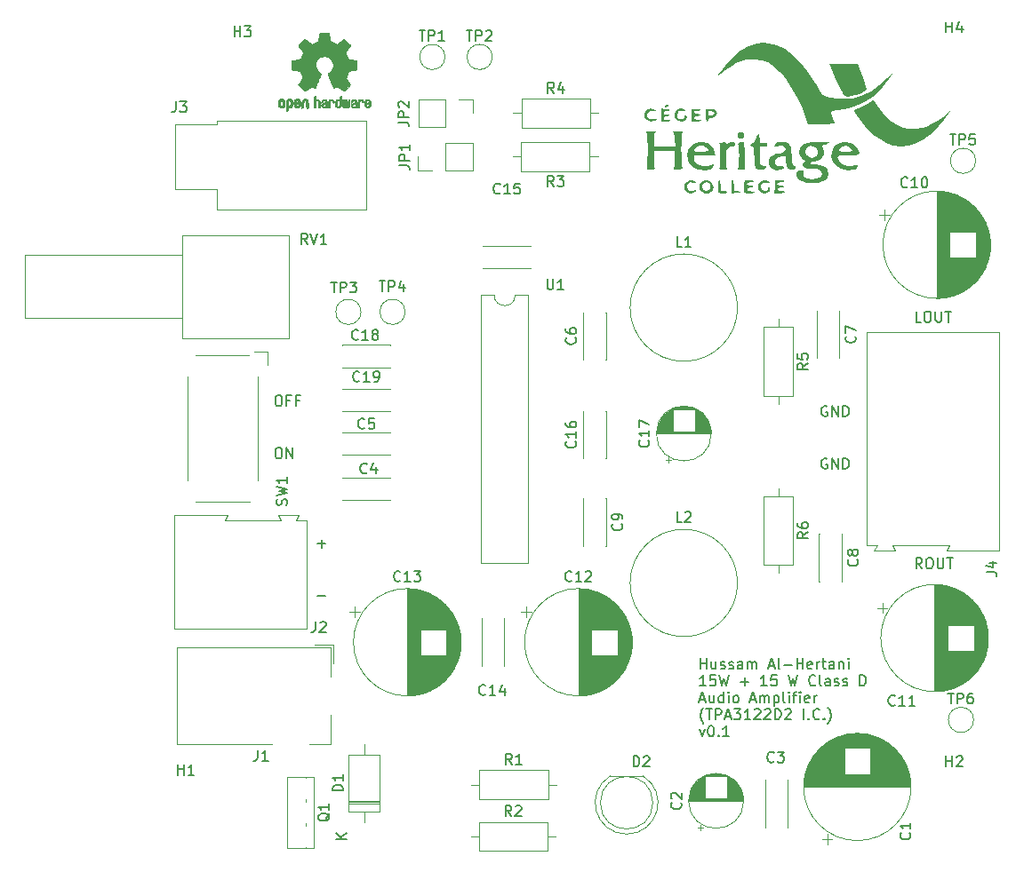
<source format=gbr>
%TF.GenerationSoftware,KiCad,Pcbnew,8.0.5*%
%TF.CreationDate,2024-09-30T23:59:36-04:00*%
%TF.ProjectId,TPA3122D2_Amplifier_lcsc,54504133-3132-4324-9432-5f416d706c69,rev?*%
%TF.SameCoordinates,Original*%
%TF.FileFunction,Legend,Top*%
%TF.FilePolarity,Positive*%
%FSLAX46Y46*%
G04 Gerber Fmt 4.6, Leading zero omitted, Abs format (unit mm)*
G04 Created by KiCad (PCBNEW 8.0.5) date 2024-09-30 23:59:36*
%MOMM*%
%LPD*%
G01*
G04 APERTURE LIST*
%ADD10C,0.200000*%
%ADD11C,0.150000*%
%ADD12C,0.120000*%
%ADD13C,0.000000*%
%ADD14C,0.010000*%
%ADD15R,1.700000X1.700000*%
%ADD16O,1.700000X1.700000*%
%ADD17C,1.600000*%
%ADD18O,1.600000X1.600000*%
%ADD19R,2.000000X2.000000*%
%ADD20C,2.000000*%
%ADD21C,2.600000*%
%ADD22R,2.600000X2.600000*%
%ADD23C,3.200000*%
%ADD24O,1.800000X2.800000*%
%ADD25R,3.960000X1.980000*%
%ADD26O,3.960000X1.980000*%
%ADD27R,2.400000X1.600000*%
%ADD28O,2.400000X1.600000*%
%ADD29C,1.700000*%
%ADD30R,2.200000X2.200000*%
%ADD31O,2.200000X2.200000*%
%ADD32R,1.800000X1.717500*%
%ADD33O,1.800000X1.717500*%
%ADD34R,1.600000X1.600000*%
%ADD35R,1.800000X1.800000*%
%ADD36C,1.800000*%
G04 APERTURE END LIST*
D10*
X162893482Y-91914838D02*
X162798244Y-91867219D01*
X162798244Y-91867219D02*
X162655387Y-91867219D01*
X162655387Y-91867219D02*
X162512530Y-91914838D01*
X162512530Y-91914838D02*
X162417292Y-92010076D01*
X162417292Y-92010076D02*
X162369673Y-92105314D01*
X162369673Y-92105314D02*
X162322054Y-92295790D01*
X162322054Y-92295790D02*
X162322054Y-92438647D01*
X162322054Y-92438647D02*
X162369673Y-92629123D01*
X162369673Y-92629123D02*
X162417292Y-92724361D01*
X162417292Y-92724361D02*
X162512530Y-92819600D01*
X162512530Y-92819600D02*
X162655387Y-92867219D01*
X162655387Y-92867219D02*
X162750625Y-92867219D01*
X162750625Y-92867219D02*
X162893482Y-92819600D01*
X162893482Y-92819600D02*
X162941101Y-92771980D01*
X162941101Y-92771980D02*
X162941101Y-92438647D01*
X162941101Y-92438647D02*
X162750625Y-92438647D01*
X163369673Y-92867219D02*
X163369673Y-91867219D01*
X163369673Y-91867219D02*
X163941101Y-92867219D01*
X163941101Y-92867219D02*
X163941101Y-91867219D01*
X164417292Y-92867219D02*
X164417292Y-91867219D01*
X164417292Y-91867219D02*
X164655387Y-91867219D01*
X164655387Y-91867219D02*
X164798244Y-91914838D01*
X164798244Y-91914838D02*
X164893482Y-92010076D01*
X164893482Y-92010076D02*
X164941101Y-92105314D01*
X164941101Y-92105314D02*
X164988720Y-92295790D01*
X164988720Y-92295790D02*
X164988720Y-92438647D01*
X164988720Y-92438647D02*
X164941101Y-92629123D01*
X164941101Y-92629123D02*
X164893482Y-92724361D01*
X164893482Y-92724361D02*
X164798244Y-92819600D01*
X164798244Y-92819600D02*
X164655387Y-92867219D01*
X164655387Y-92867219D02*
X164417292Y-92867219D01*
X110560149Y-90867219D02*
X110750625Y-90867219D01*
X110750625Y-90867219D02*
X110845863Y-90914838D01*
X110845863Y-90914838D02*
X110941101Y-91010076D01*
X110941101Y-91010076D02*
X110988720Y-91200552D01*
X110988720Y-91200552D02*
X110988720Y-91533885D01*
X110988720Y-91533885D02*
X110941101Y-91724361D01*
X110941101Y-91724361D02*
X110845863Y-91819600D01*
X110845863Y-91819600D02*
X110750625Y-91867219D01*
X110750625Y-91867219D02*
X110560149Y-91867219D01*
X110560149Y-91867219D02*
X110464911Y-91819600D01*
X110464911Y-91819600D02*
X110369673Y-91724361D01*
X110369673Y-91724361D02*
X110322054Y-91533885D01*
X110322054Y-91533885D02*
X110322054Y-91200552D01*
X110322054Y-91200552D02*
X110369673Y-91010076D01*
X110369673Y-91010076D02*
X110464911Y-90914838D01*
X110464911Y-90914838D02*
X110560149Y-90867219D01*
X111417292Y-91867219D02*
X111417292Y-90867219D01*
X111417292Y-90867219D02*
X111988720Y-91867219D01*
X111988720Y-91867219D02*
X111988720Y-90867219D01*
X110560149Y-85867219D02*
X110750625Y-85867219D01*
X110750625Y-85867219D02*
X110845863Y-85914838D01*
X110845863Y-85914838D02*
X110941101Y-86010076D01*
X110941101Y-86010076D02*
X110988720Y-86200552D01*
X110988720Y-86200552D02*
X110988720Y-86533885D01*
X110988720Y-86533885D02*
X110941101Y-86724361D01*
X110941101Y-86724361D02*
X110845863Y-86819600D01*
X110845863Y-86819600D02*
X110750625Y-86867219D01*
X110750625Y-86867219D02*
X110560149Y-86867219D01*
X110560149Y-86867219D02*
X110464911Y-86819600D01*
X110464911Y-86819600D02*
X110369673Y-86724361D01*
X110369673Y-86724361D02*
X110322054Y-86533885D01*
X110322054Y-86533885D02*
X110322054Y-86200552D01*
X110322054Y-86200552D02*
X110369673Y-86010076D01*
X110369673Y-86010076D02*
X110464911Y-85914838D01*
X110464911Y-85914838D02*
X110560149Y-85867219D01*
X111750625Y-86343409D02*
X111417292Y-86343409D01*
X111417292Y-86867219D02*
X111417292Y-85867219D01*
X111417292Y-85867219D02*
X111893482Y-85867219D01*
X112607768Y-86343409D02*
X112274435Y-86343409D01*
X112274435Y-86867219D02*
X112274435Y-85867219D01*
X112274435Y-85867219D02*
X112750625Y-85867219D01*
X162893482Y-86914838D02*
X162798244Y-86867219D01*
X162798244Y-86867219D02*
X162655387Y-86867219D01*
X162655387Y-86867219D02*
X162512530Y-86914838D01*
X162512530Y-86914838D02*
X162417292Y-87010076D01*
X162417292Y-87010076D02*
X162369673Y-87105314D01*
X162369673Y-87105314D02*
X162322054Y-87295790D01*
X162322054Y-87295790D02*
X162322054Y-87438647D01*
X162322054Y-87438647D02*
X162369673Y-87629123D01*
X162369673Y-87629123D02*
X162417292Y-87724361D01*
X162417292Y-87724361D02*
X162512530Y-87819600D01*
X162512530Y-87819600D02*
X162655387Y-87867219D01*
X162655387Y-87867219D02*
X162750625Y-87867219D01*
X162750625Y-87867219D02*
X162893482Y-87819600D01*
X162893482Y-87819600D02*
X162941101Y-87771980D01*
X162941101Y-87771980D02*
X162941101Y-87438647D01*
X162941101Y-87438647D02*
X162750625Y-87438647D01*
X163369673Y-87867219D02*
X163369673Y-86867219D01*
X163369673Y-86867219D02*
X163941101Y-87867219D01*
X163941101Y-87867219D02*
X163941101Y-86867219D01*
X164417292Y-87867219D02*
X164417292Y-86867219D01*
X164417292Y-86867219D02*
X164655387Y-86867219D01*
X164655387Y-86867219D02*
X164798244Y-86914838D01*
X164798244Y-86914838D02*
X164893482Y-87010076D01*
X164893482Y-87010076D02*
X164941101Y-87105314D01*
X164941101Y-87105314D02*
X164988720Y-87295790D01*
X164988720Y-87295790D02*
X164988720Y-87438647D01*
X164988720Y-87438647D02*
X164941101Y-87629123D01*
X164941101Y-87629123D02*
X164893482Y-87724361D01*
X164893482Y-87724361D02*
X164798244Y-87819600D01*
X164798244Y-87819600D02*
X164655387Y-87867219D01*
X164655387Y-87867219D02*
X164417292Y-87867219D01*
X114369673Y-99986266D02*
X115131578Y-99986266D01*
X114750625Y-100367219D02*
X114750625Y-99605314D01*
X171845863Y-78867219D02*
X171369673Y-78867219D01*
X171369673Y-78867219D02*
X171369673Y-77867219D01*
X172369673Y-77867219D02*
X172560149Y-77867219D01*
X172560149Y-77867219D02*
X172655387Y-77914838D01*
X172655387Y-77914838D02*
X172750625Y-78010076D01*
X172750625Y-78010076D02*
X172798244Y-78200552D01*
X172798244Y-78200552D02*
X172798244Y-78533885D01*
X172798244Y-78533885D02*
X172750625Y-78724361D01*
X172750625Y-78724361D02*
X172655387Y-78819600D01*
X172655387Y-78819600D02*
X172560149Y-78867219D01*
X172560149Y-78867219D02*
X172369673Y-78867219D01*
X172369673Y-78867219D02*
X172274435Y-78819600D01*
X172274435Y-78819600D02*
X172179197Y-78724361D01*
X172179197Y-78724361D02*
X172131578Y-78533885D01*
X172131578Y-78533885D02*
X172131578Y-78200552D01*
X172131578Y-78200552D02*
X172179197Y-78010076D01*
X172179197Y-78010076D02*
X172274435Y-77914838D01*
X172274435Y-77914838D02*
X172369673Y-77867219D01*
X173226816Y-77867219D02*
X173226816Y-78676742D01*
X173226816Y-78676742D02*
X173274435Y-78771980D01*
X173274435Y-78771980D02*
X173322054Y-78819600D01*
X173322054Y-78819600D02*
X173417292Y-78867219D01*
X173417292Y-78867219D02*
X173607768Y-78867219D01*
X173607768Y-78867219D02*
X173703006Y-78819600D01*
X173703006Y-78819600D02*
X173750625Y-78771980D01*
X173750625Y-78771980D02*
X173798244Y-78676742D01*
X173798244Y-78676742D02*
X173798244Y-77867219D01*
X174131578Y-77867219D02*
X174703006Y-77867219D01*
X174417292Y-78867219D02*
X174417292Y-77867219D01*
X171941101Y-102367219D02*
X171607768Y-101891028D01*
X171369673Y-102367219D02*
X171369673Y-101367219D01*
X171369673Y-101367219D02*
X171750625Y-101367219D01*
X171750625Y-101367219D02*
X171845863Y-101414838D01*
X171845863Y-101414838D02*
X171893482Y-101462457D01*
X171893482Y-101462457D02*
X171941101Y-101557695D01*
X171941101Y-101557695D02*
X171941101Y-101700552D01*
X171941101Y-101700552D02*
X171893482Y-101795790D01*
X171893482Y-101795790D02*
X171845863Y-101843409D01*
X171845863Y-101843409D02*
X171750625Y-101891028D01*
X171750625Y-101891028D02*
X171369673Y-101891028D01*
X172560149Y-101367219D02*
X172750625Y-101367219D01*
X172750625Y-101367219D02*
X172845863Y-101414838D01*
X172845863Y-101414838D02*
X172941101Y-101510076D01*
X172941101Y-101510076D02*
X172988720Y-101700552D01*
X172988720Y-101700552D02*
X172988720Y-102033885D01*
X172988720Y-102033885D02*
X172941101Y-102224361D01*
X172941101Y-102224361D02*
X172845863Y-102319600D01*
X172845863Y-102319600D02*
X172750625Y-102367219D01*
X172750625Y-102367219D02*
X172560149Y-102367219D01*
X172560149Y-102367219D02*
X172464911Y-102319600D01*
X172464911Y-102319600D02*
X172369673Y-102224361D01*
X172369673Y-102224361D02*
X172322054Y-102033885D01*
X172322054Y-102033885D02*
X172322054Y-101700552D01*
X172322054Y-101700552D02*
X172369673Y-101510076D01*
X172369673Y-101510076D02*
X172464911Y-101414838D01*
X172464911Y-101414838D02*
X172560149Y-101367219D01*
X173417292Y-101367219D02*
X173417292Y-102176742D01*
X173417292Y-102176742D02*
X173464911Y-102271980D01*
X173464911Y-102271980D02*
X173512530Y-102319600D01*
X173512530Y-102319600D02*
X173607768Y-102367219D01*
X173607768Y-102367219D02*
X173798244Y-102367219D01*
X173798244Y-102367219D02*
X173893482Y-102319600D01*
X173893482Y-102319600D02*
X173941101Y-102271980D01*
X173941101Y-102271980D02*
X173988720Y-102176742D01*
X173988720Y-102176742D02*
X173988720Y-101367219D01*
X174322054Y-101367219D02*
X174893482Y-101367219D01*
X174607768Y-102367219D02*
X174607768Y-101367219D01*
X114369673Y-104986266D02*
X115131578Y-104986266D01*
D11*
X150836779Y-111930043D02*
X150836779Y-110930043D01*
X150836779Y-111406233D02*
X151408207Y-111406233D01*
X151408207Y-111930043D02*
X151408207Y-110930043D01*
X152312969Y-111263376D02*
X152312969Y-111930043D01*
X151884398Y-111263376D02*
X151884398Y-111787185D01*
X151884398Y-111787185D02*
X151932017Y-111882424D01*
X151932017Y-111882424D02*
X152027255Y-111930043D01*
X152027255Y-111930043D02*
X152170112Y-111930043D01*
X152170112Y-111930043D02*
X152265350Y-111882424D01*
X152265350Y-111882424D02*
X152312969Y-111834804D01*
X152741541Y-111882424D02*
X152836779Y-111930043D01*
X152836779Y-111930043D02*
X153027255Y-111930043D01*
X153027255Y-111930043D02*
X153122493Y-111882424D01*
X153122493Y-111882424D02*
X153170112Y-111787185D01*
X153170112Y-111787185D02*
X153170112Y-111739566D01*
X153170112Y-111739566D02*
X153122493Y-111644328D01*
X153122493Y-111644328D02*
X153027255Y-111596709D01*
X153027255Y-111596709D02*
X152884398Y-111596709D01*
X152884398Y-111596709D02*
X152789160Y-111549090D01*
X152789160Y-111549090D02*
X152741541Y-111453852D01*
X152741541Y-111453852D02*
X152741541Y-111406233D01*
X152741541Y-111406233D02*
X152789160Y-111310995D01*
X152789160Y-111310995D02*
X152884398Y-111263376D01*
X152884398Y-111263376D02*
X153027255Y-111263376D01*
X153027255Y-111263376D02*
X153122493Y-111310995D01*
X153551065Y-111882424D02*
X153646303Y-111930043D01*
X153646303Y-111930043D02*
X153836779Y-111930043D01*
X153836779Y-111930043D02*
X153932017Y-111882424D01*
X153932017Y-111882424D02*
X153979636Y-111787185D01*
X153979636Y-111787185D02*
X153979636Y-111739566D01*
X153979636Y-111739566D02*
X153932017Y-111644328D01*
X153932017Y-111644328D02*
X153836779Y-111596709D01*
X153836779Y-111596709D02*
X153693922Y-111596709D01*
X153693922Y-111596709D02*
X153598684Y-111549090D01*
X153598684Y-111549090D02*
X153551065Y-111453852D01*
X153551065Y-111453852D02*
X153551065Y-111406233D01*
X153551065Y-111406233D02*
X153598684Y-111310995D01*
X153598684Y-111310995D02*
X153693922Y-111263376D01*
X153693922Y-111263376D02*
X153836779Y-111263376D01*
X153836779Y-111263376D02*
X153932017Y-111310995D01*
X154836779Y-111930043D02*
X154836779Y-111406233D01*
X154836779Y-111406233D02*
X154789160Y-111310995D01*
X154789160Y-111310995D02*
X154693922Y-111263376D01*
X154693922Y-111263376D02*
X154503446Y-111263376D01*
X154503446Y-111263376D02*
X154408208Y-111310995D01*
X154836779Y-111882424D02*
X154741541Y-111930043D01*
X154741541Y-111930043D02*
X154503446Y-111930043D01*
X154503446Y-111930043D02*
X154408208Y-111882424D01*
X154408208Y-111882424D02*
X154360589Y-111787185D01*
X154360589Y-111787185D02*
X154360589Y-111691947D01*
X154360589Y-111691947D02*
X154408208Y-111596709D01*
X154408208Y-111596709D02*
X154503446Y-111549090D01*
X154503446Y-111549090D02*
X154741541Y-111549090D01*
X154741541Y-111549090D02*
X154836779Y-111501471D01*
X155312970Y-111930043D02*
X155312970Y-111263376D01*
X155312970Y-111358614D02*
X155360589Y-111310995D01*
X155360589Y-111310995D02*
X155455827Y-111263376D01*
X155455827Y-111263376D02*
X155598684Y-111263376D01*
X155598684Y-111263376D02*
X155693922Y-111310995D01*
X155693922Y-111310995D02*
X155741541Y-111406233D01*
X155741541Y-111406233D02*
X155741541Y-111930043D01*
X155741541Y-111406233D02*
X155789160Y-111310995D01*
X155789160Y-111310995D02*
X155884398Y-111263376D01*
X155884398Y-111263376D02*
X156027255Y-111263376D01*
X156027255Y-111263376D02*
X156122494Y-111310995D01*
X156122494Y-111310995D02*
X156170113Y-111406233D01*
X156170113Y-111406233D02*
X156170113Y-111930043D01*
X157360589Y-111644328D02*
X157836779Y-111644328D01*
X157265351Y-111930043D02*
X157598684Y-110930043D01*
X157598684Y-110930043D02*
X157932017Y-111930043D01*
X158408208Y-111930043D02*
X158312970Y-111882424D01*
X158312970Y-111882424D02*
X158265351Y-111787185D01*
X158265351Y-111787185D02*
X158265351Y-110930043D01*
X158789161Y-111549090D02*
X159551066Y-111549090D01*
X160027256Y-111930043D02*
X160027256Y-110930043D01*
X160027256Y-111406233D02*
X160598684Y-111406233D01*
X160598684Y-111930043D02*
X160598684Y-110930043D01*
X161455827Y-111882424D02*
X161360589Y-111930043D01*
X161360589Y-111930043D02*
X161170113Y-111930043D01*
X161170113Y-111930043D02*
X161074875Y-111882424D01*
X161074875Y-111882424D02*
X161027256Y-111787185D01*
X161027256Y-111787185D02*
X161027256Y-111406233D01*
X161027256Y-111406233D02*
X161074875Y-111310995D01*
X161074875Y-111310995D02*
X161170113Y-111263376D01*
X161170113Y-111263376D02*
X161360589Y-111263376D01*
X161360589Y-111263376D02*
X161455827Y-111310995D01*
X161455827Y-111310995D02*
X161503446Y-111406233D01*
X161503446Y-111406233D02*
X161503446Y-111501471D01*
X161503446Y-111501471D02*
X161027256Y-111596709D01*
X161932018Y-111930043D02*
X161932018Y-111263376D01*
X161932018Y-111453852D02*
X161979637Y-111358614D01*
X161979637Y-111358614D02*
X162027256Y-111310995D01*
X162027256Y-111310995D02*
X162122494Y-111263376D01*
X162122494Y-111263376D02*
X162217732Y-111263376D01*
X162408209Y-111263376D02*
X162789161Y-111263376D01*
X162551066Y-110930043D02*
X162551066Y-111787185D01*
X162551066Y-111787185D02*
X162598685Y-111882424D01*
X162598685Y-111882424D02*
X162693923Y-111930043D01*
X162693923Y-111930043D02*
X162789161Y-111930043D01*
X163551066Y-111930043D02*
X163551066Y-111406233D01*
X163551066Y-111406233D02*
X163503447Y-111310995D01*
X163503447Y-111310995D02*
X163408209Y-111263376D01*
X163408209Y-111263376D02*
X163217733Y-111263376D01*
X163217733Y-111263376D02*
X163122495Y-111310995D01*
X163551066Y-111882424D02*
X163455828Y-111930043D01*
X163455828Y-111930043D02*
X163217733Y-111930043D01*
X163217733Y-111930043D02*
X163122495Y-111882424D01*
X163122495Y-111882424D02*
X163074876Y-111787185D01*
X163074876Y-111787185D02*
X163074876Y-111691947D01*
X163074876Y-111691947D02*
X163122495Y-111596709D01*
X163122495Y-111596709D02*
X163217733Y-111549090D01*
X163217733Y-111549090D02*
X163455828Y-111549090D01*
X163455828Y-111549090D02*
X163551066Y-111501471D01*
X164027257Y-111263376D02*
X164027257Y-111930043D01*
X164027257Y-111358614D02*
X164074876Y-111310995D01*
X164074876Y-111310995D02*
X164170114Y-111263376D01*
X164170114Y-111263376D02*
X164312971Y-111263376D01*
X164312971Y-111263376D02*
X164408209Y-111310995D01*
X164408209Y-111310995D02*
X164455828Y-111406233D01*
X164455828Y-111406233D02*
X164455828Y-111930043D01*
X164932019Y-111930043D02*
X164932019Y-111263376D01*
X164932019Y-110930043D02*
X164884400Y-110977662D01*
X164884400Y-110977662D02*
X164932019Y-111025281D01*
X164932019Y-111025281D02*
X164979638Y-110977662D01*
X164979638Y-110977662D02*
X164932019Y-110930043D01*
X164932019Y-110930043D02*
X164932019Y-111025281D01*
X151360588Y-113539987D02*
X150789160Y-113539987D01*
X151074874Y-113539987D02*
X151074874Y-112539987D01*
X151074874Y-112539987D02*
X150979636Y-112682844D01*
X150979636Y-112682844D02*
X150884398Y-112778082D01*
X150884398Y-112778082D02*
X150789160Y-112825701D01*
X152265350Y-112539987D02*
X151789160Y-112539987D01*
X151789160Y-112539987D02*
X151741541Y-113016177D01*
X151741541Y-113016177D02*
X151789160Y-112968558D01*
X151789160Y-112968558D02*
X151884398Y-112920939D01*
X151884398Y-112920939D02*
X152122493Y-112920939D01*
X152122493Y-112920939D02*
X152217731Y-112968558D01*
X152217731Y-112968558D02*
X152265350Y-113016177D01*
X152265350Y-113016177D02*
X152312969Y-113111415D01*
X152312969Y-113111415D02*
X152312969Y-113349510D01*
X152312969Y-113349510D02*
X152265350Y-113444748D01*
X152265350Y-113444748D02*
X152217731Y-113492368D01*
X152217731Y-113492368D02*
X152122493Y-113539987D01*
X152122493Y-113539987D02*
X151884398Y-113539987D01*
X151884398Y-113539987D02*
X151789160Y-113492368D01*
X151789160Y-113492368D02*
X151741541Y-113444748D01*
X152646303Y-112539987D02*
X152884398Y-113539987D01*
X152884398Y-113539987D02*
X153074874Y-112825701D01*
X153074874Y-112825701D02*
X153265350Y-113539987D01*
X153265350Y-113539987D02*
X153503446Y-112539987D01*
X154646303Y-113159034D02*
X155408208Y-113159034D01*
X155027255Y-113539987D02*
X155027255Y-112778082D01*
X157170112Y-113539987D02*
X156598684Y-113539987D01*
X156884398Y-113539987D02*
X156884398Y-112539987D01*
X156884398Y-112539987D02*
X156789160Y-112682844D01*
X156789160Y-112682844D02*
X156693922Y-112778082D01*
X156693922Y-112778082D02*
X156598684Y-112825701D01*
X158074874Y-112539987D02*
X157598684Y-112539987D01*
X157598684Y-112539987D02*
X157551065Y-113016177D01*
X157551065Y-113016177D02*
X157598684Y-112968558D01*
X157598684Y-112968558D02*
X157693922Y-112920939D01*
X157693922Y-112920939D02*
X157932017Y-112920939D01*
X157932017Y-112920939D02*
X158027255Y-112968558D01*
X158027255Y-112968558D02*
X158074874Y-113016177D01*
X158074874Y-113016177D02*
X158122493Y-113111415D01*
X158122493Y-113111415D02*
X158122493Y-113349510D01*
X158122493Y-113349510D02*
X158074874Y-113444748D01*
X158074874Y-113444748D02*
X158027255Y-113492368D01*
X158027255Y-113492368D02*
X157932017Y-113539987D01*
X157932017Y-113539987D02*
X157693922Y-113539987D01*
X157693922Y-113539987D02*
X157598684Y-113492368D01*
X157598684Y-113492368D02*
X157551065Y-113444748D01*
X159217732Y-112539987D02*
X159455827Y-113539987D01*
X159455827Y-113539987D02*
X159646303Y-112825701D01*
X159646303Y-112825701D02*
X159836779Y-113539987D01*
X159836779Y-113539987D02*
X160074875Y-112539987D01*
X161789160Y-113444748D02*
X161741541Y-113492368D01*
X161741541Y-113492368D02*
X161598684Y-113539987D01*
X161598684Y-113539987D02*
X161503446Y-113539987D01*
X161503446Y-113539987D02*
X161360589Y-113492368D01*
X161360589Y-113492368D02*
X161265351Y-113397129D01*
X161265351Y-113397129D02*
X161217732Y-113301891D01*
X161217732Y-113301891D02*
X161170113Y-113111415D01*
X161170113Y-113111415D02*
X161170113Y-112968558D01*
X161170113Y-112968558D02*
X161217732Y-112778082D01*
X161217732Y-112778082D02*
X161265351Y-112682844D01*
X161265351Y-112682844D02*
X161360589Y-112587606D01*
X161360589Y-112587606D02*
X161503446Y-112539987D01*
X161503446Y-112539987D02*
X161598684Y-112539987D01*
X161598684Y-112539987D02*
X161741541Y-112587606D01*
X161741541Y-112587606D02*
X161789160Y-112635225D01*
X162360589Y-113539987D02*
X162265351Y-113492368D01*
X162265351Y-113492368D02*
X162217732Y-113397129D01*
X162217732Y-113397129D02*
X162217732Y-112539987D01*
X163170113Y-113539987D02*
X163170113Y-113016177D01*
X163170113Y-113016177D02*
X163122494Y-112920939D01*
X163122494Y-112920939D02*
X163027256Y-112873320D01*
X163027256Y-112873320D02*
X162836780Y-112873320D01*
X162836780Y-112873320D02*
X162741542Y-112920939D01*
X163170113Y-113492368D02*
X163074875Y-113539987D01*
X163074875Y-113539987D02*
X162836780Y-113539987D01*
X162836780Y-113539987D02*
X162741542Y-113492368D01*
X162741542Y-113492368D02*
X162693923Y-113397129D01*
X162693923Y-113397129D02*
X162693923Y-113301891D01*
X162693923Y-113301891D02*
X162741542Y-113206653D01*
X162741542Y-113206653D02*
X162836780Y-113159034D01*
X162836780Y-113159034D02*
X163074875Y-113159034D01*
X163074875Y-113159034D02*
X163170113Y-113111415D01*
X163598685Y-113492368D02*
X163693923Y-113539987D01*
X163693923Y-113539987D02*
X163884399Y-113539987D01*
X163884399Y-113539987D02*
X163979637Y-113492368D01*
X163979637Y-113492368D02*
X164027256Y-113397129D01*
X164027256Y-113397129D02*
X164027256Y-113349510D01*
X164027256Y-113349510D02*
X163979637Y-113254272D01*
X163979637Y-113254272D02*
X163884399Y-113206653D01*
X163884399Y-113206653D02*
X163741542Y-113206653D01*
X163741542Y-113206653D02*
X163646304Y-113159034D01*
X163646304Y-113159034D02*
X163598685Y-113063796D01*
X163598685Y-113063796D02*
X163598685Y-113016177D01*
X163598685Y-113016177D02*
X163646304Y-112920939D01*
X163646304Y-112920939D02*
X163741542Y-112873320D01*
X163741542Y-112873320D02*
X163884399Y-112873320D01*
X163884399Y-112873320D02*
X163979637Y-112920939D01*
X164408209Y-113492368D02*
X164503447Y-113539987D01*
X164503447Y-113539987D02*
X164693923Y-113539987D01*
X164693923Y-113539987D02*
X164789161Y-113492368D01*
X164789161Y-113492368D02*
X164836780Y-113397129D01*
X164836780Y-113397129D02*
X164836780Y-113349510D01*
X164836780Y-113349510D02*
X164789161Y-113254272D01*
X164789161Y-113254272D02*
X164693923Y-113206653D01*
X164693923Y-113206653D02*
X164551066Y-113206653D01*
X164551066Y-113206653D02*
X164455828Y-113159034D01*
X164455828Y-113159034D02*
X164408209Y-113063796D01*
X164408209Y-113063796D02*
X164408209Y-113016177D01*
X164408209Y-113016177D02*
X164455828Y-112920939D01*
X164455828Y-112920939D02*
X164551066Y-112873320D01*
X164551066Y-112873320D02*
X164693923Y-112873320D01*
X164693923Y-112873320D02*
X164789161Y-112920939D01*
X166027257Y-113539987D02*
X166027257Y-112539987D01*
X166027257Y-112539987D02*
X166265352Y-112539987D01*
X166265352Y-112539987D02*
X166408209Y-112587606D01*
X166408209Y-112587606D02*
X166503447Y-112682844D01*
X166503447Y-112682844D02*
X166551066Y-112778082D01*
X166551066Y-112778082D02*
X166598685Y-112968558D01*
X166598685Y-112968558D02*
X166598685Y-113111415D01*
X166598685Y-113111415D02*
X166551066Y-113301891D01*
X166551066Y-113301891D02*
X166503447Y-113397129D01*
X166503447Y-113397129D02*
X166408209Y-113492368D01*
X166408209Y-113492368D02*
X166265352Y-113539987D01*
X166265352Y-113539987D02*
X166027257Y-113539987D01*
X150789160Y-114864216D02*
X151265350Y-114864216D01*
X150693922Y-115149931D02*
X151027255Y-114149931D01*
X151027255Y-114149931D02*
X151360588Y-115149931D01*
X152122493Y-114483264D02*
X152122493Y-115149931D01*
X151693922Y-114483264D02*
X151693922Y-115007073D01*
X151693922Y-115007073D02*
X151741541Y-115102312D01*
X151741541Y-115102312D02*
X151836779Y-115149931D01*
X151836779Y-115149931D02*
X151979636Y-115149931D01*
X151979636Y-115149931D02*
X152074874Y-115102312D01*
X152074874Y-115102312D02*
X152122493Y-115054692D01*
X153027255Y-115149931D02*
X153027255Y-114149931D01*
X153027255Y-115102312D02*
X152932017Y-115149931D01*
X152932017Y-115149931D02*
X152741541Y-115149931D01*
X152741541Y-115149931D02*
X152646303Y-115102312D01*
X152646303Y-115102312D02*
X152598684Y-115054692D01*
X152598684Y-115054692D02*
X152551065Y-114959454D01*
X152551065Y-114959454D02*
X152551065Y-114673740D01*
X152551065Y-114673740D02*
X152598684Y-114578502D01*
X152598684Y-114578502D02*
X152646303Y-114530883D01*
X152646303Y-114530883D02*
X152741541Y-114483264D01*
X152741541Y-114483264D02*
X152932017Y-114483264D01*
X152932017Y-114483264D02*
X153027255Y-114530883D01*
X153503446Y-115149931D02*
X153503446Y-114483264D01*
X153503446Y-114149931D02*
X153455827Y-114197550D01*
X153455827Y-114197550D02*
X153503446Y-114245169D01*
X153503446Y-114245169D02*
X153551065Y-114197550D01*
X153551065Y-114197550D02*
X153503446Y-114149931D01*
X153503446Y-114149931D02*
X153503446Y-114245169D01*
X154122493Y-115149931D02*
X154027255Y-115102312D01*
X154027255Y-115102312D02*
X153979636Y-115054692D01*
X153979636Y-115054692D02*
X153932017Y-114959454D01*
X153932017Y-114959454D02*
X153932017Y-114673740D01*
X153932017Y-114673740D02*
X153979636Y-114578502D01*
X153979636Y-114578502D02*
X154027255Y-114530883D01*
X154027255Y-114530883D02*
X154122493Y-114483264D01*
X154122493Y-114483264D02*
X154265350Y-114483264D01*
X154265350Y-114483264D02*
X154360588Y-114530883D01*
X154360588Y-114530883D02*
X154408207Y-114578502D01*
X154408207Y-114578502D02*
X154455826Y-114673740D01*
X154455826Y-114673740D02*
X154455826Y-114959454D01*
X154455826Y-114959454D02*
X154408207Y-115054692D01*
X154408207Y-115054692D02*
X154360588Y-115102312D01*
X154360588Y-115102312D02*
X154265350Y-115149931D01*
X154265350Y-115149931D02*
X154122493Y-115149931D01*
X155598684Y-114864216D02*
X156074874Y-114864216D01*
X155503446Y-115149931D02*
X155836779Y-114149931D01*
X155836779Y-114149931D02*
X156170112Y-115149931D01*
X156503446Y-115149931D02*
X156503446Y-114483264D01*
X156503446Y-114578502D02*
X156551065Y-114530883D01*
X156551065Y-114530883D02*
X156646303Y-114483264D01*
X156646303Y-114483264D02*
X156789160Y-114483264D01*
X156789160Y-114483264D02*
X156884398Y-114530883D01*
X156884398Y-114530883D02*
X156932017Y-114626121D01*
X156932017Y-114626121D02*
X156932017Y-115149931D01*
X156932017Y-114626121D02*
X156979636Y-114530883D01*
X156979636Y-114530883D02*
X157074874Y-114483264D01*
X157074874Y-114483264D02*
X157217731Y-114483264D01*
X157217731Y-114483264D02*
X157312970Y-114530883D01*
X157312970Y-114530883D02*
X157360589Y-114626121D01*
X157360589Y-114626121D02*
X157360589Y-115149931D01*
X157836779Y-114483264D02*
X157836779Y-115483264D01*
X157836779Y-114530883D02*
X157932017Y-114483264D01*
X157932017Y-114483264D02*
X158122493Y-114483264D01*
X158122493Y-114483264D02*
X158217731Y-114530883D01*
X158217731Y-114530883D02*
X158265350Y-114578502D01*
X158265350Y-114578502D02*
X158312969Y-114673740D01*
X158312969Y-114673740D02*
X158312969Y-114959454D01*
X158312969Y-114959454D02*
X158265350Y-115054692D01*
X158265350Y-115054692D02*
X158217731Y-115102312D01*
X158217731Y-115102312D02*
X158122493Y-115149931D01*
X158122493Y-115149931D02*
X157932017Y-115149931D01*
X157932017Y-115149931D02*
X157836779Y-115102312D01*
X158884398Y-115149931D02*
X158789160Y-115102312D01*
X158789160Y-115102312D02*
X158741541Y-115007073D01*
X158741541Y-115007073D02*
X158741541Y-114149931D01*
X159265351Y-115149931D02*
X159265351Y-114483264D01*
X159265351Y-114149931D02*
X159217732Y-114197550D01*
X159217732Y-114197550D02*
X159265351Y-114245169D01*
X159265351Y-114245169D02*
X159312970Y-114197550D01*
X159312970Y-114197550D02*
X159265351Y-114149931D01*
X159265351Y-114149931D02*
X159265351Y-114245169D01*
X159598684Y-114483264D02*
X159979636Y-114483264D01*
X159741541Y-115149931D02*
X159741541Y-114292788D01*
X159741541Y-114292788D02*
X159789160Y-114197550D01*
X159789160Y-114197550D02*
X159884398Y-114149931D01*
X159884398Y-114149931D02*
X159979636Y-114149931D01*
X160312970Y-115149931D02*
X160312970Y-114483264D01*
X160312970Y-114149931D02*
X160265351Y-114197550D01*
X160265351Y-114197550D02*
X160312970Y-114245169D01*
X160312970Y-114245169D02*
X160360589Y-114197550D01*
X160360589Y-114197550D02*
X160312970Y-114149931D01*
X160312970Y-114149931D02*
X160312970Y-114245169D01*
X161170112Y-115102312D02*
X161074874Y-115149931D01*
X161074874Y-115149931D02*
X160884398Y-115149931D01*
X160884398Y-115149931D02*
X160789160Y-115102312D01*
X160789160Y-115102312D02*
X160741541Y-115007073D01*
X160741541Y-115007073D02*
X160741541Y-114626121D01*
X160741541Y-114626121D02*
X160789160Y-114530883D01*
X160789160Y-114530883D02*
X160884398Y-114483264D01*
X160884398Y-114483264D02*
X161074874Y-114483264D01*
X161074874Y-114483264D02*
X161170112Y-114530883D01*
X161170112Y-114530883D02*
X161217731Y-114626121D01*
X161217731Y-114626121D02*
X161217731Y-114721359D01*
X161217731Y-114721359D02*
X160741541Y-114816597D01*
X161646303Y-115149931D02*
X161646303Y-114483264D01*
X161646303Y-114673740D02*
X161693922Y-114578502D01*
X161693922Y-114578502D02*
X161741541Y-114530883D01*
X161741541Y-114530883D02*
X161836779Y-114483264D01*
X161836779Y-114483264D02*
X161932017Y-114483264D01*
X151122493Y-117140827D02*
X151074874Y-117093208D01*
X151074874Y-117093208D02*
X150979636Y-116950351D01*
X150979636Y-116950351D02*
X150932017Y-116855113D01*
X150932017Y-116855113D02*
X150884398Y-116712256D01*
X150884398Y-116712256D02*
X150836779Y-116474160D01*
X150836779Y-116474160D02*
X150836779Y-116283684D01*
X150836779Y-116283684D02*
X150884398Y-116045589D01*
X150884398Y-116045589D02*
X150932017Y-115902732D01*
X150932017Y-115902732D02*
X150979636Y-115807494D01*
X150979636Y-115807494D02*
X151074874Y-115664636D01*
X151074874Y-115664636D02*
X151122493Y-115617017D01*
X151360589Y-115759875D02*
X151932017Y-115759875D01*
X151646303Y-116759875D02*
X151646303Y-115759875D01*
X152265351Y-116759875D02*
X152265351Y-115759875D01*
X152265351Y-115759875D02*
X152646303Y-115759875D01*
X152646303Y-115759875D02*
X152741541Y-115807494D01*
X152741541Y-115807494D02*
X152789160Y-115855113D01*
X152789160Y-115855113D02*
X152836779Y-115950351D01*
X152836779Y-115950351D02*
X152836779Y-116093208D01*
X152836779Y-116093208D02*
X152789160Y-116188446D01*
X152789160Y-116188446D02*
X152741541Y-116236065D01*
X152741541Y-116236065D02*
X152646303Y-116283684D01*
X152646303Y-116283684D02*
X152265351Y-116283684D01*
X153217732Y-116474160D02*
X153693922Y-116474160D01*
X153122494Y-116759875D02*
X153455827Y-115759875D01*
X153455827Y-115759875D02*
X153789160Y-116759875D01*
X154027256Y-115759875D02*
X154646303Y-115759875D01*
X154646303Y-115759875D02*
X154312970Y-116140827D01*
X154312970Y-116140827D02*
X154455827Y-116140827D01*
X154455827Y-116140827D02*
X154551065Y-116188446D01*
X154551065Y-116188446D02*
X154598684Y-116236065D01*
X154598684Y-116236065D02*
X154646303Y-116331303D01*
X154646303Y-116331303D02*
X154646303Y-116569398D01*
X154646303Y-116569398D02*
X154598684Y-116664636D01*
X154598684Y-116664636D02*
X154551065Y-116712256D01*
X154551065Y-116712256D02*
X154455827Y-116759875D01*
X154455827Y-116759875D02*
X154170113Y-116759875D01*
X154170113Y-116759875D02*
X154074875Y-116712256D01*
X154074875Y-116712256D02*
X154027256Y-116664636D01*
X155598684Y-116759875D02*
X155027256Y-116759875D01*
X155312970Y-116759875D02*
X155312970Y-115759875D01*
X155312970Y-115759875D02*
X155217732Y-115902732D01*
X155217732Y-115902732D02*
X155122494Y-115997970D01*
X155122494Y-115997970D02*
X155027256Y-116045589D01*
X155979637Y-115855113D02*
X156027256Y-115807494D01*
X156027256Y-115807494D02*
X156122494Y-115759875D01*
X156122494Y-115759875D02*
X156360589Y-115759875D01*
X156360589Y-115759875D02*
X156455827Y-115807494D01*
X156455827Y-115807494D02*
X156503446Y-115855113D01*
X156503446Y-115855113D02*
X156551065Y-115950351D01*
X156551065Y-115950351D02*
X156551065Y-116045589D01*
X156551065Y-116045589D02*
X156503446Y-116188446D01*
X156503446Y-116188446D02*
X155932018Y-116759875D01*
X155932018Y-116759875D02*
X156551065Y-116759875D01*
X156932018Y-115855113D02*
X156979637Y-115807494D01*
X156979637Y-115807494D02*
X157074875Y-115759875D01*
X157074875Y-115759875D02*
X157312970Y-115759875D01*
X157312970Y-115759875D02*
X157408208Y-115807494D01*
X157408208Y-115807494D02*
X157455827Y-115855113D01*
X157455827Y-115855113D02*
X157503446Y-115950351D01*
X157503446Y-115950351D02*
X157503446Y-116045589D01*
X157503446Y-116045589D02*
X157455827Y-116188446D01*
X157455827Y-116188446D02*
X156884399Y-116759875D01*
X156884399Y-116759875D02*
X157503446Y-116759875D01*
X157932018Y-116759875D02*
X157932018Y-115759875D01*
X157932018Y-115759875D02*
X158170113Y-115759875D01*
X158170113Y-115759875D02*
X158312970Y-115807494D01*
X158312970Y-115807494D02*
X158408208Y-115902732D01*
X158408208Y-115902732D02*
X158455827Y-115997970D01*
X158455827Y-115997970D02*
X158503446Y-116188446D01*
X158503446Y-116188446D02*
X158503446Y-116331303D01*
X158503446Y-116331303D02*
X158455827Y-116521779D01*
X158455827Y-116521779D02*
X158408208Y-116617017D01*
X158408208Y-116617017D02*
X158312970Y-116712256D01*
X158312970Y-116712256D02*
X158170113Y-116759875D01*
X158170113Y-116759875D02*
X157932018Y-116759875D01*
X158884399Y-115855113D02*
X158932018Y-115807494D01*
X158932018Y-115807494D02*
X159027256Y-115759875D01*
X159027256Y-115759875D02*
X159265351Y-115759875D01*
X159265351Y-115759875D02*
X159360589Y-115807494D01*
X159360589Y-115807494D02*
X159408208Y-115855113D01*
X159408208Y-115855113D02*
X159455827Y-115950351D01*
X159455827Y-115950351D02*
X159455827Y-116045589D01*
X159455827Y-116045589D02*
X159408208Y-116188446D01*
X159408208Y-116188446D02*
X158836780Y-116759875D01*
X158836780Y-116759875D02*
X159455827Y-116759875D01*
X160646304Y-116759875D02*
X160646304Y-115759875D01*
X161122494Y-116664636D02*
X161170113Y-116712256D01*
X161170113Y-116712256D02*
X161122494Y-116759875D01*
X161122494Y-116759875D02*
X161074875Y-116712256D01*
X161074875Y-116712256D02*
X161122494Y-116664636D01*
X161122494Y-116664636D02*
X161122494Y-116759875D01*
X162170112Y-116664636D02*
X162122493Y-116712256D01*
X162122493Y-116712256D02*
X161979636Y-116759875D01*
X161979636Y-116759875D02*
X161884398Y-116759875D01*
X161884398Y-116759875D02*
X161741541Y-116712256D01*
X161741541Y-116712256D02*
X161646303Y-116617017D01*
X161646303Y-116617017D02*
X161598684Y-116521779D01*
X161598684Y-116521779D02*
X161551065Y-116331303D01*
X161551065Y-116331303D02*
X161551065Y-116188446D01*
X161551065Y-116188446D02*
X161598684Y-115997970D01*
X161598684Y-115997970D02*
X161646303Y-115902732D01*
X161646303Y-115902732D02*
X161741541Y-115807494D01*
X161741541Y-115807494D02*
X161884398Y-115759875D01*
X161884398Y-115759875D02*
X161979636Y-115759875D01*
X161979636Y-115759875D02*
X162122493Y-115807494D01*
X162122493Y-115807494D02*
X162170112Y-115855113D01*
X162598684Y-116664636D02*
X162646303Y-116712256D01*
X162646303Y-116712256D02*
X162598684Y-116759875D01*
X162598684Y-116759875D02*
X162551065Y-116712256D01*
X162551065Y-116712256D02*
X162598684Y-116664636D01*
X162598684Y-116664636D02*
X162598684Y-116759875D01*
X162979636Y-117140827D02*
X163027255Y-117093208D01*
X163027255Y-117093208D02*
X163122493Y-116950351D01*
X163122493Y-116950351D02*
X163170112Y-116855113D01*
X163170112Y-116855113D02*
X163217731Y-116712256D01*
X163217731Y-116712256D02*
X163265350Y-116474160D01*
X163265350Y-116474160D02*
X163265350Y-116283684D01*
X163265350Y-116283684D02*
X163217731Y-116045589D01*
X163217731Y-116045589D02*
X163170112Y-115902732D01*
X163170112Y-115902732D02*
X163122493Y-115807494D01*
X163122493Y-115807494D02*
X163027255Y-115664636D01*
X163027255Y-115664636D02*
X162979636Y-115617017D01*
X150741541Y-117703152D02*
X150979636Y-118369819D01*
X150979636Y-118369819D02*
X151217731Y-117703152D01*
X151789160Y-117369819D02*
X151884398Y-117369819D01*
X151884398Y-117369819D02*
X151979636Y-117417438D01*
X151979636Y-117417438D02*
X152027255Y-117465057D01*
X152027255Y-117465057D02*
X152074874Y-117560295D01*
X152074874Y-117560295D02*
X152122493Y-117750771D01*
X152122493Y-117750771D02*
X152122493Y-117988866D01*
X152122493Y-117988866D02*
X152074874Y-118179342D01*
X152074874Y-118179342D02*
X152027255Y-118274580D01*
X152027255Y-118274580D02*
X151979636Y-118322200D01*
X151979636Y-118322200D02*
X151884398Y-118369819D01*
X151884398Y-118369819D02*
X151789160Y-118369819D01*
X151789160Y-118369819D02*
X151693922Y-118322200D01*
X151693922Y-118322200D02*
X151646303Y-118274580D01*
X151646303Y-118274580D02*
X151598684Y-118179342D01*
X151598684Y-118179342D02*
X151551065Y-117988866D01*
X151551065Y-117988866D02*
X151551065Y-117750771D01*
X151551065Y-117750771D02*
X151598684Y-117560295D01*
X151598684Y-117560295D02*
X151646303Y-117465057D01*
X151646303Y-117465057D02*
X151693922Y-117417438D01*
X151693922Y-117417438D02*
X151789160Y-117369819D01*
X152551065Y-118274580D02*
X152598684Y-118322200D01*
X152598684Y-118322200D02*
X152551065Y-118369819D01*
X152551065Y-118369819D02*
X152503446Y-118322200D01*
X152503446Y-118322200D02*
X152551065Y-118274580D01*
X152551065Y-118274580D02*
X152551065Y-118369819D01*
X153551064Y-118369819D02*
X152979636Y-118369819D01*
X153265350Y-118369819D02*
X153265350Y-117369819D01*
X153265350Y-117369819D02*
X153170112Y-117512676D01*
X153170112Y-117512676D02*
X153074874Y-117607914D01*
X153074874Y-117607914D02*
X152979636Y-117655533D01*
X122054819Y-59833333D02*
X122769104Y-59833333D01*
X122769104Y-59833333D02*
X122911961Y-59880952D01*
X122911961Y-59880952D02*
X123007200Y-59976190D01*
X123007200Y-59976190D02*
X123054819Y-60119047D01*
X123054819Y-60119047D02*
X123054819Y-60214285D01*
X123054819Y-59357142D02*
X122054819Y-59357142D01*
X122054819Y-59357142D02*
X122054819Y-58976190D01*
X122054819Y-58976190D02*
X122102438Y-58880952D01*
X122102438Y-58880952D02*
X122150057Y-58833333D01*
X122150057Y-58833333D02*
X122245295Y-58785714D01*
X122245295Y-58785714D02*
X122388152Y-58785714D01*
X122388152Y-58785714D02*
X122483390Y-58833333D01*
X122483390Y-58833333D02*
X122531009Y-58880952D01*
X122531009Y-58880952D02*
X122578628Y-58976190D01*
X122578628Y-58976190D02*
X122578628Y-59357142D01*
X122150057Y-58404761D02*
X122102438Y-58357142D01*
X122102438Y-58357142D02*
X122054819Y-58261904D01*
X122054819Y-58261904D02*
X122054819Y-58023809D01*
X122054819Y-58023809D02*
X122102438Y-57928571D01*
X122102438Y-57928571D02*
X122150057Y-57880952D01*
X122150057Y-57880952D02*
X122245295Y-57833333D01*
X122245295Y-57833333D02*
X122340533Y-57833333D01*
X122340533Y-57833333D02*
X122483390Y-57880952D01*
X122483390Y-57880952D02*
X123054819Y-58452380D01*
X123054819Y-58452380D02*
X123054819Y-57833333D01*
X130357142Y-114359580D02*
X130309523Y-114407200D01*
X130309523Y-114407200D02*
X130166666Y-114454819D01*
X130166666Y-114454819D02*
X130071428Y-114454819D01*
X130071428Y-114454819D02*
X129928571Y-114407200D01*
X129928571Y-114407200D02*
X129833333Y-114311961D01*
X129833333Y-114311961D02*
X129785714Y-114216723D01*
X129785714Y-114216723D02*
X129738095Y-114026247D01*
X129738095Y-114026247D02*
X129738095Y-113883390D01*
X129738095Y-113883390D02*
X129785714Y-113692914D01*
X129785714Y-113692914D02*
X129833333Y-113597676D01*
X129833333Y-113597676D02*
X129928571Y-113502438D01*
X129928571Y-113502438D02*
X130071428Y-113454819D01*
X130071428Y-113454819D02*
X130166666Y-113454819D01*
X130166666Y-113454819D02*
X130309523Y-113502438D01*
X130309523Y-113502438D02*
X130357142Y-113550057D01*
X131309523Y-114454819D02*
X130738095Y-114454819D01*
X131023809Y-114454819D02*
X131023809Y-113454819D01*
X131023809Y-113454819D02*
X130928571Y-113597676D01*
X130928571Y-113597676D02*
X130833333Y-113692914D01*
X130833333Y-113692914D02*
X130738095Y-113740533D01*
X132166666Y-113788152D02*
X132166666Y-114454819D01*
X131928571Y-113407200D02*
X131690476Y-114121485D01*
X131690476Y-114121485D02*
X132309523Y-114121485D01*
X136883333Y-57034819D02*
X136550000Y-56558628D01*
X136311905Y-57034819D02*
X136311905Y-56034819D01*
X136311905Y-56034819D02*
X136692857Y-56034819D01*
X136692857Y-56034819D02*
X136788095Y-56082438D01*
X136788095Y-56082438D02*
X136835714Y-56130057D01*
X136835714Y-56130057D02*
X136883333Y-56225295D01*
X136883333Y-56225295D02*
X136883333Y-56368152D01*
X136883333Y-56368152D02*
X136835714Y-56463390D01*
X136835714Y-56463390D02*
X136788095Y-56511009D01*
X136788095Y-56511009D02*
X136692857Y-56558628D01*
X136692857Y-56558628D02*
X136311905Y-56558628D01*
X137740476Y-56368152D02*
X137740476Y-57034819D01*
X137502381Y-55987200D02*
X137264286Y-56701485D01*
X137264286Y-56701485D02*
X137883333Y-56701485D01*
X132883333Y-121059819D02*
X132550000Y-120583628D01*
X132311905Y-121059819D02*
X132311905Y-120059819D01*
X132311905Y-120059819D02*
X132692857Y-120059819D01*
X132692857Y-120059819D02*
X132788095Y-120107438D01*
X132788095Y-120107438D02*
X132835714Y-120155057D01*
X132835714Y-120155057D02*
X132883333Y-120250295D01*
X132883333Y-120250295D02*
X132883333Y-120393152D01*
X132883333Y-120393152D02*
X132835714Y-120488390D01*
X132835714Y-120488390D02*
X132788095Y-120536009D01*
X132788095Y-120536009D02*
X132692857Y-120583628D01*
X132692857Y-120583628D02*
X132311905Y-120583628D01*
X133835714Y-121059819D02*
X133264286Y-121059819D01*
X133550000Y-121059819D02*
X133550000Y-120059819D01*
X133550000Y-120059819D02*
X133454762Y-120202676D01*
X133454762Y-120202676D02*
X133359524Y-120297914D01*
X133359524Y-120297914D02*
X133264286Y-120345533D01*
X122129819Y-63933333D02*
X122844104Y-63933333D01*
X122844104Y-63933333D02*
X122986961Y-63980952D01*
X122986961Y-63980952D02*
X123082200Y-64076190D01*
X123082200Y-64076190D02*
X123129819Y-64219047D01*
X123129819Y-64219047D02*
X123129819Y-64314285D01*
X123129819Y-63457142D02*
X122129819Y-63457142D01*
X122129819Y-63457142D02*
X122129819Y-63076190D01*
X122129819Y-63076190D02*
X122177438Y-62980952D01*
X122177438Y-62980952D02*
X122225057Y-62933333D01*
X122225057Y-62933333D02*
X122320295Y-62885714D01*
X122320295Y-62885714D02*
X122463152Y-62885714D01*
X122463152Y-62885714D02*
X122558390Y-62933333D01*
X122558390Y-62933333D02*
X122606009Y-62980952D01*
X122606009Y-62980952D02*
X122653628Y-63076190D01*
X122653628Y-63076190D02*
X122653628Y-63457142D01*
X123129819Y-61933333D02*
X123129819Y-62504761D01*
X123129819Y-62219047D02*
X122129819Y-62219047D01*
X122129819Y-62219047D02*
X122272676Y-62314285D01*
X122272676Y-62314285D02*
X122367914Y-62409523D01*
X122367914Y-62409523D02*
X122415533Y-62504761D01*
X170557142Y-65959580D02*
X170509523Y-66007200D01*
X170509523Y-66007200D02*
X170366666Y-66054819D01*
X170366666Y-66054819D02*
X170271428Y-66054819D01*
X170271428Y-66054819D02*
X170128571Y-66007200D01*
X170128571Y-66007200D02*
X170033333Y-65911961D01*
X170033333Y-65911961D02*
X169985714Y-65816723D01*
X169985714Y-65816723D02*
X169938095Y-65626247D01*
X169938095Y-65626247D02*
X169938095Y-65483390D01*
X169938095Y-65483390D02*
X169985714Y-65292914D01*
X169985714Y-65292914D02*
X170033333Y-65197676D01*
X170033333Y-65197676D02*
X170128571Y-65102438D01*
X170128571Y-65102438D02*
X170271428Y-65054819D01*
X170271428Y-65054819D02*
X170366666Y-65054819D01*
X170366666Y-65054819D02*
X170509523Y-65102438D01*
X170509523Y-65102438D02*
X170557142Y-65150057D01*
X171509523Y-66054819D02*
X170938095Y-66054819D01*
X171223809Y-66054819D02*
X171223809Y-65054819D01*
X171223809Y-65054819D02*
X171128571Y-65197676D01*
X171128571Y-65197676D02*
X171033333Y-65292914D01*
X171033333Y-65292914D02*
X170938095Y-65340533D01*
X172128571Y-65054819D02*
X172223809Y-65054819D01*
X172223809Y-65054819D02*
X172319047Y-65102438D01*
X172319047Y-65102438D02*
X172366666Y-65150057D01*
X172366666Y-65150057D02*
X172414285Y-65245295D01*
X172414285Y-65245295D02*
X172461904Y-65435771D01*
X172461904Y-65435771D02*
X172461904Y-65673866D01*
X172461904Y-65673866D02*
X172414285Y-65864342D01*
X172414285Y-65864342D02*
X172366666Y-65959580D01*
X172366666Y-65959580D02*
X172319047Y-66007200D01*
X172319047Y-66007200D02*
X172223809Y-66054819D01*
X172223809Y-66054819D02*
X172128571Y-66054819D01*
X172128571Y-66054819D02*
X172033333Y-66007200D01*
X172033333Y-66007200D02*
X171985714Y-65959580D01*
X171985714Y-65959580D02*
X171938095Y-65864342D01*
X171938095Y-65864342D02*
X171890476Y-65673866D01*
X171890476Y-65673866D02*
X171890476Y-65435771D01*
X171890476Y-65435771D02*
X171938095Y-65245295D01*
X171938095Y-65245295D02*
X171985714Y-65150057D01*
X171985714Y-65150057D02*
X172033333Y-65102438D01*
X172033333Y-65102438D02*
X172128571Y-65054819D01*
X149083333Y-71704819D02*
X148607143Y-71704819D01*
X148607143Y-71704819D02*
X148607143Y-70704819D01*
X149940476Y-71704819D02*
X149369048Y-71704819D01*
X149654762Y-71704819D02*
X149654762Y-70704819D01*
X149654762Y-70704819D02*
X149559524Y-70847676D01*
X149559524Y-70847676D02*
X149464286Y-70942914D01*
X149464286Y-70942914D02*
X149369048Y-70990533D01*
X170759580Y-127566666D02*
X170807200Y-127614285D01*
X170807200Y-127614285D02*
X170854819Y-127757142D01*
X170854819Y-127757142D02*
X170854819Y-127852380D01*
X170854819Y-127852380D02*
X170807200Y-127995237D01*
X170807200Y-127995237D02*
X170711961Y-128090475D01*
X170711961Y-128090475D02*
X170616723Y-128138094D01*
X170616723Y-128138094D02*
X170426247Y-128185713D01*
X170426247Y-128185713D02*
X170283390Y-128185713D01*
X170283390Y-128185713D02*
X170092914Y-128138094D01*
X170092914Y-128138094D02*
X169997676Y-128090475D01*
X169997676Y-128090475D02*
X169902438Y-127995237D01*
X169902438Y-127995237D02*
X169854819Y-127852380D01*
X169854819Y-127852380D02*
X169854819Y-127757142D01*
X169854819Y-127757142D02*
X169902438Y-127614285D01*
X169902438Y-127614285D02*
X169950057Y-127566666D01*
X170854819Y-126614285D02*
X170854819Y-127185713D01*
X170854819Y-126899999D02*
X169854819Y-126899999D01*
X169854819Y-126899999D02*
X169997676Y-126995237D01*
X169997676Y-126995237D02*
X170092914Y-127090475D01*
X170092914Y-127090475D02*
X170140533Y-127185713D01*
X124038095Y-51056819D02*
X124609523Y-51056819D01*
X124323809Y-52056819D02*
X124323809Y-51056819D01*
X124942857Y-52056819D02*
X124942857Y-51056819D01*
X124942857Y-51056819D02*
X125323809Y-51056819D01*
X125323809Y-51056819D02*
X125419047Y-51104438D01*
X125419047Y-51104438D02*
X125466666Y-51152057D01*
X125466666Y-51152057D02*
X125514285Y-51247295D01*
X125514285Y-51247295D02*
X125514285Y-51390152D01*
X125514285Y-51390152D02*
X125466666Y-51485390D01*
X125466666Y-51485390D02*
X125419047Y-51533009D01*
X125419047Y-51533009D02*
X125323809Y-51580628D01*
X125323809Y-51580628D02*
X124942857Y-51580628D01*
X126466666Y-52056819D02*
X125895238Y-52056819D01*
X126180952Y-52056819D02*
X126180952Y-51056819D01*
X126180952Y-51056819D02*
X126085714Y-51199676D01*
X126085714Y-51199676D02*
X125990476Y-51294914D01*
X125990476Y-51294914D02*
X125895238Y-51342533D01*
X149083333Y-97954819D02*
X148607143Y-97954819D01*
X148607143Y-97954819D02*
X148607143Y-96954819D01*
X149369048Y-97050057D02*
X149416667Y-97002438D01*
X149416667Y-97002438D02*
X149511905Y-96954819D01*
X149511905Y-96954819D02*
X149750000Y-96954819D01*
X149750000Y-96954819D02*
X149845238Y-97002438D01*
X149845238Y-97002438D02*
X149892857Y-97050057D01*
X149892857Y-97050057D02*
X149940476Y-97145295D01*
X149940476Y-97145295D02*
X149940476Y-97240533D01*
X149940476Y-97240533D02*
X149892857Y-97383390D01*
X149892857Y-97383390D02*
X149321429Y-97954819D01*
X149321429Y-97954819D02*
X149940476Y-97954819D01*
X108666666Y-119704819D02*
X108666666Y-120419104D01*
X108666666Y-120419104D02*
X108619047Y-120561961D01*
X108619047Y-120561961D02*
X108523809Y-120657200D01*
X108523809Y-120657200D02*
X108380952Y-120704819D01*
X108380952Y-120704819D02*
X108285714Y-120704819D01*
X109666666Y-120704819D02*
X109095238Y-120704819D01*
X109380952Y-120704819D02*
X109380952Y-119704819D01*
X109380952Y-119704819D02*
X109285714Y-119847676D01*
X109285714Y-119847676D02*
X109190476Y-119942914D01*
X109190476Y-119942914D02*
X109095238Y-119990533D01*
X174588095Y-60956819D02*
X175159523Y-60956819D01*
X174873809Y-61956819D02*
X174873809Y-60956819D01*
X175492857Y-61956819D02*
X175492857Y-60956819D01*
X175492857Y-60956819D02*
X175873809Y-60956819D01*
X175873809Y-60956819D02*
X175969047Y-61004438D01*
X175969047Y-61004438D02*
X176016666Y-61052057D01*
X176016666Y-61052057D02*
X176064285Y-61147295D01*
X176064285Y-61147295D02*
X176064285Y-61290152D01*
X176064285Y-61290152D02*
X176016666Y-61385390D01*
X176016666Y-61385390D02*
X175969047Y-61433009D01*
X175969047Y-61433009D02*
X175873809Y-61480628D01*
X175873809Y-61480628D02*
X175492857Y-61480628D01*
X176969047Y-60956819D02*
X176492857Y-60956819D01*
X176492857Y-60956819D02*
X176445238Y-61433009D01*
X176445238Y-61433009D02*
X176492857Y-61385390D01*
X176492857Y-61385390D02*
X176588095Y-61337771D01*
X176588095Y-61337771D02*
X176826190Y-61337771D01*
X176826190Y-61337771D02*
X176921428Y-61385390D01*
X176921428Y-61385390D02*
X176969047Y-61433009D01*
X176969047Y-61433009D02*
X177016666Y-61528247D01*
X177016666Y-61528247D02*
X177016666Y-61766342D01*
X177016666Y-61766342D02*
X176969047Y-61861580D01*
X176969047Y-61861580D02*
X176921428Y-61909200D01*
X176921428Y-61909200D02*
X176826190Y-61956819D01*
X176826190Y-61956819D02*
X176588095Y-61956819D01*
X176588095Y-61956819D02*
X176492857Y-61909200D01*
X176492857Y-61909200D02*
X176445238Y-61861580D01*
X122257142Y-103509580D02*
X122209523Y-103557200D01*
X122209523Y-103557200D02*
X122066666Y-103604819D01*
X122066666Y-103604819D02*
X121971428Y-103604819D01*
X121971428Y-103604819D02*
X121828571Y-103557200D01*
X121828571Y-103557200D02*
X121733333Y-103461961D01*
X121733333Y-103461961D02*
X121685714Y-103366723D01*
X121685714Y-103366723D02*
X121638095Y-103176247D01*
X121638095Y-103176247D02*
X121638095Y-103033390D01*
X121638095Y-103033390D02*
X121685714Y-102842914D01*
X121685714Y-102842914D02*
X121733333Y-102747676D01*
X121733333Y-102747676D02*
X121828571Y-102652438D01*
X121828571Y-102652438D02*
X121971428Y-102604819D01*
X121971428Y-102604819D02*
X122066666Y-102604819D01*
X122066666Y-102604819D02*
X122209523Y-102652438D01*
X122209523Y-102652438D02*
X122257142Y-102700057D01*
X123209523Y-103604819D02*
X122638095Y-103604819D01*
X122923809Y-103604819D02*
X122923809Y-102604819D01*
X122923809Y-102604819D02*
X122828571Y-102747676D01*
X122828571Y-102747676D02*
X122733333Y-102842914D01*
X122733333Y-102842914D02*
X122638095Y-102890533D01*
X123542857Y-102604819D02*
X124161904Y-102604819D01*
X124161904Y-102604819D02*
X123828571Y-102985771D01*
X123828571Y-102985771D02*
X123971428Y-102985771D01*
X123971428Y-102985771D02*
X124066666Y-103033390D01*
X124066666Y-103033390D02*
X124114285Y-103081009D01*
X124114285Y-103081009D02*
X124161904Y-103176247D01*
X124161904Y-103176247D02*
X124161904Y-103414342D01*
X124161904Y-103414342D02*
X124114285Y-103509580D01*
X124114285Y-103509580D02*
X124066666Y-103557200D01*
X124066666Y-103557200D02*
X123971428Y-103604819D01*
X123971428Y-103604819D02*
X123685714Y-103604819D01*
X123685714Y-103604819D02*
X123590476Y-103557200D01*
X123590476Y-103557200D02*
X123542857Y-103509580D01*
X115638095Y-75054819D02*
X116209523Y-75054819D01*
X115923809Y-76054819D02*
X115923809Y-75054819D01*
X116542857Y-76054819D02*
X116542857Y-75054819D01*
X116542857Y-75054819D02*
X116923809Y-75054819D01*
X116923809Y-75054819D02*
X117019047Y-75102438D01*
X117019047Y-75102438D02*
X117066666Y-75150057D01*
X117066666Y-75150057D02*
X117114285Y-75245295D01*
X117114285Y-75245295D02*
X117114285Y-75388152D01*
X117114285Y-75388152D02*
X117066666Y-75483390D01*
X117066666Y-75483390D02*
X117019047Y-75531009D01*
X117019047Y-75531009D02*
X116923809Y-75578628D01*
X116923809Y-75578628D02*
X116542857Y-75578628D01*
X117447619Y-75054819D02*
X118066666Y-75054819D01*
X118066666Y-75054819D02*
X117733333Y-75435771D01*
X117733333Y-75435771D02*
X117876190Y-75435771D01*
X117876190Y-75435771D02*
X117971428Y-75483390D01*
X117971428Y-75483390D02*
X118019047Y-75531009D01*
X118019047Y-75531009D02*
X118066666Y-75626247D01*
X118066666Y-75626247D02*
X118066666Y-75864342D01*
X118066666Y-75864342D02*
X118019047Y-75959580D01*
X118019047Y-75959580D02*
X117971428Y-76007200D01*
X117971428Y-76007200D02*
X117876190Y-76054819D01*
X117876190Y-76054819D02*
X117590476Y-76054819D01*
X117590476Y-76054819D02*
X117495238Y-76007200D01*
X117495238Y-76007200D02*
X117447619Y-75959580D01*
X174238095Y-121254819D02*
X174238095Y-120254819D01*
X174238095Y-120731009D02*
X174809523Y-120731009D01*
X174809523Y-121254819D02*
X174809523Y-120254819D01*
X175238095Y-120350057D02*
X175285714Y-120302438D01*
X175285714Y-120302438D02*
X175380952Y-120254819D01*
X175380952Y-120254819D02*
X175619047Y-120254819D01*
X175619047Y-120254819D02*
X175714285Y-120302438D01*
X175714285Y-120302438D02*
X175761904Y-120350057D01*
X175761904Y-120350057D02*
X175809523Y-120445295D01*
X175809523Y-120445295D02*
X175809523Y-120540533D01*
X175809523Y-120540533D02*
X175761904Y-120683390D01*
X175761904Y-120683390D02*
X175190476Y-121254819D01*
X175190476Y-121254819D02*
X175809523Y-121254819D01*
X138909580Y-90262857D02*
X138957200Y-90310476D01*
X138957200Y-90310476D02*
X139004819Y-90453333D01*
X139004819Y-90453333D02*
X139004819Y-90548571D01*
X139004819Y-90548571D02*
X138957200Y-90691428D01*
X138957200Y-90691428D02*
X138861961Y-90786666D01*
X138861961Y-90786666D02*
X138766723Y-90834285D01*
X138766723Y-90834285D02*
X138576247Y-90881904D01*
X138576247Y-90881904D02*
X138433390Y-90881904D01*
X138433390Y-90881904D02*
X138242914Y-90834285D01*
X138242914Y-90834285D02*
X138147676Y-90786666D01*
X138147676Y-90786666D02*
X138052438Y-90691428D01*
X138052438Y-90691428D02*
X138004819Y-90548571D01*
X138004819Y-90548571D02*
X138004819Y-90453333D01*
X138004819Y-90453333D02*
X138052438Y-90310476D01*
X138052438Y-90310476D02*
X138100057Y-90262857D01*
X139004819Y-89310476D02*
X139004819Y-89881904D01*
X139004819Y-89596190D02*
X138004819Y-89596190D01*
X138004819Y-89596190D02*
X138147676Y-89691428D01*
X138147676Y-89691428D02*
X138242914Y-89786666D01*
X138242914Y-89786666D02*
X138290533Y-89881904D01*
X138004819Y-88453333D02*
X138004819Y-88643809D01*
X138004819Y-88643809D02*
X138052438Y-88739047D01*
X138052438Y-88739047D02*
X138100057Y-88786666D01*
X138100057Y-88786666D02*
X138242914Y-88881904D01*
X138242914Y-88881904D02*
X138433390Y-88929523D01*
X138433390Y-88929523D02*
X138814342Y-88929523D01*
X138814342Y-88929523D02*
X138909580Y-88881904D01*
X138909580Y-88881904D02*
X138957200Y-88834285D01*
X138957200Y-88834285D02*
X139004819Y-88739047D01*
X139004819Y-88739047D02*
X139004819Y-88548571D01*
X139004819Y-88548571D02*
X138957200Y-88453333D01*
X138957200Y-88453333D02*
X138909580Y-88405714D01*
X138909580Y-88405714D02*
X138814342Y-88358095D01*
X138814342Y-88358095D02*
X138576247Y-88358095D01*
X138576247Y-88358095D02*
X138481009Y-88405714D01*
X138481009Y-88405714D02*
X138433390Y-88453333D01*
X138433390Y-88453333D02*
X138385771Y-88548571D01*
X138385771Y-88548571D02*
X138385771Y-88739047D01*
X138385771Y-88739047D02*
X138433390Y-88834285D01*
X138433390Y-88834285D02*
X138481009Y-88881904D01*
X138481009Y-88881904D02*
X138576247Y-88929523D01*
X143309580Y-98116666D02*
X143357200Y-98164285D01*
X143357200Y-98164285D02*
X143404819Y-98307142D01*
X143404819Y-98307142D02*
X143404819Y-98402380D01*
X143404819Y-98402380D02*
X143357200Y-98545237D01*
X143357200Y-98545237D02*
X143261961Y-98640475D01*
X143261961Y-98640475D02*
X143166723Y-98688094D01*
X143166723Y-98688094D02*
X142976247Y-98735713D01*
X142976247Y-98735713D02*
X142833390Y-98735713D01*
X142833390Y-98735713D02*
X142642914Y-98688094D01*
X142642914Y-98688094D02*
X142547676Y-98640475D01*
X142547676Y-98640475D02*
X142452438Y-98545237D01*
X142452438Y-98545237D02*
X142404819Y-98402380D01*
X142404819Y-98402380D02*
X142404819Y-98307142D01*
X142404819Y-98307142D02*
X142452438Y-98164285D01*
X142452438Y-98164285D02*
X142500057Y-98116666D01*
X143404819Y-97640475D02*
X143404819Y-97449999D01*
X143404819Y-97449999D02*
X143357200Y-97354761D01*
X143357200Y-97354761D02*
X143309580Y-97307142D01*
X143309580Y-97307142D02*
X143166723Y-97211904D01*
X143166723Y-97211904D02*
X142976247Y-97164285D01*
X142976247Y-97164285D02*
X142595295Y-97164285D01*
X142595295Y-97164285D02*
X142500057Y-97211904D01*
X142500057Y-97211904D02*
X142452438Y-97259523D01*
X142452438Y-97259523D02*
X142404819Y-97354761D01*
X142404819Y-97354761D02*
X142404819Y-97545237D01*
X142404819Y-97545237D02*
X142452438Y-97640475D01*
X142452438Y-97640475D02*
X142500057Y-97688094D01*
X142500057Y-97688094D02*
X142595295Y-97735713D01*
X142595295Y-97735713D02*
X142833390Y-97735713D01*
X142833390Y-97735713D02*
X142928628Y-97688094D01*
X142928628Y-97688094D02*
X142976247Y-97640475D01*
X142976247Y-97640475D02*
X143023866Y-97545237D01*
X143023866Y-97545237D02*
X143023866Y-97354761D01*
X143023866Y-97354761D02*
X142976247Y-97259523D01*
X142976247Y-97259523D02*
X142928628Y-97211904D01*
X142928628Y-97211904D02*
X142833390Y-97164285D01*
X120238095Y-74954819D02*
X120809523Y-74954819D01*
X120523809Y-75954819D02*
X120523809Y-74954819D01*
X121142857Y-75954819D02*
X121142857Y-74954819D01*
X121142857Y-74954819D02*
X121523809Y-74954819D01*
X121523809Y-74954819D02*
X121619047Y-75002438D01*
X121619047Y-75002438D02*
X121666666Y-75050057D01*
X121666666Y-75050057D02*
X121714285Y-75145295D01*
X121714285Y-75145295D02*
X121714285Y-75288152D01*
X121714285Y-75288152D02*
X121666666Y-75383390D01*
X121666666Y-75383390D02*
X121619047Y-75431009D01*
X121619047Y-75431009D02*
X121523809Y-75478628D01*
X121523809Y-75478628D02*
X121142857Y-75478628D01*
X122571428Y-75288152D02*
X122571428Y-75954819D01*
X122333333Y-74907200D02*
X122095238Y-75621485D01*
X122095238Y-75621485D02*
X122714285Y-75621485D01*
X100866666Y-57854819D02*
X100866666Y-58569104D01*
X100866666Y-58569104D02*
X100819047Y-58711961D01*
X100819047Y-58711961D02*
X100723809Y-58807200D01*
X100723809Y-58807200D02*
X100580952Y-58854819D01*
X100580952Y-58854819D02*
X100485714Y-58854819D01*
X101247619Y-57854819D02*
X101866666Y-57854819D01*
X101866666Y-57854819D02*
X101533333Y-58235771D01*
X101533333Y-58235771D02*
X101676190Y-58235771D01*
X101676190Y-58235771D02*
X101771428Y-58283390D01*
X101771428Y-58283390D02*
X101819047Y-58331009D01*
X101819047Y-58331009D02*
X101866666Y-58426247D01*
X101866666Y-58426247D02*
X101866666Y-58664342D01*
X101866666Y-58664342D02*
X101819047Y-58759580D01*
X101819047Y-58759580D02*
X101771428Y-58807200D01*
X101771428Y-58807200D02*
X101676190Y-58854819D01*
X101676190Y-58854819D02*
X101390476Y-58854819D01*
X101390476Y-58854819D02*
X101295238Y-58807200D01*
X101295238Y-58807200D02*
X101247619Y-58759580D01*
X114166666Y-107454819D02*
X114166666Y-108169104D01*
X114166666Y-108169104D02*
X114119047Y-108311961D01*
X114119047Y-108311961D02*
X114023809Y-108407200D01*
X114023809Y-108407200D02*
X113880952Y-108454819D01*
X113880952Y-108454819D02*
X113785714Y-108454819D01*
X114595238Y-107550057D02*
X114642857Y-107502438D01*
X114642857Y-107502438D02*
X114738095Y-107454819D01*
X114738095Y-107454819D02*
X114976190Y-107454819D01*
X114976190Y-107454819D02*
X115071428Y-107502438D01*
X115071428Y-107502438D02*
X115119047Y-107550057D01*
X115119047Y-107550057D02*
X115166666Y-107645295D01*
X115166666Y-107645295D02*
X115166666Y-107740533D01*
X115166666Y-107740533D02*
X115119047Y-107883390D01*
X115119047Y-107883390D02*
X114547619Y-108454819D01*
X114547619Y-108454819D02*
X115166666Y-108454819D01*
X136238095Y-74764819D02*
X136238095Y-75574342D01*
X136238095Y-75574342D02*
X136285714Y-75669580D01*
X136285714Y-75669580D02*
X136333333Y-75717200D01*
X136333333Y-75717200D02*
X136428571Y-75764819D01*
X136428571Y-75764819D02*
X136619047Y-75764819D01*
X136619047Y-75764819D02*
X136714285Y-75717200D01*
X136714285Y-75717200D02*
X136761904Y-75669580D01*
X136761904Y-75669580D02*
X136809523Y-75574342D01*
X136809523Y-75574342D02*
X136809523Y-74764819D01*
X137809523Y-75764819D02*
X137238095Y-75764819D01*
X137523809Y-75764819D02*
X137523809Y-74764819D01*
X137523809Y-74764819D02*
X137428571Y-74907676D01*
X137428571Y-74907676D02*
X137333333Y-75002914D01*
X137333333Y-75002914D02*
X137238095Y-75050533D01*
X119058333Y-93234580D02*
X119010714Y-93282200D01*
X119010714Y-93282200D02*
X118867857Y-93329819D01*
X118867857Y-93329819D02*
X118772619Y-93329819D01*
X118772619Y-93329819D02*
X118629762Y-93282200D01*
X118629762Y-93282200D02*
X118534524Y-93186961D01*
X118534524Y-93186961D02*
X118486905Y-93091723D01*
X118486905Y-93091723D02*
X118439286Y-92901247D01*
X118439286Y-92901247D02*
X118439286Y-92758390D01*
X118439286Y-92758390D02*
X118486905Y-92567914D01*
X118486905Y-92567914D02*
X118534524Y-92472676D01*
X118534524Y-92472676D02*
X118629762Y-92377438D01*
X118629762Y-92377438D02*
X118772619Y-92329819D01*
X118772619Y-92329819D02*
X118867857Y-92329819D01*
X118867857Y-92329819D02*
X119010714Y-92377438D01*
X119010714Y-92377438D02*
X119058333Y-92425057D01*
X119915476Y-92663152D02*
X119915476Y-93329819D01*
X119677381Y-92282200D02*
X119439286Y-92996485D01*
X119439286Y-92996485D02*
X120058333Y-92996485D01*
X111407200Y-96333332D02*
X111454819Y-96190475D01*
X111454819Y-96190475D02*
X111454819Y-95952380D01*
X111454819Y-95952380D02*
X111407200Y-95857142D01*
X111407200Y-95857142D02*
X111359580Y-95809523D01*
X111359580Y-95809523D02*
X111264342Y-95761904D01*
X111264342Y-95761904D02*
X111169104Y-95761904D01*
X111169104Y-95761904D02*
X111073866Y-95809523D01*
X111073866Y-95809523D02*
X111026247Y-95857142D01*
X111026247Y-95857142D02*
X110978628Y-95952380D01*
X110978628Y-95952380D02*
X110931009Y-96142856D01*
X110931009Y-96142856D02*
X110883390Y-96238094D01*
X110883390Y-96238094D02*
X110835771Y-96285713D01*
X110835771Y-96285713D02*
X110740533Y-96333332D01*
X110740533Y-96333332D02*
X110645295Y-96333332D01*
X110645295Y-96333332D02*
X110550057Y-96285713D01*
X110550057Y-96285713D02*
X110502438Y-96238094D01*
X110502438Y-96238094D02*
X110454819Y-96142856D01*
X110454819Y-96142856D02*
X110454819Y-95904761D01*
X110454819Y-95904761D02*
X110502438Y-95761904D01*
X110454819Y-95428570D02*
X111454819Y-95190475D01*
X111454819Y-95190475D02*
X110740533Y-94999999D01*
X110740533Y-94999999D02*
X111454819Y-94809523D01*
X111454819Y-94809523D02*
X110454819Y-94571428D01*
X111454819Y-93666666D02*
X111454819Y-94238094D01*
X111454819Y-93952380D02*
X110454819Y-93952380D01*
X110454819Y-93952380D02*
X110597676Y-94047618D01*
X110597676Y-94047618D02*
X110692914Y-94142856D01*
X110692914Y-94142856D02*
X110740533Y-94238094D01*
X116784819Y-123558094D02*
X115784819Y-123558094D01*
X115784819Y-123558094D02*
X115784819Y-123319999D01*
X115784819Y-123319999D02*
X115832438Y-123177142D01*
X115832438Y-123177142D02*
X115927676Y-123081904D01*
X115927676Y-123081904D02*
X116022914Y-123034285D01*
X116022914Y-123034285D02*
X116213390Y-122986666D01*
X116213390Y-122986666D02*
X116356247Y-122986666D01*
X116356247Y-122986666D02*
X116546723Y-123034285D01*
X116546723Y-123034285D02*
X116641961Y-123081904D01*
X116641961Y-123081904D02*
X116737200Y-123177142D01*
X116737200Y-123177142D02*
X116784819Y-123319999D01*
X116784819Y-123319999D02*
X116784819Y-123558094D01*
X116784819Y-122034285D02*
X116784819Y-122605713D01*
X116784819Y-122319999D02*
X115784819Y-122319999D01*
X115784819Y-122319999D02*
X115927676Y-122415237D01*
X115927676Y-122415237D02*
X116022914Y-122510475D01*
X116022914Y-122510475D02*
X116070533Y-122605713D01*
X117154819Y-128161904D02*
X116154819Y-128161904D01*
X117154819Y-127590476D02*
X116583390Y-128019047D01*
X116154819Y-127590476D02*
X116726247Y-128161904D01*
X174238095Y-51254819D02*
X174238095Y-50254819D01*
X174238095Y-50731009D02*
X174809523Y-50731009D01*
X174809523Y-51254819D02*
X174809523Y-50254819D01*
X175714285Y-50588152D02*
X175714285Y-51254819D01*
X175476190Y-50207200D02*
X175238095Y-50921485D01*
X175238095Y-50921485D02*
X175857142Y-50921485D01*
X132833333Y-125984819D02*
X132500000Y-125508628D01*
X132261905Y-125984819D02*
X132261905Y-124984819D01*
X132261905Y-124984819D02*
X132642857Y-124984819D01*
X132642857Y-124984819D02*
X132738095Y-125032438D01*
X132738095Y-125032438D02*
X132785714Y-125080057D01*
X132785714Y-125080057D02*
X132833333Y-125175295D01*
X132833333Y-125175295D02*
X132833333Y-125318152D01*
X132833333Y-125318152D02*
X132785714Y-125413390D01*
X132785714Y-125413390D02*
X132738095Y-125461009D01*
X132738095Y-125461009D02*
X132642857Y-125508628D01*
X132642857Y-125508628D02*
X132261905Y-125508628D01*
X133214286Y-125080057D02*
X133261905Y-125032438D01*
X133261905Y-125032438D02*
X133357143Y-124984819D01*
X133357143Y-124984819D02*
X133595238Y-124984819D01*
X133595238Y-124984819D02*
X133690476Y-125032438D01*
X133690476Y-125032438D02*
X133738095Y-125080057D01*
X133738095Y-125080057D02*
X133785714Y-125175295D01*
X133785714Y-125175295D02*
X133785714Y-125270533D01*
X133785714Y-125270533D02*
X133738095Y-125413390D01*
X133738095Y-125413390D02*
X133166667Y-125984819D01*
X133166667Y-125984819D02*
X133785714Y-125984819D01*
X131757142Y-66559580D02*
X131709523Y-66607200D01*
X131709523Y-66607200D02*
X131566666Y-66654819D01*
X131566666Y-66654819D02*
X131471428Y-66654819D01*
X131471428Y-66654819D02*
X131328571Y-66607200D01*
X131328571Y-66607200D02*
X131233333Y-66511961D01*
X131233333Y-66511961D02*
X131185714Y-66416723D01*
X131185714Y-66416723D02*
X131138095Y-66226247D01*
X131138095Y-66226247D02*
X131138095Y-66083390D01*
X131138095Y-66083390D02*
X131185714Y-65892914D01*
X131185714Y-65892914D02*
X131233333Y-65797676D01*
X131233333Y-65797676D02*
X131328571Y-65702438D01*
X131328571Y-65702438D02*
X131471428Y-65654819D01*
X131471428Y-65654819D02*
X131566666Y-65654819D01*
X131566666Y-65654819D02*
X131709523Y-65702438D01*
X131709523Y-65702438D02*
X131757142Y-65750057D01*
X132709523Y-66654819D02*
X132138095Y-66654819D01*
X132423809Y-66654819D02*
X132423809Y-65654819D01*
X132423809Y-65654819D02*
X132328571Y-65797676D01*
X132328571Y-65797676D02*
X132233333Y-65892914D01*
X132233333Y-65892914D02*
X132138095Y-65940533D01*
X133614285Y-65654819D02*
X133138095Y-65654819D01*
X133138095Y-65654819D02*
X133090476Y-66131009D01*
X133090476Y-66131009D02*
X133138095Y-66083390D01*
X133138095Y-66083390D02*
X133233333Y-66035771D01*
X133233333Y-66035771D02*
X133471428Y-66035771D01*
X133471428Y-66035771D02*
X133566666Y-66083390D01*
X133566666Y-66083390D02*
X133614285Y-66131009D01*
X133614285Y-66131009D02*
X133661904Y-66226247D01*
X133661904Y-66226247D02*
X133661904Y-66464342D01*
X133661904Y-66464342D02*
X133614285Y-66559580D01*
X133614285Y-66559580D02*
X133566666Y-66607200D01*
X133566666Y-66607200D02*
X133471428Y-66654819D01*
X133471428Y-66654819D02*
X133233333Y-66654819D01*
X133233333Y-66654819D02*
X133138095Y-66607200D01*
X133138095Y-66607200D02*
X133090476Y-66559580D01*
X178054819Y-102733333D02*
X178769104Y-102733333D01*
X178769104Y-102733333D02*
X178911961Y-102780952D01*
X178911961Y-102780952D02*
X179007200Y-102876190D01*
X179007200Y-102876190D02*
X179054819Y-103019047D01*
X179054819Y-103019047D02*
X179054819Y-103114285D01*
X178388152Y-101828571D02*
X179054819Y-101828571D01*
X178007200Y-102066666D02*
X178721485Y-102304761D01*
X178721485Y-102304761D02*
X178721485Y-101685714D01*
X157833333Y-120759580D02*
X157785714Y-120807200D01*
X157785714Y-120807200D02*
X157642857Y-120854819D01*
X157642857Y-120854819D02*
X157547619Y-120854819D01*
X157547619Y-120854819D02*
X157404762Y-120807200D01*
X157404762Y-120807200D02*
X157309524Y-120711961D01*
X157309524Y-120711961D02*
X157261905Y-120616723D01*
X157261905Y-120616723D02*
X157214286Y-120426247D01*
X157214286Y-120426247D02*
X157214286Y-120283390D01*
X157214286Y-120283390D02*
X157261905Y-120092914D01*
X157261905Y-120092914D02*
X157309524Y-119997676D01*
X157309524Y-119997676D02*
X157404762Y-119902438D01*
X157404762Y-119902438D02*
X157547619Y-119854819D01*
X157547619Y-119854819D02*
X157642857Y-119854819D01*
X157642857Y-119854819D02*
X157785714Y-119902438D01*
X157785714Y-119902438D02*
X157833333Y-119950057D01*
X158166667Y-119854819D02*
X158785714Y-119854819D01*
X158785714Y-119854819D02*
X158452381Y-120235771D01*
X158452381Y-120235771D02*
X158595238Y-120235771D01*
X158595238Y-120235771D02*
X158690476Y-120283390D01*
X158690476Y-120283390D02*
X158738095Y-120331009D01*
X158738095Y-120331009D02*
X158785714Y-120426247D01*
X158785714Y-120426247D02*
X158785714Y-120664342D01*
X158785714Y-120664342D02*
X158738095Y-120759580D01*
X158738095Y-120759580D02*
X158690476Y-120807200D01*
X158690476Y-120807200D02*
X158595238Y-120854819D01*
X158595238Y-120854819D02*
X158309524Y-120854819D01*
X158309524Y-120854819D02*
X158214286Y-120807200D01*
X158214286Y-120807200D02*
X158166667Y-120759580D01*
X115520057Y-125715238D02*
X115472438Y-125810476D01*
X115472438Y-125810476D02*
X115377200Y-125905714D01*
X115377200Y-125905714D02*
X115234342Y-126048571D01*
X115234342Y-126048571D02*
X115186723Y-126143809D01*
X115186723Y-126143809D02*
X115186723Y-126239047D01*
X115424819Y-126191428D02*
X115377200Y-126286666D01*
X115377200Y-126286666D02*
X115281961Y-126381904D01*
X115281961Y-126381904D02*
X115091485Y-126429523D01*
X115091485Y-126429523D02*
X114758152Y-126429523D01*
X114758152Y-126429523D02*
X114567676Y-126381904D01*
X114567676Y-126381904D02*
X114472438Y-126286666D01*
X114472438Y-126286666D02*
X114424819Y-126191428D01*
X114424819Y-126191428D02*
X114424819Y-126000952D01*
X114424819Y-126000952D02*
X114472438Y-125905714D01*
X114472438Y-125905714D02*
X114567676Y-125810476D01*
X114567676Y-125810476D02*
X114758152Y-125762857D01*
X114758152Y-125762857D02*
X115091485Y-125762857D01*
X115091485Y-125762857D02*
X115281961Y-125810476D01*
X115281961Y-125810476D02*
X115377200Y-125905714D01*
X115377200Y-125905714D02*
X115424819Y-126000952D01*
X115424819Y-126000952D02*
X115424819Y-126191428D01*
X115424819Y-124810476D02*
X115424819Y-125381904D01*
X115424819Y-125096190D02*
X114424819Y-125096190D01*
X114424819Y-125096190D02*
X114567676Y-125191428D01*
X114567676Y-125191428D02*
X114662914Y-125286666D01*
X114662914Y-125286666D02*
X114710533Y-125381904D01*
X128538095Y-51056819D02*
X129109523Y-51056819D01*
X128823809Y-52056819D02*
X128823809Y-51056819D01*
X129442857Y-52056819D02*
X129442857Y-51056819D01*
X129442857Y-51056819D02*
X129823809Y-51056819D01*
X129823809Y-51056819D02*
X129919047Y-51104438D01*
X129919047Y-51104438D02*
X129966666Y-51152057D01*
X129966666Y-51152057D02*
X130014285Y-51247295D01*
X130014285Y-51247295D02*
X130014285Y-51390152D01*
X130014285Y-51390152D02*
X129966666Y-51485390D01*
X129966666Y-51485390D02*
X129919047Y-51533009D01*
X129919047Y-51533009D02*
X129823809Y-51580628D01*
X129823809Y-51580628D02*
X129442857Y-51580628D01*
X130395238Y-51152057D02*
X130442857Y-51104438D01*
X130442857Y-51104438D02*
X130538095Y-51056819D01*
X130538095Y-51056819D02*
X130776190Y-51056819D01*
X130776190Y-51056819D02*
X130871428Y-51104438D01*
X130871428Y-51104438D02*
X130919047Y-51152057D01*
X130919047Y-51152057D02*
X130966666Y-51247295D01*
X130966666Y-51247295D02*
X130966666Y-51342533D01*
X130966666Y-51342533D02*
X130919047Y-51485390D01*
X130919047Y-51485390D02*
X130347619Y-52056819D01*
X130347619Y-52056819D02*
X130966666Y-52056819D01*
X106438095Y-51654819D02*
X106438095Y-50654819D01*
X106438095Y-51131009D02*
X107009523Y-51131009D01*
X107009523Y-51654819D02*
X107009523Y-50654819D01*
X107390476Y-50654819D02*
X108009523Y-50654819D01*
X108009523Y-50654819D02*
X107676190Y-51035771D01*
X107676190Y-51035771D02*
X107819047Y-51035771D01*
X107819047Y-51035771D02*
X107914285Y-51083390D01*
X107914285Y-51083390D02*
X107961904Y-51131009D01*
X107961904Y-51131009D02*
X108009523Y-51226247D01*
X108009523Y-51226247D02*
X108009523Y-51464342D01*
X108009523Y-51464342D02*
X107961904Y-51559580D01*
X107961904Y-51559580D02*
X107914285Y-51607200D01*
X107914285Y-51607200D02*
X107819047Y-51654819D01*
X107819047Y-51654819D02*
X107533333Y-51654819D01*
X107533333Y-51654819D02*
X107438095Y-51607200D01*
X107438095Y-51607200D02*
X107390476Y-51559580D01*
X113404761Y-71454819D02*
X113071428Y-70978628D01*
X112833333Y-71454819D02*
X112833333Y-70454819D01*
X112833333Y-70454819D02*
X113214285Y-70454819D01*
X113214285Y-70454819D02*
X113309523Y-70502438D01*
X113309523Y-70502438D02*
X113357142Y-70550057D01*
X113357142Y-70550057D02*
X113404761Y-70645295D01*
X113404761Y-70645295D02*
X113404761Y-70788152D01*
X113404761Y-70788152D02*
X113357142Y-70883390D01*
X113357142Y-70883390D02*
X113309523Y-70931009D01*
X113309523Y-70931009D02*
X113214285Y-70978628D01*
X113214285Y-70978628D02*
X112833333Y-70978628D01*
X113690476Y-70454819D02*
X114023809Y-71454819D01*
X114023809Y-71454819D02*
X114357142Y-70454819D01*
X115214285Y-71454819D02*
X114642857Y-71454819D01*
X114928571Y-71454819D02*
X114928571Y-70454819D01*
X114928571Y-70454819D02*
X114833333Y-70597676D01*
X114833333Y-70597676D02*
X114738095Y-70692914D01*
X114738095Y-70692914D02*
X114642857Y-70740533D01*
X145859580Y-90142857D02*
X145907200Y-90190476D01*
X145907200Y-90190476D02*
X145954819Y-90333333D01*
X145954819Y-90333333D02*
X145954819Y-90428571D01*
X145954819Y-90428571D02*
X145907200Y-90571428D01*
X145907200Y-90571428D02*
X145811961Y-90666666D01*
X145811961Y-90666666D02*
X145716723Y-90714285D01*
X145716723Y-90714285D02*
X145526247Y-90761904D01*
X145526247Y-90761904D02*
X145383390Y-90761904D01*
X145383390Y-90761904D02*
X145192914Y-90714285D01*
X145192914Y-90714285D02*
X145097676Y-90666666D01*
X145097676Y-90666666D02*
X145002438Y-90571428D01*
X145002438Y-90571428D02*
X144954819Y-90428571D01*
X144954819Y-90428571D02*
X144954819Y-90333333D01*
X144954819Y-90333333D02*
X145002438Y-90190476D01*
X145002438Y-90190476D02*
X145050057Y-90142857D01*
X145954819Y-89190476D02*
X145954819Y-89761904D01*
X145954819Y-89476190D02*
X144954819Y-89476190D01*
X144954819Y-89476190D02*
X145097676Y-89571428D01*
X145097676Y-89571428D02*
X145192914Y-89666666D01*
X145192914Y-89666666D02*
X145240533Y-89761904D01*
X144954819Y-88857142D02*
X144954819Y-88190476D01*
X144954819Y-88190476D02*
X145954819Y-88619047D01*
X138557142Y-103509580D02*
X138509523Y-103557200D01*
X138509523Y-103557200D02*
X138366666Y-103604819D01*
X138366666Y-103604819D02*
X138271428Y-103604819D01*
X138271428Y-103604819D02*
X138128571Y-103557200D01*
X138128571Y-103557200D02*
X138033333Y-103461961D01*
X138033333Y-103461961D02*
X137985714Y-103366723D01*
X137985714Y-103366723D02*
X137938095Y-103176247D01*
X137938095Y-103176247D02*
X137938095Y-103033390D01*
X137938095Y-103033390D02*
X137985714Y-102842914D01*
X137985714Y-102842914D02*
X138033333Y-102747676D01*
X138033333Y-102747676D02*
X138128571Y-102652438D01*
X138128571Y-102652438D02*
X138271428Y-102604819D01*
X138271428Y-102604819D02*
X138366666Y-102604819D01*
X138366666Y-102604819D02*
X138509523Y-102652438D01*
X138509523Y-102652438D02*
X138557142Y-102700057D01*
X139509523Y-103604819D02*
X138938095Y-103604819D01*
X139223809Y-103604819D02*
X139223809Y-102604819D01*
X139223809Y-102604819D02*
X139128571Y-102747676D01*
X139128571Y-102747676D02*
X139033333Y-102842914D01*
X139033333Y-102842914D02*
X138938095Y-102890533D01*
X139890476Y-102700057D02*
X139938095Y-102652438D01*
X139938095Y-102652438D02*
X140033333Y-102604819D01*
X140033333Y-102604819D02*
X140271428Y-102604819D01*
X140271428Y-102604819D02*
X140366666Y-102652438D01*
X140366666Y-102652438D02*
X140414285Y-102700057D01*
X140414285Y-102700057D02*
X140461904Y-102795295D01*
X140461904Y-102795295D02*
X140461904Y-102890533D01*
X140461904Y-102890533D02*
X140414285Y-103033390D01*
X140414285Y-103033390D02*
X139842857Y-103604819D01*
X139842857Y-103604819D02*
X140461904Y-103604819D01*
X174388095Y-114256819D02*
X174959523Y-114256819D01*
X174673809Y-115256819D02*
X174673809Y-114256819D01*
X175292857Y-115256819D02*
X175292857Y-114256819D01*
X175292857Y-114256819D02*
X175673809Y-114256819D01*
X175673809Y-114256819D02*
X175769047Y-114304438D01*
X175769047Y-114304438D02*
X175816666Y-114352057D01*
X175816666Y-114352057D02*
X175864285Y-114447295D01*
X175864285Y-114447295D02*
X175864285Y-114590152D01*
X175864285Y-114590152D02*
X175816666Y-114685390D01*
X175816666Y-114685390D02*
X175769047Y-114733009D01*
X175769047Y-114733009D02*
X175673809Y-114780628D01*
X175673809Y-114780628D02*
X175292857Y-114780628D01*
X176721428Y-114256819D02*
X176530952Y-114256819D01*
X176530952Y-114256819D02*
X176435714Y-114304438D01*
X176435714Y-114304438D02*
X176388095Y-114352057D01*
X176388095Y-114352057D02*
X176292857Y-114494914D01*
X176292857Y-114494914D02*
X176245238Y-114685390D01*
X176245238Y-114685390D02*
X176245238Y-115066342D01*
X176245238Y-115066342D02*
X176292857Y-115161580D01*
X176292857Y-115161580D02*
X176340476Y-115209200D01*
X176340476Y-115209200D02*
X176435714Y-115256819D01*
X176435714Y-115256819D02*
X176626190Y-115256819D01*
X176626190Y-115256819D02*
X176721428Y-115209200D01*
X176721428Y-115209200D02*
X176769047Y-115161580D01*
X176769047Y-115161580D02*
X176816666Y-115066342D01*
X176816666Y-115066342D02*
X176816666Y-114828247D01*
X176816666Y-114828247D02*
X176769047Y-114733009D01*
X176769047Y-114733009D02*
X176721428Y-114685390D01*
X176721428Y-114685390D02*
X176626190Y-114637771D01*
X176626190Y-114637771D02*
X176435714Y-114637771D01*
X176435714Y-114637771D02*
X176340476Y-114685390D01*
X176340476Y-114685390D02*
X176292857Y-114733009D01*
X176292857Y-114733009D02*
X176245238Y-114828247D01*
X118357142Y-84459580D02*
X118309523Y-84507200D01*
X118309523Y-84507200D02*
X118166666Y-84554819D01*
X118166666Y-84554819D02*
X118071428Y-84554819D01*
X118071428Y-84554819D02*
X117928571Y-84507200D01*
X117928571Y-84507200D02*
X117833333Y-84411961D01*
X117833333Y-84411961D02*
X117785714Y-84316723D01*
X117785714Y-84316723D02*
X117738095Y-84126247D01*
X117738095Y-84126247D02*
X117738095Y-83983390D01*
X117738095Y-83983390D02*
X117785714Y-83792914D01*
X117785714Y-83792914D02*
X117833333Y-83697676D01*
X117833333Y-83697676D02*
X117928571Y-83602438D01*
X117928571Y-83602438D02*
X118071428Y-83554819D01*
X118071428Y-83554819D02*
X118166666Y-83554819D01*
X118166666Y-83554819D02*
X118309523Y-83602438D01*
X118309523Y-83602438D02*
X118357142Y-83650057D01*
X119309523Y-84554819D02*
X118738095Y-84554819D01*
X119023809Y-84554819D02*
X119023809Y-83554819D01*
X119023809Y-83554819D02*
X118928571Y-83697676D01*
X118928571Y-83697676D02*
X118833333Y-83792914D01*
X118833333Y-83792914D02*
X118738095Y-83840533D01*
X119785714Y-84554819D02*
X119976190Y-84554819D01*
X119976190Y-84554819D02*
X120071428Y-84507200D01*
X120071428Y-84507200D02*
X120119047Y-84459580D01*
X120119047Y-84459580D02*
X120214285Y-84316723D01*
X120214285Y-84316723D02*
X120261904Y-84126247D01*
X120261904Y-84126247D02*
X120261904Y-83745295D01*
X120261904Y-83745295D02*
X120214285Y-83650057D01*
X120214285Y-83650057D02*
X120166666Y-83602438D01*
X120166666Y-83602438D02*
X120071428Y-83554819D01*
X120071428Y-83554819D02*
X119880952Y-83554819D01*
X119880952Y-83554819D02*
X119785714Y-83602438D01*
X119785714Y-83602438D02*
X119738095Y-83650057D01*
X119738095Y-83650057D02*
X119690476Y-83745295D01*
X119690476Y-83745295D02*
X119690476Y-83983390D01*
X119690476Y-83983390D02*
X119738095Y-84078628D01*
X119738095Y-84078628D02*
X119785714Y-84126247D01*
X119785714Y-84126247D02*
X119880952Y-84173866D01*
X119880952Y-84173866D02*
X120071428Y-84173866D01*
X120071428Y-84173866D02*
X120166666Y-84126247D01*
X120166666Y-84126247D02*
X120214285Y-84078628D01*
X120214285Y-84078628D02*
X120261904Y-83983390D01*
X169357142Y-115359580D02*
X169309523Y-115407200D01*
X169309523Y-115407200D02*
X169166666Y-115454819D01*
X169166666Y-115454819D02*
X169071428Y-115454819D01*
X169071428Y-115454819D02*
X168928571Y-115407200D01*
X168928571Y-115407200D02*
X168833333Y-115311961D01*
X168833333Y-115311961D02*
X168785714Y-115216723D01*
X168785714Y-115216723D02*
X168738095Y-115026247D01*
X168738095Y-115026247D02*
X168738095Y-114883390D01*
X168738095Y-114883390D02*
X168785714Y-114692914D01*
X168785714Y-114692914D02*
X168833333Y-114597676D01*
X168833333Y-114597676D02*
X168928571Y-114502438D01*
X168928571Y-114502438D02*
X169071428Y-114454819D01*
X169071428Y-114454819D02*
X169166666Y-114454819D01*
X169166666Y-114454819D02*
X169309523Y-114502438D01*
X169309523Y-114502438D02*
X169357142Y-114550057D01*
X170309523Y-115454819D02*
X169738095Y-115454819D01*
X170023809Y-115454819D02*
X170023809Y-114454819D01*
X170023809Y-114454819D02*
X169928571Y-114597676D01*
X169928571Y-114597676D02*
X169833333Y-114692914D01*
X169833333Y-114692914D02*
X169738095Y-114740533D01*
X171261904Y-115454819D02*
X170690476Y-115454819D01*
X170976190Y-115454819D02*
X170976190Y-114454819D01*
X170976190Y-114454819D02*
X170880952Y-114597676D01*
X170880952Y-114597676D02*
X170785714Y-114692914D01*
X170785714Y-114692914D02*
X170690476Y-114740533D01*
X161074819Y-98916666D02*
X160598628Y-99249999D01*
X161074819Y-99488094D02*
X160074819Y-99488094D01*
X160074819Y-99488094D02*
X160074819Y-99107142D01*
X160074819Y-99107142D02*
X160122438Y-99011904D01*
X160122438Y-99011904D02*
X160170057Y-98964285D01*
X160170057Y-98964285D02*
X160265295Y-98916666D01*
X160265295Y-98916666D02*
X160408152Y-98916666D01*
X160408152Y-98916666D02*
X160503390Y-98964285D01*
X160503390Y-98964285D02*
X160551009Y-99011904D01*
X160551009Y-99011904D02*
X160598628Y-99107142D01*
X160598628Y-99107142D02*
X160598628Y-99488094D01*
X160074819Y-98059523D02*
X160074819Y-98249999D01*
X160074819Y-98249999D02*
X160122438Y-98345237D01*
X160122438Y-98345237D02*
X160170057Y-98392856D01*
X160170057Y-98392856D02*
X160312914Y-98488094D01*
X160312914Y-98488094D02*
X160503390Y-98535713D01*
X160503390Y-98535713D02*
X160884342Y-98535713D01*
X160884342Y-98535713D02*
X160979580Y-98488094D01*
X160979580Y-98488094D02*
X161027200Y-98440475D01*
X161027200Y-98440475D02*
X161074819Y-98345237D01*
X161074819Y-98345237D02*
X161074819Y-98154761D01*
X161074819Y-98154761D02*
X161027200Y-98059523D01*
X161027200Y-98059523D02*
X160979580Y-98011904D01*
X160979580Y-98011904D02*
X160884342Y-97964285D01*
X160884342Y-97964285D02*
X160646247Y-97964285D01*
X160646247Y-97964285D02*
X160551009Y-98011904D01*
X160551009Y-98011904D02*
X160503390Y-98059523D01*
X160503390Y-98059523D02*
X160455771Y-98154761D01*
X160455771Y-98154761D02*
X160455771Y-98345237D01*
X160455771Y-98345237D02*
X160503390Y-98440475D01*
X160503390Y-98440475D02*
X160551009Y-98488094D01*
X160551009Y-98488094D02*
X160646247Y-98535713D01*
X101038095Y-122054819D02*
X101038095Y-121054819D01*
X101038095Y-121531009D02*
X101609523Y-121531009D01*
X101609523Y-122054819D02*
X101609523Y-121054819D01*
X102609523Y-122054819D02*
X102038095Y-122054819D01*
X102323809Y-122054819D02*
X102323809Y-121054819D01*
X102323809Y-121054819D02*
X102228571Y-121197676D01*
X102228571Y-121197676D02*
X102133333Y-121292914D01*
X102133333Y-121292914D02*
X102038095Y-121340533D01*
X144461905Y-121254819D02*
X144461905Y-120254819D01*
X144461905Y-120254819D02*
X144700000Y-120254819D01*
X144700000Y-120254819D02*
X144842857Y-120302438D01*
X144842857Y-120302438D02*
X144938095Y-120397676D01*
X144938095Y-120397676D02*
X144985714Y-120492914D01*
X144985714Y-120492914D02*
X145033333Y-120683390D01*
X145033333Y-120683390D02*
X145033333Y-120826247D01*
X145033333Y-120826247D02*
X144985714Y-121016723D01*
X144985714Y-121016723D02*
X144938095Y-121111961D01*
X144938095Y-121111961D02*
X144842857Y-121207200D01*
X144842857Y-121207200D02*
X144700000Y-121254819D01*
X144700000Y-121254819D02*
X144461905Y-121254819D01*
X145414286Y-120350057D02*
X145461905Y-120302438D01*
X145461905Y-120302438D02*
X145557143Y-120254819D01*
X145557143Y-120254819D02*
X145795238Y-120254819D01*
X145795238Y-120254819D02*
X145890476Y-120302438D01*
X145890476Y-120302438D02*
X145938095Y-120350057D01*
X145938095Y-120350057D02*
X145985714Y-120445295D01*
X145985714Y-120445295D02*
X145985714Y-120540533D01*
X145985714Y-120540533D02*
X145938095Y-120683390D01*
X145938095Y-120683390D02*
X145366667Y-121254819D01*
X145366667Y-121254819D02*
X145985714Y-121254819D01*
X165759580Y-101516666D02*
X165807200Y-101564285D01*
X165807200Y-101564285D02*
X165854819Y-101707142D01*
X165854819Y-101707142D02*
X165854819Y-101802380D01*
X165854819Y-101802380D02*
X165807200Y-101945237D01*
X165807200Y-101945237D02*
X165711961Y-102040475D01*
X165711961Y-102040475D02*
X165616723Y-102088094D01*
X165616723Y-102088094D02*
X165426247Y-102135713D01*
X165426247Y-102135713D02*
X165283390Y-102135713D01*
X165283390Y-102135713D02*
X165092914Y-102088094D01*
X165092914Y-102088094D02*
X164997676Y-102040475D01*
X164997676Y-102040475D02*
X164902438Y-101945237D01*
X164902438Y-101945237D02*
X164854819Y-101802380D01*
X164854819Y-101802380D02*
X164854819Y-101707142D01*
X164854819Y-101707142D02*
X164902438Y-101564285D01*
X164902438Y-101564285D02*
X164950057Y-101516666D01*
X165283390Y-100945237D02*
X165235771Y-101040475D01*
X165235771Y-101040475D02*
X165188152Y-101088094D01*
X165188152Y-101088094D02*
X165092914Y-101135713D01*
X165092914Y-101135713D02*
X165045295Y-101135713D01*
X165045295Y-101135713D02*
X164950057Y-101088094D01*
X164950057Y-101088094D02*
X164902438Y-101040475D01*
X164902438Y-101040475D02*
X164854819Y-100945237D01*
X164854819Y-100945237D02*
X164854819Y-100754761D01*
X164854819Y-100754761D02*
X164902438Y-100659523D01*
X164902438Y-100659523D02*
X164950057Y-100611904D01*
X164950057Y-100611904D02*
X165045295Y-100564285D01*
X165045295Y-100564285D02*
X165092914Y-100564285D01*
X165092914Y-100564285D02*
X165188152Y-100611904D01*
X165188152Y-100611904D02*
X165235771Y-100659523D01*
X165235771Y-100659523D02*
X165283390Y-100754761D01*
X165283390Y-100754761D02*
X165283390Y-100945237D01*
X165283390Y-100945237D02*
X165331009Y-101040475D01*
X165331009Y-101040475D02*
X165378628Y-101088094D01*
X165378628Y-101088094D02*
X165473866Y-101135713D01*
X165473866Y-101135713D02*
X165664342Y-101135713D01*
X165664342Y-101135713D02*
X165759580Y-101088094D01*
X165759580Y-101088094D02*
X165807200Y-101040475D01*
X165807200Y-101040475D02*
X165854819Y-100945237D01*
X165854819Y-100945237D02*
X165854819Y-100754761D01*
X165854819Y-100754761D02*
X165807200Y-100659523D01*
X165807200Y-100659523D02*
X165759580Y-100611904D01*
X165759580Y-100611904D02*
X165664342Y-100564285D01*
X165664342Y-100564285D02*
X165473866Y-100564285D01*
X165473866Y-100564285D02*
X165378628Y-100611904D01*
X165378628Y-100611904D02*
X165331009Y-100659523D01*
X165331009Y-100659523D02*
X165283390Y-100754761D01*
X118833333Y-88959580D02*
X118785714Y-89007200D01*
X118785714Y-89007200D02*
X118642857Y-89054819D01*
X118642857Y-89054819D02*
X118547619Y-89054819D01*
X118547619Y-89054819D02*
X118404762Y-89007200D01*
X118404762Y-89007200D02*
X118309524Y-88911961D01*
X118309524Y-88911961D02*
X118261905Y-88816723D01*
X118261905Y-88816723D02*
X118214286Y-88626247D01*
X118214286Y-88626247D02*
X118214286Y-88483390D01*
X118214286Y-88483390D02*
X118261905Y-88292914D01*
X118261905Y-88292914D02*
X118309524Y-88197676D01*
X118309524Y-88197676D02*
X118404762Y-88102438D01*
X118404762Y-88102438D02*
X118547619Y-88054819D01*
X118547619Y-88054819D02*
X118642857Y-88054819D01*
X118642857Y-88054819D02*
X118785714Y-88102438D01*
X118785714Y-88102438D02*
X118833333Y-88150057D01*
X119738095Y-88054819D02*
X119261905Y-88054819D01*
X119261905Y-88054819D02*
X119214286Y-88531009D01*
X119214286Y-88531009D02*
X119261905Y-88483390D01*
X119261905Y-88483390D02*
X119357143Y-88435771D01*
X119357143Y-88435771D02*
X119595238Y-88435771D01*
X119595238Y-88435771D02*
X119690476Y-88483390D01*
X119690476Y-88483390D02*
X119738095Y-88531009D01*
X119738095Y-88531009D02*
X119785714Y-88626247D01*
X119785714Y-88626247D02*
X119785714Y-88864342D01*
X119785714Y-88864342D02*
X119738095Y-88959580D01*
X119738095Y-88959580D02*
X119690476Y-89007200D01*
X119690476Y-89007200D02*
X119595238Y-89054819D01*
X119595238Y-89054819D02*
X119357143Y-89054819D01*
X119357143Y-89054819D02*
X119261905Y-89007200D01*
X119261905Y-89007200D02*
X119214286Y-88959580D01*
X118232142Y-80484580D02*
X118184523Y-80532200D01*
X118184523Y-80532200D02*
X118041666Y-80579819D01*
X118041666Y-80579819D02*
X117946428Y-80579819D01*
X117946428Y-80579819D02*
X117803571Y-80532200D01*
X117803571Y-80532200D02*
X117708333Y-80436961D01*
X117708333Y-80436961D02*
X117660714Y-80341723D01*
X117660714Y-80341723D02*
X117613095Y-80151247D01*
X117613095Y-80151247D02*
X117613095Y-80008390D01*
X117613095Y-80008390D02*
X117660714Y-79817914D01*
X117660714Y-79817914D02*
X117708333Y-79722676D01*
X117708333Y-79722676D02*
X117803571Y-79627438D01*
X117803571Y-79627438D02*
X117946428Y-79579819D01*
X117946428Y-79579819D02*
X118041666Y-79579819D01*
X118041666Y-79579819D02*
X118184523Y-79627438D01*
X118184523Y-79627438D02*
X118232142Y-79675057D01*
X119184523Y-80579819D02*
X118613095Y-80579819D01*
X118898809Y-80579819D02*
X118898809Y-79579819D01*
X118898809Y-79579819D02*
X118803571Y-79722676D01*
X118803571Y-79722676D02*
X118708333Y-79817914D01*
X118708333Y-79817914D02*
X118613095Y-79865533D01*
X119755952Y-80008390D02*
X119660714Y-79960771D01*
X119660714Y-79960771D02*
X119613095Y-79913152D01*
X119613095Y-79913152D02*
X119565476Y-79817914D01*
X119565476Y-79817914D02*
X119565476Y-79770295D01*
X119565476Y-79770295D02*
X119613095Y-79675057D01*
X119613095Y-79675057D02*
X119660714Y-79627438D01*
X119660714Y-79627438D02*
X119755952Y-79579819D01*
X119755952Y-79579819D02*
X119946428Y-79579819D01*
X119946428Y-79579819D02*
X120041666Y-79627438D01*
X120041666Y-79627438D02*
X120089285Y-79675057D01*
X120089285Y-79675057D02*
X120136904Y-79770295D01*
X120136904Y-79770295D02*
X120136904Y-79817914D01*
X120136904Y-79817914D02*
X120089285Y-79913152D01*
X120089285Y-79913152D02*
X120041666Y-79960771D01*
X120041666Y-79960771D02*
X119946428Y-80008390D01*
X119946428Y-80008390D02*
X119755952Y-80008390D01*
X119755952Y-80008390D02*
X119660714Y-80056009D01*
X119660714Y-80056009D02*
X119613095Y-80103628D01*
X119613095Y-80103628D02*
X119565476Y-80198866D01*
X119565476Y-80198866D02*
X119565476Y-80389342D01*
X119565476Y-80389342D02*
X119613095Y-80484580D01*
X119613095Y-80484580D02*
X119660714Y-80532200D01*
X119660714Y-80532200D02*
X119755952Y-80579819D01*
X119755952Y-80579819D02*
X119946428Y-80579819D01*
X119946428Y-80579819D02*
X120041666Y-80532200D01*
X120041666Y-80532200D02*
X120089285Y-80484580D01*
X120089285Y-80484580D02*
X120136904Y-80389342D01*
X120136904Y-80389342D02*
X120136904Y-80198866D01*
X120136904Y-80198866D02*
X120089285Y-80103628D01*
X120089285Y-80103628D02*
X120041666Y-80056009D01*
X120041666Y-80056009D02*
X119946428Y-80008390D01*
X138909580Y-80366666D02*
X138957200Y-80414285D01*
X138957200Y-80414285D02*
X139004819Y-80557142D01*
X139004819Y-80557142D02*
X139004819Y-80652380D01*
X139004819Y-80652380D02*
X138957200Y-80795237D01*
X138957200Y-80795237D02*
X138861961Y-80890475D01*
X138861961Y-80890475D02*
X138766723Y-80938094D01*
X138766723Y-80938094D02*
X138576247Y-80985713D01*
X138576247Y-80985713D02*
X138433390Y-80985713D01*
X138433390Y-80985713D02*
X138242914Y-80938094D01*
X138242914Y-80938094D02*
X138147676Y-80890475D01*
X138147676Y-80890475D02*
X138052438Y-80795237D01*
X138052438Y-80795237D02*
X138004819Y-80652380D01*
X138004819Y-80652380D02*
X138004819Y-80557142D01*
X138004819Y-80557142D02*
X138052438Y-80414285D01*
X138052438Y-80414285D02*
X138100057Y-80366666D01*
X138004819Y-79509523D02*
X138004819Y-79699999D01*
X138004819Y-79699999D02*
X138052438Y-79795237D01*
X138052438Y-79795237D02*
X138100057Y-79842856D01*
X138100057Y-79842856D02*
X138242914Y-79938094D01*
X138242914Y-79938094D02*
X138433390Y-79985713D01*
X138433390Y-79985713D02*
X138814342Y-79985713D01*
X138814342Y-79985713D02*
X138909580Y-79938094D01*
X138909580Y-79938094D02*
X138957200Y-79890475D01*
X138957200Y-79890475D02*
X139004819Y-79795237D01*
X139004819Y-79795237D02*
X139004819Y-79604761D01*
X139004819Y-79604761D02*
X138957200Y-79509523D01*
X138957200Y-79509523D02*
X138909580Y-79461904D01*
X138909580Y-79461904D02*
X138814342Y-79414285D01*
X138814342Y-79414285D02*
X138576247Y-79414285D01*
X138576247Y-79414285D02*
X138481009Y-79461904D01*
X138481009Y-79461904D02*
X138433390Y-79509523D01*
X138433390Y-79509523D02*
X138385771Y-79604761D01*
X138385771Y-79604761D02*
X138385771Y-79795237D01*
X138385771Y-79795237D02*
X138433390Y-79890475D01*
X138433390Y-79890475D02*
X138481009Y-79938094D01*
X138481009Y-79938094D02*
X138576247Y-79985713D01*
X165559580Y-80216666D02*
X165607200Y-80264285D01*
X165607200Y-80264285D02*
X165654819Y-80407142D01*
X165654819Y-80407142D02*
X165654819Y-80502380D01*
X165654819Y-80502380D02*
X165607200Y-80645237D01*
X165607200Y-80645237D02*
X165511961Y-80740475D01*
X165511961Y-80740475D02*
X165416723Y-80788094D01*
X165416723Y-80788094D02*
X165226247Y-80835713D01*
X165226247Y-80835713D02*
X165083390Y-80835713D01*
X165083390Y-80835713D02*
X164892914Y-80788094D01*
X164892914Y-80788094D02*
X164797676Y-80740475D01*
X164797676Y-80740475D02*
X164702438Y-80645237D01*
X164702438Y-80645237D02*
X164654819Y-80502380D01*
X164654819Y-80502380D02*
X164654819Y-80407142D01*
X164654819Y-80407142D02*
X164702438Y-80264285D01*
X164702438Y-80264285D02*
X164750057Y-80216666D01*
X164654819Y-79883332D02*
X164654819Y-79216666D01*
X164654819Y-79216666D02*
X165654819Y-79645237D01*
X136853333Y-65924819D02*
X136520000Y-65448628D01*
X136281905Y-65924819D02*
X136281905Y-64924819D01*
X136281905Y-64924819D02*
X136662857Y-64924819D01*
X136662857Y-64924819D02*
X136758095Y-64972438D01*
X136758095Y-64972438D02*
X136805714Y-65020057D01*
X136805714Y-65020057D02*
X136853333Y-65115295D01*
X136853333Y-65115295D02*
X136853333Y-65258152D01*
X136853333Y-65258152D02*
X136805714Y-65353390D01*
X136805714Y-65353390D02*
X136758095Y-65401009D01*
X136758095Y-65401009D02*
X136662857Y-65448628D01*
X136662857Y-65448628D02*
X136281905Y-65448628D01*
X137186667Y-64924819D02*
X137805714Y-64924819D01*
X137805714Y-64924819D02*
X137472381Y-65305771D01*
X137472381Y-65305771D02*
X137615238Y-65305771D01*
X137615238Y-65305771D02*
X137710476Y-65353390D01*
X137710476Y-65353390D02*
X137758095Y-65401009D01*
X137758095Y-65401009D02*
X137805714Y-65496247D01*
X137805714Y-65496247D02*
X137805714Y-65734342D01*
X137805714Y-65734342D02*
X137758095Y-65829580D01*
X137758095Y-65829580D02*
X137710476Y-65877200D01*
X137710476Y-65877200D02*
X137615238Y-65924819D01*
X137615238Y-65924819D02*
X137329524Y-65924819D01*
X137329524Y-65924819D02*
X137234286Y-65877200D01*
X137234286Y-65877200D02*
X137186667Y-65829580D01*
X161074819Y-82796666D02*
X160598628Y-83129999D01*
X161074819Y-83368094D02*
X160074819Y-83368094D01*
X160074819Y-83368094D02*
X160074819Y-82987142D01*
X160074819Y-82987142D02*
X160122438Y-82891904D01*
X160122438Y-82891904D02*
X160170057Y-82844285D01*
X160170057Y-82844285D02*
X160265295Y-82796666D01*
X160265295Y-82796666D02*
X160408152Y-82796666D01*
X160408152Y-82796666D02*
X160503390Y-82844285D01*
X160503390Y-82844285D02*
X160551009Y-82891904D01*
X160551009Y-82891904D02*
X160598628Y-82987142D01*
X160598628Y-82987142D02*
X160598628Y-83368094D01*
X160074819Y-81891904D02*
X160074819Y-82368094D01*
X160074819Y-82368094D02*
X160551009Y-82415713D01*
X160551009Y-82415713D02*
X160503390Y-82368094D01*
X160503390Y-82368094D02*
X160455771Y-82272856D01*
X160455771Y-82272856D02*
X160455771Y-82034761D01*
X160455771Y-82034761D02*
X160503390Y-81939523D01*
X160503390Y-81939523D02*
X160551009Y-81891904D01*
X160551009Y-81891904D02*
X160646247Y-81844285D01*
X160646247Y-81844285D02*
X160884342Y-81844285D01*
X160884342Y-81844285D02*
X160979580Y-81891904D01*
X160979580Y-81891904D02*
X161027200Y-81939523D01*
X161027200Y-81939523D02*
X161074819Y-82034761D01*
X161074819Y-82034761D02*
X161074819Y-82272856D01*
X161074819Y-82272856D02*
X161027200Y-82368094D01*
X161027200Y-82368094D02*
X160979580Y-82415713D01*
X148934580Y-124691666D02*
X148982200Y-124739285D01*
X148982200Y-124739285D02*
X149029819Y-124882142D01*
X149029819Y-124882142D02*
X149029819Y-124977380D01*
X149029819Y-124977380D02*
X148982200Y-125120237D01*
X148982200Y-125120237D02*
X148886961Y-125215475D01*
X148886961Y-125215475D02*
X148791723Y-125263094D01*
X148791723Y-125263094D02*
X148601247Y-125310713D01*
X148601247Y-125310713D02*
X148458390Y-125310713D01*
X148458390Y-125310713D02*
X148267914Y-125263094D01*
X148267914Y-125263094D02*
X148172676Y-125215475D01*
X148172676Y-125215475D02*
X148077438Y-125120237D01*
X148077438Y-125120237D02*
X148029819Y-124977380D01*
X148029819Y-124977380D02*
X148029819Y-124882142D01*
X148029819Y-124882142D02*
X148077438Y-124739285D01*
X148077438Y-124739285D02*
X148125057Y-124691666D01*
X148125057Y-124310713D02*
X148077438Y-124263094D01*
X148077438Y-124263094D02*
X148029819Y-124167856D01*
X148029819Y-124167856D02*
X148029819Y-123929761D01*
X148029819Y-123929761D02*
X148077438Y-123834523D01*
X148077438Y-123834523D02*
X148125057Y-123786904D01*
X148125057Y-123786904D02*
X148220295Y-123739285D01*
X148220295Y-123739285D02*
X148315533Y-123739285D01*
X148315533Y-123739285D02*
X148458390Y-123786904D01*
X148458390Y-123786904D02*
X149029819Y-124358332D01*
X149029819Y-124358332D02*
X149029819Y-123739285D01*
D12*
%TO.C,JP2*%
X123955000Y-57620000D02*
X123955000Y-60280000D01*
X126555000Y-57620000D02*
X123955000Y-57620000D01*
X126555000Y-57620000D02*
X126555000Y-60280000D01*
X126555000Y-60280000D02*
X123955000Y-60280000D01*
X127825000Y-57620000D02*
X129155000Y-57620000D01*
X129155000Y-57620000D02*
X129155000Y-58950000D01*
%TO.C,C14*%
X129980000Y-107130000D02*
X129995000Y-107130000D01*
X129980000Y-111670000D02*
X129980000Y-107130000D01*
X129980000Y-111670000D02*
X129995000Y-111670000D01*
X132105000Y-107130000D02*
X132120000Y-107130000D01*
X132105000Y-111670000D02*
X132120000Y-111670000D01*
X132120000Y-111670000D02*
X132120000Y-107130000D01*
%TO.C,R4*%
X133010000Y-58950000D02*
X133780000Y-58950000D01*
X133780000Y-57580000D02*
X133780000Y-60320000D01*
X133780000Y-60320000D02*
X140320000Y-60320000D01*
X140320000Y-57580000D02*
X133780000Y-57580000D01*
X140320000Y-60320000D02*
X140320000Y-57580000D01*
X141090000Y-58950000D02*
X140320000Y-58950000D01*
D13*
%TO.C,G\u002A\u002A\u002A*%
G36*
X147748025Y-58173173D02*
G01*
X147773398Y-58259487D01*
X147688233Y-58347102D01*
X147505572Y-58454757D01*
X147415535Y-58435035D01*
X147408000Y-58394367D01*
X147472751Y-58269064D01*
X147612257Y-58176822D01*
X147744400Y-58171064D01*
X147748025Y-58173173D01*
G37*
G36*
X154977515Y-60858229D02*
G01*
X155015126Y-61075991D01*
X155012241Y-61113918D01*
X154966212Y-61313970D01*
X154852999Y-61399623D01*
X154773405Y-61414472D01*
X154569804Y-61394721D01*
X154455905Y-61334039D01*
X154351691Y-61140397D01*
X154374188Y-60944079D01*
X154511284Y-60807174D01*
X154562144Y-60789482D01*
X154829026Y-60764532D01*
X154977515Y-60858229D01*
G37*
G36*
X153958743Y-65365680D02*
G01*
X153998336Y-65503981D01*
X154011750Y-65773459D01*
X154012000Y-65834667D01*
X154015335Y-66118667D01*
X154047922Y-66274830D01*
X154143633Y-66344588D01*
X154336340Y-66369374D01*
X154454861Y-66376369D01*
X154592382Y-66425636D01*
X154624194Y-66469667D01*
X154561280Y-66521108D01*
X154375185Y-66563038D01*
X154202500Y-66579925D01*
X153758000Y-66605516D01*
X153758000Y-65966091D01*
X153764577Y-65629814D01*
X153788353Y-65431939D01*
X153835401Y-65341900D01*
X153885000Y-65326667D01*
X153958743Y-65365680D01*
G37*
G36*
X152688743Y-65365680D02*
G01*
X152728336Y-65503981D01*
X152741750Y-65773459D01*
X152742000Y-65834667D01*
X152745373Y-66119232D01*
X152778741Y-66275767D01*
X152876982Y-66345504D01*
X153074970Y-66369677D01*
X153200189Y-66376369D01*
X153352259Y-66431985D01*
X153397745Y-66490834D01*
X153363182Y-66558986D01*
X153188965Y-66591862D01*
X153017167Y-66596667D01*
X152764201Y-66586044D01*
X152587087Y-66559011D01*
X152544445Y-66540222D01*
X152516051Y-66432773D01*
X152495780Y-66205198D01*
X152488000Y-65906662D01*
X152488000Y-65905222D01*
X152495781Y-65587612D01*
X152523705Y-65407511D01*
X152578643Y-65333615D01*
X152615000Y-65326667D01*
X152688743Y-65365680D01*
G37*
G36*
X154995971Y-61710415D02*
G01*
X155004322Y-61797127D01*
X155014685Y-62023541D01*
X155026002Y-62360053D01*
X155037217Y-62777059D01*
X155042750Y-63020257D01*
X155070334Y-64310903D01*
X154707521Y-64310785D01*
X154485374Y-64303591D01*
X154398386Y-64268702D01*
X154412544Y-64185861D01*
X154432355Y-64146900D01*
X154471821Y-63985213D01*
X154499289Y-63700267D01*
X154514567Y-63337723D01*
X154517467Y-62943245D01*
X154507800Y-62562493D01*
X154485374Y-62241129D01*
X154450002Y-62024816D01*
X154441274Y-61997959D01*
X154404571Y-61859223D01*
X154460381Y-61788549D01*
X154645003Y-61745105D01*
X154669662Y-61741057D01*
X154874446Y-61713247D01*
X154989158Y-61708021D01*
X154995971Y-61710415D01*
G37*
G36*
X164467033Y-54254318D02*
G01*
X165790861Y-54277667D01*
X166213631Y-55378334D01*
X166371190Y-55790069D01*
X166509072Y-56153255D01*
X166614671Y-56434472D01*
X166675377Y-56600301D01*
X166682516Y-56621204D01*
X166641866Y-56755275D01*
X166450942Y-56902366D01*
X166127299Y-57052957D01*
X165688489Y-57197528D01*
X165551701Y-57234513D01*
X165149640Y-57334025D01*
X164866132Y-57374595D01*
X164663559Y-57337662D01*
X164504301Y-57204660D01*
X164350740Y-56957025D01*
X164165257Y-56576195D01*
X164149365Y-56542500D01*
X163826038Y-55852788D01*
X163573741Y-55305224D01*
X163388213Y-54890282D01*
X163265193Y-54598437D01*
X163201466Y-54423651D01*
X163143204Y-54230969D01*
X164467033Y-54254318D01*
G37*
G36*
X150325644Y-65440743D02*
G01*
X150412152Y-65552888D01*
X150368349Y-65627014D01*
X150233164Y-65630820D01*
X150140250Y-65594587D01*
X149921883Y-65561139D01*
X149705442Y-65642886D01*
X149576857Y-65797176D01*
X149555050Y-66036425D01*
X149651454Y-66238289D01*
X149826944Y-66363473D01*
X150042394Y-66372684D01*
X150119083Y-66341730D01*
X150296490Y-66287990D01*
X150401826Y-66326225D01*
X150395026Y-66434367D01*
X150365078Y-66477205D01*
X150179477Y-66582179D01*
X149921782Y-66591735D01*
X149655273Y-66512177D01*
X149478485Y-66388849D01*
X149334098Y-66182502D01*
X149270789Y-65969339D01*
X149270667Y-65961667D01*
X149345367Y-65692711D01*
X149537765Y-65484194D01*
X149800307Y-65359597D01*
X150085442Y-65342400D01*
X150325644Y-65440743D01*
G37*
G36*
X146368014Y-58556994D02*
G01*
X146559786Y-58628566D01*
X146625654Y-58703749D01*
X146606250Y-58768944D01*
X146466551Y-58776852D01*
X146329682Y-58758753D01*
X146021632Y-58765246D01*
X145808889Y-58885258D01*
X145716581Y-59102967D01*
X145714667Y-59146000D01*
X145784661Y-59377095D01*
X145978410Y-59510823D01*
X146271565Y-59531910D01*
X146318873Y-59525051D01*
X146538675Y-59506926D01*
X146642538Y-59539866D01*
X146646000Y-59552833D01*
X146572363Y-59654784D01*
X146387943Y-59717678D01*
X146147474Y-59738197D01*
X145905694Y-59713022D01*
X145717337Y-59638834D01*
X145683928Y-59611166D01*
X145527997Y-59357537D01*
X145497270Y-59073634D01*
X145582597Y-58810178D01*
X145774828Y-58617894D01*
X145870829Y-58575070D01*
X146117393Y-58535587D01*
X146368014Y-58556994D01*
G37*
G36*
X157352977Y-65440743D02*
G01*
X157444413Y-65550673D01*
X157399795Y-65618425D01*
X157250943Y-65624009D01*
X157119710Y-65587273D01*
X156876223Y-65562337D01*
X156688976Y-65659279D01*
X156579707Y-65834197D01*
X156570152Y-66043188D01*
X156682049Y-66242351D01*
X156763013Y-66307691D01*
X156994471Y-66401350D01*
X157162598Y-66350944D01*
X157243933Y-66175157D01*
X157300190Y-66032799D01*
X157356334Y-65997293D01*
X157439373Y-66066314D01*
X157468400Y-66224766D01*
X157437534Y-66399733D01*
X157394799Y-66474327D01*
X157216700Y-66573125D01*
X156958695Y-66594148D01*
X156689279Y-66541173D01*
X156483298Y-66424035D01*
X156323078Y-66172042D01*
X156300448Y-65882529D01*
X156413054Y-65612921D01*
X156521085Y-65502145D01*
X156816861Y-65355447D01*
X157125505Y-65343603D01*
X157352977Y-65440743D01*
G37*
G36*
X149172081Y-58533999D02*
G01*
X149222458Y-58551100D01*
X149402587Y-58646950D01*
X149424164Y-58722055D01*
X149297958Y-58757716D01*
X149109680Y-58746915D01*
X148881151Y-58733111D01*
X148752416Y-58786041D01*
X148679147Y-58889858D01*
X148614563Y-59142301D01*
X148673035Y-59369731D01*
X148836901Y-59517216D01*
X148886144Y-59533682D01*
X149125888Y-59546005D01*
X149250857Y-59433944D01*
X149270667Y-59310337D01*
X149324900Y-59175851D01*
X149397667Y-59146000D01*
X149492079Y-59213479D01*
X149526531Y-59369780D01*
X149501907Y-59545704D01*
X149419092Y-59672051D01*
X149390742Y-59687275D01*
X149095121Y-59741378D01*
X148786530Y-59708436D01*
X148542232Y-59598779D01*
X148508667Y-59569334D01*
X148354431Y-59319256D01*
X148338199Y-59054423D01*
X148435909Y-58809157D01*
X148623500Y-58617782D01*
X148876911Y-58514622D01*
X149172081Y-58533999D01*
G37*
G36*
X147535033Y-58540011D02*
G01*
X147802222Y-58575571D01*
X147933440Y-58628910D01*
X147920891Y-58682143D01*
X147756776Y-58717383D01*
X147614670Y-58722667D01*
X147412536Y-58742326D01*
X147332037Y-58818705D01*
X147323334Y-58892000D01*
X147356482Y-59008708D01*
X147485889Y-59055798D01*
X147619667Y-59061334D01*
X147815534Y-59082599D01*
X147913441Y-59134889D01*
X147916000Y-59146000D01*
X147841571Y-59201962D01*
X147658557Y-59229936D01*
X147619667Y-59230667D01*
X147415428Y-59249609D01*
X147333020Y-59323556D01*
X147323334Y-59400000D01*
X147351734Y-59510784D01*
X147466523Y-59559746D01*
X147662000Y-59569334D01*
X147874074Y-59588112D01*
X147992031Y-59635021D01*
X148000667Y-59654000D01*
X147924115Y-59700367D01*
X147726642Y-59731120D01*
X147535000Y-59738667D01*
X147069334Y-59738667D01*
X147069218Y-59124834D01*
X147069103Y-58511000D01*
X147535033Y-58540011D01*
G37*
G36*
X151760165Y-65421122D02*
G01*
X151965638Y-65584175D01*
X152055811Y-65868191D01*
X152061974Y-65982834D01*
X151995320Y-66276463D01*
X151815356Y-66483989D01*
X151561828Y-66591749D01*
X151274480Y-66586082D01*
X150993059Y-66453323D01*
X150908357Y-66379388D01*
X150759958Y-66190343D01*
X150729032Y-65999127D01*
X150733919Y-65966368D01*
X150971923Y-65966368D01*
X151076061Y-66178625D01*
X151149298Y-66254702D01*
X151308252Y-66388939D01*
X151424060Y-66411414D01*
X151574556Y-66328841D01*
X151622495Y-66295533D01*
X151767299Y-66118797D01*
X151794340Y-65913125D01*
X151725622Y-65721907D01*
X151583151Y-65588530D01*
X151388931Y-65556383D01*
X151268410Y-65597368D01*
X151036008Y-65772792D01*
X150971923Y-65966368D01*
X150733919Y-65966368D01*
X150744763Y-65893688D01*
X150851622Y-65598868D01*
X151044949Y-65431828D01*
X151353505Y-65370517D01*
X151429046Y-65369000D01*
X151760165Y-65421122D01*
G37*
G36*
X158801743Y-65365783D02*
G01*
X158818919Y-65427776D01*
X158718421Y-65506750D01*
X158517310Y-65559604D01*
X158471622Y-65564611D01*
X158236418Y-65618390D01*
X158156673Y-65705268D01*
X158231647Y-65792951D01*
X158460603Y-65849144D01*
X158478167Y-65850723D01*
X158682407Y-65887597D01*
X158790516Y-65946056D01*
X158795667Y-65961667D01*
X158720775Y-66022329D01*
X158535108Y-66066525D01*
X158478167Y-66072611D01*
X158241925Y-66123058D01*
X158160669Y-66220193D01*
X158160667Y-66220778D01*
X158233305Y-66324631D01*
X158418527Y-66360804D01*
X158529268Y-66349770D01*
X158663364Y-66362286D01*
X158763331Y-66388173D01*
X158888314Y-66455486D01*
X158864384Y-66519491D01*
X158711803Y-66569618D01*
X158450837Y-66595296D01*
X158363628Y-66596667D01*
X157899248Y-66596667D01*
X157924124Y-65982834D01*
X157949000Y-65369000D01*
X158402130Y-65343110D01*
X158672180Y-65337904D01*
X158801743Y-65365783D01*
G37*
G36*
X150668682Y-58567252D02*
G01*
X150837823Y-58603156D01*
X150879334Y-58638000D01*
X150804132Y-58690625D01*
X150615888Y-58720267D01*
X150534459Y-58722667D01*
X150313400Y-58735524D01*
X150222355Y-58786024D01*
X150218472Y-58870834D01*
X150315566Y-58998378D01*
X150415181Y-59031167D01*
X150641713Y-59046498D01*
X150736164Y-59052334D01*
X150853768Y-59083627D01*
X150840883Y-59139102D01*
X150729499Y-59195263D01*
X150551610Y-59228615D01*
X150493337Y-59230667D01*
X150291203Y-59250326D01*
X150210704Y-59326705D01*
X150202000Y-59400000D01*
X150226580Y-59505285D01*
X150328934Y-59555417D01*
X150551981Y-59569223D01*
X150587997Y-59569334D01*
X150823321Y-59585436D01*
X150924367Y-59629652D01*
X150921667Y-59654000D01*
X150814181Y-59701097D01*
X150593667Y-59731836D01*
X150408670Y-59738667D01*
X149948000Y-59738667D01*
X149948000Y-59146000D01*
X149948000Y-58553334D01*
X150413667Y-58553334D01*
X150668682Y-58567252D01*
G37*
G36*
X152108210Y-58582005D02*
G01*
X152310680Y-58677128D01*
X152396615Y-58852361D01*
X152403334Y-58945219D01*
X152328625Y-59189810D01*
X152128832Y-59351601D01*
X151887190Y-59400000D01*
X151678392Y-59443102D01*
X151561966Y-59598133D01*
X151556667Y-59611667D01*
X151471882Y-59787067D01*
X151414792Y-59795523D01*
X151385944Y-59637238D01*
X151382711Y-59548167D01*
X151374162Y-59277225D01*
X151359082Y-58965196D01*
X151356422Y-58920222D01*
X151556667Y-58920222D01*
X151575963Y-59095057D01*
X151606756Y-59167867D01*
X151730509Y-59194931D01*
X151915714Y-59160943D01*
X152074093Y-59083931D01*
X152090860Y-59069007D01*
X152146690Y-58928243D01*
X152067964Y-58801003D01*
X151887270Y-58727955D01*
X151813324Y-58722667D01*
X151629603Y-58745824D01*
X151562241Y-58840752D01*
X151556667Y-58920222D01*
X151356422Y-58920222D01*
X151356005Y-58913167D01*
X151333921Y-58553334D01*
X151767027Y-58553334D01*
X152108210Y-58582005D01*
G37*
G36*
X155460174Y-65343677D02*
G01*
X155731404Y-65379818D01*
X155872267Y-65436976D01*
X155872557Y-65498965D01*
X155722066Y-65549598D01*
X155599500Y-65564611D01*
X155363811Y-65617918D01*
X155271752Y-65703733D01*
X155325149Y-65787095D01*
X155525830Y-65833042D01*
X155585389Y-65834667D01*
X155795011Y-65865737D01*
X155857267Y-65937264D01*
X155777591Y-66016720D01*
X155561413Y-66071576D01*
X155545545Y-66073245D01*
X155352049Y-66117473D01*
X155295624Y-66210387D01*
X155299225Y-66242578D01*
X155330756Y-66334754D01*
X155410496Y-66383589D01*
X155585455Y-66407342D01*
X155747667Y-66416750D01*
X155930277Y-66445046D01*
X155969397Y-66493104D01*
X155887053Y-66544930D01*
X155705272Y-66584531D01*
X155499875Y-66596667D01*
X155217664Y-66584391D01*
X155067217Y-66540757D01*
X155013042Y-66459562D01*
X155002829Y-66303547D01*
X155004989Y-66043492D01*
X155014563Y-65820406D01*
X155043460Y-65318354D01*
X155460174Y-65343677D01*
G37*
G36*
X154044222Y-61719019D02*
G01*
X154093983Y-61850683D01*
X154096667Y-61928259D01*
X154077219Y-62097841D01*
X153989083Y-62143655D01*
X153890055Y-62131022D01*
X153668546Y-62158059D01*
X153466722Y-62308248D01*
X153364426Y-62423024D01*
X153300580Y-62546145D01*
X153266214Y-62719336D01*
X153252356Y-62984321D01*
X153250000Y-63316218D01*
X153261610Y-63750413D01*
X153295083Y-64052831D01*
X153348388Y-64205613D01*
X153351600Y-64209067D01*
X153376041Y-64269410D01*
X153279780Y-64300934D01*
X153039679Y-64310625D01*
X153015029Y-64310667D01*
X152760482Y-64306851D01*
X152640456Y-64281232D01*
X152620143Y-64212549D01*
X152659429Y-64093488D01*
X152698701Y-63900772D01*
X152724870Y-63594305D01*
X152738043Y-63219748D01*
X152738327Y-62822763D01*
X152725830Y-62449009D01*
X152700659Y-62144149D01*
X152662921Y-61953844D01*
X152654355Y-61934434D01*
X152612869Y-61813122D01*
X152696547Y-61773117D01*
X152774430Y-61770667D01*
X152994417Y-61750018D01*
X153116075Y-61719275D01*
X153229273Y-61727135D01*
X153250000Y-61803942D01*
X153283333Y-61920467D01*
X153394955Y-61906625D01*
X153541349Y-61810307D01*
X153754651Y-61709909D01*
X153901182Y-61686000D01*
X154044222Y-61719019D01*
G37*
G36*
X156420256Y-60990387D02*
G01*
X156463154Y-61215369D01*
X156467334Y-61347334D01*
X156467334Y-61770667D01*
X156791889Y-61770667D01*
X157047866Y-61784100D01*
X157167950Y-61838609D01*
X157184422Y-61955509D01*
X157170287Y-62020506D01*
X157112488Y-62119469D01*
X156978669Y-62147712D01*
X156798495Y-62131456D01*
X156467334Y-62087038D01*
X156467334Y-62942900D01*
X156469860Y-63333707D01*
X156482267Y-63590964D01*
X156511793Y-63750434D01*
X156565677Y-63847881D01*
X156651159Y-63919067D01*
X156667070Y-63929636D01*
X156860893Y-64008991D01*
X157005737Y-64007196D01*
X157122931Y-63997838D01*
X157128900Y-64080360D01*
X157025817Y-64220883D01*
X156989833Y-64255211D01*
X156737879Y-64378846D01*
X156447160Y-64363039D01*
X156201547Y-64233787D01*
X156113781Y-64149921D01*
X156053695Y-64043697D01*
X156013887Y-63880831D01*
X155986954Y-63627042D01*
X155965496Y-63248045D01*
X155959334Y-63111953D01*
X155939251Y-62696965D01*
X155917934Y-62421436D01*
X155888362Y-62255591D01*
X155843511Y-62169653D01*
X155776362Y-62133849D01*
X155726500Y-62124612D01*
X155565226Y-62069231D01*
X155568054Y-61972274D01*
X155734965Y-61833842D01*
X155795757Y-61796620D01*
X156017710Y-61594813D01*
X156151984Y-61283834D01*
X156248927Y-61021449D01*
X156343599Y-60924690D01*
X156420256Y-60990387D01*
G37*
G36*
X167341672Y-57720780D02*
G01*
X167395519Y-57801286D01*
X167513905Y-57984148D01*
X167661545Y-58214667D01*
X168201946Y-58949233D01*
X168800442Y-59556913D01*
X169440834Y-60023672D01*
X170106926Y-60335478D01*
X170110949Y-60336847D01*
X170686596Y-60460786D01*
X171320439Y-60479230D01*
X171939647Y-60393950D01*
X172300000Y-60283650D01*
X172512138Y-60184912D01*
X172797517Y-60032154D01*
X173115829Y-59849493D01*
X173426768Y-59661047D01*
X173690024Y-59490932D01*
X173865291Y-59363266D01*
X173908667Y-59321138D01*
X173996727Y-59241104D01*
X174173494Y-59101288D01*
X174288995Y-59014524D01*
X174626990Y-58765000D01*
X174465795Y-59019000D01*
X174036632Y-59624475D01*
X173531412Y-60222160D01*
X172989170Y-60771396D01*
X172448940Y-61231525D01*
X172121063Y-61461233D01*
X171414415Y-61820476D01*
X170671960Y-62038434D01*
X169923258Y-62110367D01*
X169197870Y-62031535D01*
X168958078Y-61968405D01*
X168505079Y-61779207D01*
X167994605Y-61482425D01*
X167469444Y-61106936D01*
X166972384Y-60681616D01*
X166796667Y-60509775D01*
X166503886Y-60192675D01*
X166216151Y-59848384D01*
X165951944Y-59503243D01*
X165729745Y-59183594D01*
X165568035Y-58915777D01*
X165485295Y-58726132D01*
X165489748Y-58647047D01*
X165618101Y-58574520D01*
X165832076Y-58490286D01*
X165875603Y-58475925D01*
X166100700Y-58383025D01*
X166405320Y-58230382D01*
X166726481Y-58049717D01*
X166750493Y-58035310D01*
X167019740Y-57877862D01*
X167226409Y-57766326D01*
X167334347Y-57719938D01*
X167341672Y-57720780D01*
G37*
G36*
X151510014Y-61810694D02*
G01*
X151845927Y-62033616D01*
X152081285Y-62386717D01*
X152194569Y-62723167D01*
X152252357Y-62956000D01*
X151227179Y-62956000D01*
X150795759Y-62957736D01*
X150505779Y-62965940D01*
X150329355Y-62985110D01*
X150238604Y-63019744D01*
X150205644Y-63074338D01*
X150202000Y-63121350D01*
X150279580Y-63450360D01*
X150485670Y-63728161D01*
X150611381Y-63819281D01*
X151006753Y-63980567D01*
X151415700Y-64004653D01*
X151877420Y-63892258D01*
X152001167Y-63844760D01*
X152124558Y-63829958D01*
X152138915Y-63913198D01*
X152048997Y-64067124D01*
X151941515Y-64187515D01*
X151797418Y-64305768D01*
X151629647Y-64368228D01*
X151380651Y-64390783D01*
X151200682Y-64392019D01*
X150870887Y-64371665D01*
X150571751Y-64322490D01*
X150413667Y-64273284D01*
X150017991Y-64014575D01*
X149729356Y-63662166D01*
X149607282Y-63371715D01*
X149555492Y-62898359D01*
X149630029Y-62569434D01*
X150202000Y-62569434D01*
X150279978Y-62591679D01*
X150487200Y-62608430D01*
X150783597Y-62616853D01*
X150879334Y-62617334D01*
X151237075Y-62609783D01*
X151450975Y-62584336D01*
X151545968Y-62536801D01*
X151556667Y-62503456D01*
X151483500Y-62341748D01*
X151300523Y-62186758D01*
X151064061Y-62085357D01*
X150795009Y-62080988D01*
X150527859Y-62171738D01*
X150314410Y-62328519D01*
X150206460Y-62522246D01*
X150202000Y-62569434D01*
X149630029Y-62569434D01*
X149651558Y-62474426D01*
X149876226Y-62121982D01*
X150210245Y-61863090D01*
X150634362Y-61719814D01*
X151060523Y-61706272D01*
X151510014Y-61810694D01*
G37*
G36*
X165151787Y-61766312D02*
G01*
X165496892Y-61936287D01*
X165757282Y-62210083D01*
X165811349Y-62308406D01*
X165904088Y-62549724D01*
X165949173Y-62757143D01*
X165950000Y-62778296D01*
X165941643Y-62853235D01*
X165897810Y-62903481D01*
X165790356Y-62933955D01*
X165591137Y-62949580D01*
X165272011Y-62955279D01*
X164934000Y-62956000D01*
X164463256Y-62961000D01*
X164145259Y-62984026D01*
X163963526Y-63037122D01*
X163901576Y-63132329D01*
X163942929Y-63281691D01*
X164071103Y-63497249D01*
X164111034Y-63557313D01*
X164399012Y-63846800D01*
X164771111Y-63995052D01*
X165211302Y-63997378D01*
X165439252Y-63946113D01*
X165718646Y-63882204D01*
X165854860Y-63901513D01*
X165855275Y-64009769D01*
X165747564Y-64185362D01*
X165567884Y-64306014D01*
X165275220Y-64374677D01*
X164917977Y-64390629D01*
X164544558Y-64353145D01*
X164203366Y-64261502D01*
X164088017Y-64210169D01*
X163691370Y-63921376D01*
X163433105Y-63547757D01*
X163321837Y-63113274D01*
X163366181Y-62641885D01*
X163416790Y-62492285D01*
X164002667Y-62492285D01*
X164036335Y-62556978D01*
X164157110Y-62595642D01*
X164394645Y-62613816D01*
X164672074Y-62617334D01*
X165005788Y-62613788D01*
X165201937Y-62597955D01*
X165292228Y-62562039D01*
X165308369Y-62498243D01*
X165301041Y-62462691D01*
X165184077Y-62294126D01*
X164967066Y-62151479D01*
X164718745Y-62074255D01*
X164619501Y-62070998D01*
X164395222Y-62132430D01*
X164180544Y-62256757D01*
X164033872Y-62404088D01*
X164002667Y-62492285D01*
X163416790Y-62492285D01*
X163442754Y-62415534D01*
X163659771Y-62091354D01*
X163975960Y-61862679D01*
X164354544Y-61731171D01*
X164758745Y-61698494D01*
X165151787Y-61766312D01*
G37*
G36*
X158596425Y-61703292D02*
G01*
X158599663Y-61703526D01*
X158940495Y-61744793D01*
X159180794Y-61828878D01*
X159339852Y-61982472D01*
X159436961Y-62232262D01*
X159491414Y-62604941D01*
X159515334Y-62970317D01*
X159537045Y-63363713D01*
X159565024Y-63624656D01*
X159613457Y-63789839D01*
X159696533Y-63895958D01*
X159828437Y-63979707D01*
X159924360Y-64028249D01*
X159911240Y-64102733D01*
X159853053Y-64227771D01*
X159748665Y-64354676D01*
X159589795Y-64376602D01*
X159487494Y-64360132D01*
X159244585Y-64284826D01*
X159096781Y-64153681D01*
X159021638Y-63930094D01*
X158996715Y-63577460D01*
X158996431Y-63559201D01*
X158988966Y-63028886D01*
X158638317Y-63085246D01*
X158249117Y-63189469D01*
X158001941Y-63350548D01*
X157907337Y-63561312D01*
X157906667Y-63582585D01*
X157978592Y-63818278D01*
X158187888Y-63963185D01*
X158510028Y-64010485D01*
X158745481Y-64023748D01*
X158824939Y-64074890D01*
X158760451Y-64180943D01*
X158683167Y-64255211D01*
X158453224Y-64363759D01*
X158145789Y-64383353D01*
X157827803Y-64313426D01*
X157718295Y-64263355D01*
X157457865Y-64035936D01*
X157322491Y-63730998D01*
X157326985Y-63396762D01*
X157396197Y-63214615D01*
X157531423Y-63084907D01*
X157768212Y-62950905D01*
X158042212Y-62842171D01*
X158289071Y-62788270D01*
X158327730Y-62786667D01*
X158608028Y-62735625D01*
X158821346Y-62603457D01*
X158920537Y-62421598D01*
X158922667Y-62389981D01*
X158850115Y-62198749D01*
X158656307Y-62084200D01*
X158377013Y-62059643D01*
X158150844Y-62102814D01*
X157899662Y-62172068D01*
X157790052Y-62174794D01*
X157802580Y-62096915D01*
X157913276Y-61930719D01*
X158028857Y-61783964D01*
X158143747Y-61709552D01*
X158314189Y-61688866D01*
X158596425Y-61703292D01*
G37*
G36*
X148967535Y-60677292D02*
G01*
X149114963Y-60700451D01*
X149138611Y-60745864D01*
X149118267Y-60771600D01*
X149080660Y-60892350D01*
X149051116Y-61149490D01*
X149029635Y-61510267D01*
X149016216Y-61941931D01*
X149010859Y-62411729D01*
X149013565Y-62886911D01*
X149024334Y-63334724D01*
X149043165Y-63722417D01*
X149070059Y-64017238D01*
X149105015Y-64186435D01*
X149118267Y-64209067D01*
X149138109Y-64264884D01*
X149043261Y-64296396D01*
X148811162Y-64308693D01*
X148673767Y-64309370D01*
X148375657Y-64299947D01*
X148239256Y-64272606D01*
X148254667Y-64227930D01*
X148318269Y-64146285D01*
X148357711Y-63978965D01*
X148377329Y-63696376D01*
X148381667Y-63361393D01*
X148381667Y-62575000D01*
X147386834Y-62551147D01*
X146392000Y-62527293D01*
X146392000Y-63255213D01*
X146401889Y-63608571D01*
X146428208Y-63911308D01*
X146465932Y-64112311D01*
X146479646Y-64146900D01*
X146516254Y-64239869D01*
X146476237Y-64288843D01*
X146326883Y-64307775D01*
X146095667Y-64310667D01*
X145830373Y-64306102D01*
X145701642Y-64283105D01*
X145676760Y-64227725D01*
X145711688Y-64146900D01*
X145745856Y-63999460D01*
X145771839Y-63722207D01*
X145789774Y-63348016D01*
X145799796Y-62909764D01*
X145802042Y-62440327D01*
X145796647Y-61972581D01*
X145783748Y-61539403D01*
X145763479Y-61173668D01*
X145735978Y-60908253D01*
X145701379Y-60776033D01*
X145697733Y-60771600D01*
X145677889Y-60715871D01*
X145772714Y-60684655D01*
X146004766Y-60672929D01*
X146142233Y-60672575D01*
X146430539Y-60680273D01*
X146566777Y-60702400D01*
X146567875Y-60742736D01*
X146540167Y-60761449D01*
X146460915Y-60840019D01*
X146415173Y-60986256D01*
X146395061Y-61238290D01*
X146392000Y-61478541D01*
X146392000Y-62109334D01*
X147417254Y-62109334D01*
X148442508Y-62109334D01*
X148410228Y-61470096D01*
X148376330Y-61081183D01*
X148319789Y-60844424D01*
X148252808Y-60751726D01*
X148243498Y-60706021D01*
X148394245Y-60679486D01*
X148673767Y-60671297D01*
X148967535Y-60677292D01*
G37*
G36*
X157385799Y-52274377D02*
G01*
X158143405Y-52484758D01*
X158890174Y-52861529D01*
X159622941Y-53401921D01*
X160338543Y-54103164D01*
X161033815Y-54962490D01*
X161705594Y-55977129D01*
X161802837Y-56140334D01*
X162001674Y-56478043D01*
X162177958Y-56776647D01*
X162307904Y-56995899D01*
X162356570Y-57077319D01*
X162539627Y-57239680D01*
X162857744Y-57377754D01*
X163277819Y-57487145D01*
X163766751Y-57563452D01*
X164291439Y-57602279D01*
X164818781Y-57599228D01*
X165315676Y-57549899D01*
X165558473Y-57502757D01*
X166348611Y-57246395D01*
X167096910Y-56854709D01*
X167824572Y-56315119D01*
X168299500Y-55876157D01*
X168589178Y-55592456D01*
X168830451Y-55364581D01*
X169001360Y-55212636D01*
X169079947Y-55156723D01*
X169082667Y-55159189D01*
X169037563Y-55252129D01*
X168916854Y-55448580D01*
X168742441Y-55713615D01*
X168649663Y-55849735D01*
X167983689Y-56690247D01*
X167245058Y-57379481D01*
X166426324Y-57921796D01*
X165520041Y-58321549D01*
X164518765Y-58583098D01*
X163812167Y-58681182D01*
X163459633Y-58730779D01*
X163273505Y-58796046D01*
X163240667Y-58845871D01*
X163273148Y-58977546D01*
X163357473Y-59208007D01*
X163452334Y-59434213D01*
X163563308Y-59691111D01*
X163639946Y-59879929D01*
X163664000Y-59952748D01*
X163584146Y-59966462D01*
X163363829Y-59978142D01*
X163031912Y-59986907D01*
X162617263Y-59991874D01*
X162358471Y-59992667D01*
X161052942Y-59992667D01*
X160911587Y-59548167D01*
X160535139Y-58503110D01*
X160091162Y-57509267D01*
X159595221Y-56594819D01*
X159062882Y-55787948D01*
X158509711Y-55116836D01*
X158403084Y-55006541D01*
X157823201Y-54491262D01*
X157252375Y-54130480D01*
X156664436Y-53913060D01*
X156033215Y-53827872D01*
X155646756Y-53834043D01*
X155254167Y-53869452D01*
X154936937Y-53932343D01*
X154621110Y-54042858D01*
X154241993Y-54216629D01*
X153841871Y-54432953D01*
X153421964Y-54694574D01*
X153063688Y-54950253D01*
X153017167Y-54987478D01*
X152773931Y-55179237D01*
X152589885Y-55310915D01*
X152495266Y-55361376D01*
X152488814Y-55356823D01*
X152544650Y-55230985D01*
X152694195Y-55012778D01*
X152913205Y-54731331D01*
X153177440Y-54415771D01*
X153462658Y-54095228D01*
X153744616Y-53798830D01*
X153953577Y-53596806D01*
X154683443Y-53009659D01*
X155413058Y-52585906D01*
X156138715Y-52326973D01*
X156856710Y-52234289D01*
X157385799Y-52274377D01*
G37*
G36*
X162998464Y-61707620D02*
G01*
X163081354Y-61729810D01*
X163082354Y-61766855D01*
X163029000Y-61816741D01*
X162812124Y-61937844D01*
X162626834Y-61998174D01*
X162446584Y-62052129D01*
X162412545Y-62137586D01*
X162510474Y-62298432D01*
X162523693Y-62316016D01*
X162635405Y-62585876D01*
X162609283Y-62874933D01*
X162468235Y-63149128D01*
X162235166Y-63374397D01*
X161932983Y-63516681D01*
X161694720Y-63548667D01*
X161464885Y-63597289D01*
X161339122Y-63662671D01*
X161275204Y-63724145D01*
X161303853Y-63766329D01*
X161449965Y-63799403D01*
X161738437Y-63833547D01*
X161763286Y-63836105D01*
X162292877Y-63922843D01*
X162669131Y-64061026D01*
X162901332Y-64254900D01*
X162971630Y-64388591D01*
X163019323Y-64745064D01*
X162911404Y-65061451D01*
X162659779Y-65322389D01*
X162276353Y-65512516D01*
X162053638Y-65573121D01*
X161674580Y-65639112D01*
X161349654Y-65650266D01*
X160999830Y-65604594D01*
X160703729Y-65539179D01*
X160299233Y-65390946D01*
X160047218Y-65176054D01*
X159942474Y-64889554D01*
X159938667Y-64812266D01*
X160009310Y-64574797D01*
X160213709Y-64433429D01*
X160478111Y-64395334D01*
X160618513Y-64412476D01*
X160662905Y-64497402D01*
X160643763Y-64680389D01*
X160660666Y-64943400D01*
X160814585Y-65121776D01*
X161111053Y-65219404D01*
X161443377Y-65242000D01*
X161850157Y-65203295D01*
X162164749Y-65098163D01*
X162370491Y-64943080D01*
X162450722Y-64754523D01*
X162388782Y-64548967D01*
X162273128Y-64421461D01*
X162124760Y-64316348D01*
X161951583Y-64256722D01*
X161701708Y-64230673D01*
X161421660Y-64226000D01*
X161043259Y-64212900D01*
X160800862Y-64169901D01*
X160664381Y-64092953D01*
X160542434Y-63894520D01*
X160589011Y-63712247D01*
X160699767Y-63609627D01*
X160811180Y-63519442D01*
X160789800Y-63455794D01*
X160661265Y-63380902D01*
X160485626Y-63229687D01*
X160329944Y-63006475D01*
X160315354Y-62977287D01*
X160229390Y-62752013D01*
X160232746Y-62563215D01*
X160243014Y-62531449D01*
X160800440Y-62531449D01*
X160814126Y-62678845D01*
X160929772Y-62858374D01*
X161004526Y-62949504D01*
X161261503Y-63154191D01*
X161540309Y-63208383D01*
X161806404Y-63108506D01*
X161886000Y-63040667D01*
X162033297Y-62794962D01*
X162030962Y-62534872D01*
X161890485Y-62298111D01*
X161623353Y-62122390D01*
X161603934Y-62114758D01*
X161311432Y-62078486D01*
X161044134Y-62172721D01*
X160875148Y-62353715D01*
X160800440Y-62531449D01*
X160243014Y-62531449D01*
X160290415Y-62384804D01*
X160399859Y-62146572D01*
X160537772Y-61972521D01*
X160731169Y-61852165D01*
X161007068Y-61775017D01*
X161392486Y-61730588D01*
X161914440Y-61708392D01*
X162040034Y-61705650D01*
X162499646Y-61697994D01*
X162811842Y-61697832D01*
X162998464Y-61707620D01*
G37*
D12*
%TO.C,R1*%
X129010000Y-122975000D02*
X129780000Y-122975000D01*
X129780000Y-121605000D02*
X129780000Y-124345000D01*
X129780000Y-124345000D02*
X136320000Y-124345000D01*
X136320000Y-121605000D02*
X129780000Y-121605000D01*
X136320000Y-124345000D02*
X136320000Y-121605000D01*
X137090000Y-122975000D02*
X136320000Y-122975000D01*
%TO.C,JP1*%
X123925000Y-64430000D02*
X123925000Y-63100000D01*
X125255000Y-64430000D02*
X123925000Y-64430000D01*
X126525000Y-61770000D02*
X129125000Y-61770000D01*
X126525000Y-64430000D02*
X126525000Y-61770000D01*
X126525000Y-64430000D02*
X129125000Y-64430000D01*
X129125000Y-64430000D02*
X129125000Y-61770000D01*
%TO.C,C10*%
X167852677Y-68625000D02*
X168852677Y-68625000D01*
X168352677Y-68125000D02*
X168352677Y-69125000D01*
X173332323Y-66420000D02*
X173332323Y-76580000D01*
X173372323Y-66420000D02*
X173372323Y-76580000D01*
X173412323Y-66420000D02*
X173412323Y-76580000D01*
X173452323Y-66421000D02*
X173452323Y-76579000D01*
X173492323Y-66422000D02*
X173492323Y-76578000D01*
X173532323Y-66423000D02*
X173532323Y-76577000D01*
X173572323Y-66425000D02*
X173572323Y-76575000D01*
X173612323Y-66427000D02*
X173612323Y-76573000D01*
X173652323Y-66430000D02*
X173652323Y-76570000D01*
X173692323Y-66432000D02*
X173692323Y-76568000D01*
X173732323Y-66435000D02*
X173732323Y-76565000D01*
X173772323Y-66438000D02*
X173772323Y-76562000D01*
X173812323Y-66442000D02*
X173812323Y-76558000D01*
X173852323Y-66446000D02*
X173852323Y-76554000D01*
X173892323Y-66450000D02*
X173892323Y-76550000D01*
X173932323Y-66455000D02*
X173932323Y-76545000D01*
X173972323Y-66460000D02*
X173972323Y-76540000D01*
X174012323Y-66465000D02*
X174012323Y-76535000D01*
X174053323Y-66470000D02*
X174053323Y-76530000D01*
X174093323Y-66476000D02*
X174093323Y-76524000D01*
X174133323Y-66482000D02*
X174133323Y-76518000D01*
X174173323Y-66489000D02*
X174173323Y-76511000D01*
X174213323Y-66496000D02*
X174213323Y-76504000D01*
X174253323Y-66503000D02*
X174253323Y-76497000D01*
X174293323Y-66510000D02*
X174293323Y-76490000D01*
X174333323Y-66518000D02*
X174333323Y-76482000D01*
X174373323Y-66526000D02*
X174373323Y-76474000D01*
X174413323Y-66535000D02*
X174413323Y-76465000D01*
X174453323Y-66544000D02*
X174453323Y-76456000D01*
X174493323Y-66553000D02*
X174493323Y-76447000D01*
X174533323Y-66562000D02*
X174533323Y-76438000D01*
X174573323Y-66572000D02*
X174573323Y-76428000D01*
X174613323Y-66582000D02*
X174613323Y-70259000D01*
X174613323Y-72741000D02*
X174613323Y-76418000D01*
X174653323Y-66593000D02*
X174653323Y-70259000D01*
X174653323Y-72741000D02*
X174653323Y-76407000D01*
X174693323Y-66603000D02*
X174693323Y-70259000D01*
X174693323Y-72741000D02*
X174693323Y-76397000D01*
X174733323Y-66615000D02*
X174733323Y-70259000D01*
X174733323Y-72741000D02*
X174733323Y-76385000D01*
X174773323Y-66626000D02*
X174773323Y-70259000D01*
X174773323Y-72741000D02*
X174773323Y-76374000D01*
X174813323Y-66638000D02*
X174813323Y-70259000D01*
X174813323Y-72741000D02*
X174813323Y-76362000D01*
X174853323Y-66650000D02*
X174853323Y-70259000D01*
X174853323Y-72741000D02*
X174853323Y-76350000D01*
X174893323Y-66663000D02*
X174893323Y-70259000D01*
X174893323Y-72741000D02*
X174893323Y-76337000D01*
X174933323Y-66676000D02*
X174933323Y-70259000D01*
X174933323Y-72741000D02*
X174933323Y-76324000D01*
X174973323Y-66689000D02*
X174973323Y-70259000D01*
X174973323Y-72741000D02*
X174973323Y-76311000D01*
X175013323Y-66703000D02*
X175013323Y-70259000D01*
X175013323Y-72741000D02*
X175013323Y-76297000D01*
X175053323Y-66717000D02*
X175053323Y-70259000D01*
X175053323Y-72741000D02*
X175053323Y-76283000D01*
X175093323Y-66732000D02*
X175093323Y-70259000D01*
X175093323Y-72741000D02*
X175093323Y-76268000D01*
X175133323Y-66746000D02*
X175133323Y-70259000D01*
X175133323Y-72741000D02*
X175133323Y-76254000D01*
X175173323Y-66762000D02*
X175173323Y-70259000D01*
X175173323Y-72741000D02*
X175173323Y-76238000D01*
X175213323Y-66777000D02*
X175213323Y-70259000D01*
X175213323Y-72741000D02*
X175213323Y-76223000D01*
X175253323Y-66793000D02*
X175253323Y-70259000D01*
X175253323Y-72741000D02*
X175253323Y-76207000D01*
X175293323Y-66810000D02*
X175293323Y-70259000D01*
X175293323Y-72741000D02*
X175293323Y-76190000D01*
X175333323Y-66826000D02*
X175333323Y-70259000D01*
X175333323Y-72741000D02*
X175333323Y-76174000D01*
X175373323Y-66843000D02*
X175373323Y-70259000D01*
X175373323Y-72741000D02*
X175373323Y-76157000D01*
X175413323Y-66861000D02*
X175413323Y-70259000D01*
X175413323Y-72741000D02*
X175413323Y-76139000D01*
X175453323Y-66879000D02*
X175453323Y-70259000D01*
X175453323Y-72741000D02*
X175453323Y-76121000D01*
X175493323Y-66897000D02*
X175493323Y-70259000D01*
X175493323Y-72741000D02*
X175493323Y-76103000D01*
X175533323Y-66916000D02*
X175533323Y-70259000D01*
X175533323Y-72741000D02*
X175533323Y-76084000D01*
X175573323Y-66936000D02*
X175573323Y-70259000D01*
X175573323Y-72741000D02*
X175573323Y-76064000D01*
X175613323Y-66955000D02*
X175613323Y-70259000D01*
X175613323Y-72741000D02*
X175613323Y-76045000D01*
X175653323Y-66975000D02*
X175653323Y-70259000D01*
X175653323Y-72741000D02*
X175653323Y-76025000D01*
X175693323Y-66996000D02*
X175693323Y-70259000D01*
X175693323Y-72741000D02*
X175693323Y-76004000D01*
X175733323Y-67017000D02*
X175733323Y-70259000D01*
X175733323Y-72741000D02*
X175733323Y-75983000D01*
X175773323Y-67038000D02*
X175773323Y-70259000D01*
X175773323Y-72741000D02*
X175773323Y-75962000D01*
X175813323Y-67060000D02*
X175813323Y-70259000D01*
X175813323Y-72741000D02*
X175813323Y-75940000D01*
X175853323Y-67083000D02*
X175853323Y-70259000D01*
X175853323Y-72741000D02*
X175853323Y-75917000D01*
X175893323Y-67105000D02*
X175893323Y-70259000D01*
X175893323Y-72741000D02*
X175893323Y-75895000D01*
X175933323Y-67129000D02*
X175933323Y-70259000D01*
X175933323Y-72741000D02*
X175933323Y-75871000D01*
X175973323Y-67153000D02*
X175973323Y-70259000D01*
X175973323Y-72741000D02*
X175973323Y-75847000D01*
X176013323Y-67177000D02*
X176013323Y-70259000D01*
X176013323Y-72741000D02*
X176013323Y-75823000D01*
X176053323Y-67202000D02*
X176053323Y-70259000D01*
X176053323Y-72741000D02*
X176053323Y-75798000D01*
X176093323Y-67227000D02*
X176093323Y-70259000D01*
X176093323Y-72741000D02*
X176093323Y-75773000D01*
X176133323Y-67253000D02*
X176133323Y-70259000D01*
X176133323Y-72741000D02*
X176133323Y-75747000D01*
X176173323Y-67279000D02*
X176173323Y-70259000D01*
X176173323Y-72741000D02*
X176173323Y-75721000D01*
X176213323Y-67306000D02*
X176213323Y-70259000D01*
X176213323Y-72741000D02*
X176213323Y-75694000D01*
X176253323Y-67334000D02*
X176253323Y-70259000D01*
X176253323Y-72741000D02*
X176253323Y-75666000D01*
X176293323Y-67362000D02*
X176293323Y-70259000D01*
X176293323Y-72741000D02*
X176293323Y-75638000D01*
X176333323Y-67390000D02*
X176333323Y-70259000D01*
X176333323Y-72741000D02*
X176333323Y-75610000D01*
X176373323Y-67420000D02*
X176373323Y-70259000D01*
X176373323Y-72741000D02*
X176373323Y-75580000D01*
X176413323Y-67450000D02*
X176413323Y-70259000D01*
X176413323Y-72741000D02*
X176413323Y-75550000D01*
X176453323Y-67480000D02*
X176453323Y-70259000D01*
X176453323Y-72741000D02*
X176453323Y-75520000D01*
X176493323Y-67511000D02*
X176493323Y-70259000D01*
X176493323Y-72741000D02*
X176493323Y-75489000D01*
X176533323Y-67543000D02*
X176533323Y-70259000D01*
X176533323Y-72741000D02*
X176533323Y-75457000D01*
X176573323Y-67575000D02*
X176573323Y-70259000D01*
X176573323Y-72741000D02*
X176573323Y-75425000D01*
X176613323Y-67608000D02*
X176613323Y-70259000D01*
X176613323Y-72741000D02*
X176613323Y-75392000D01*
X176653323Y-67642000D02*
X176653323Y-70259000D01*
X176653323Y-72741000D02*
X176653323Y-75358000D01*
X176693323Y-67676000D02*
X176693323Y-70259000D01*
X176693323Y-72741000D02*
X176693323Y-75324000D01*
X176733323Y-67711000D02*
X176733323Y-70259000D01*
X176733323Y-72741000D02*
X176733323Y-75289000D01*
X176773323Y-67747000D02*
X176773323Y-70259000D01*
X176773323Y-72741000D02*
X176773323Y-75253000D01*
X176813323Y-67784000D02*
X176813323Y-70259000D01*
X176813323Y-72741000D02*
X176813323Y-75216000D01*
X176853323Y-67821000D02*
X176853323Y-70259000D01*
X176853323Y-72741000D02*
X176853323Y-75179000D01*
X176893323Y-67860000D02*
X176893323Y-70259000D01*
X176893323Y-72741000D02*
X176893323Y-75140000D01*
X176933323Y-67899000D02*
X176933323Y-70259000D01*
X176933323Y-72741000D02*
X176933323Y-75101000D01*
X176973323Y-67939000D02*
X176973323Y-70259000D01*
X176973323Y-72741000D02*
X176973323Y-75061000D01*
X177013323Y-67980000D02*
X177013323Y-70259000D01*
X177013323Y-72741000D02*
X177013323Y-75020000D01*
X177053323Y-68022000D02*
X177053323Y-70259000D01*
X177053323Y-72741000D02*
X177053323Y-74978000D01*
X177093323Y-68064000D02*
X177093323Y-74936000D01*
X177133323Y-68108000D02*
X177133323Y-74892000D01*
X177173323Y-68153000D02*
X177173323Y-74847000D01*
X177213323Y-68199000D02*
X177213323Y-74801000D01*
X177253323Y-68246000D02*
X177253323Y-74754000D01*
X177293323Y-68294000D02*
X177293323Y-74706000D01*
X177333323Y-68344000D02*
X177333323Y-74656000D01*
X177373323Y-68394000D02*
X177373323Y-74606000D01*
X177413323Y-68446000D02*
X177413323Y-74554000D01*
X177453323Y-68500000D02*
X177453323Y-74500000D01*
X177493323Y-68555000D02*
X177493323Y-74445000D01*
X177533323Y-68611000D02*
X177533323Y-74389000D01*
X177573323Y-68670000D02*
X177573323Y-74330000D01*
X177613323Y-68730000D02*
X177613323Y-74270000D01*
X177653323Y-68791000D02*
X177653323Y-74209000D01*
X177693323Y-68855000D02*
X177693323Y-74145000D01*
X177733323Y-68921000D02*
X177733323Y-74079000D01*
X177773323Y-68990000D02*
X177773323Y-74010000D01*
X177813323Y-69061000D02*
X177813323Y-73939000D01*
X177853323Y-69135000D02*
X177853323Y-73865000D01*
X177893323Y-69211000D02*
X177893323Y-73789000D01*
X177933323Y-69291000D02*
X177933323Y-73709000D01*
X177973323Y-69375000D02*
X177973323Y-73625000D01*
X178013323Y-69463000D02*
X178013323Y-73537000D01*
X178053323Y-69556000D02*
X178053323Y-73444000D01*
X178093323Y-69654000D02*
X178093323Y-73346000D01*
X178133323Y-69758000D02*
X178133323Y-73242000D01*
X178173323Y-69870000D02*
X178173323Y-73130000D01*
X178213323Y-69990000D02*
X178213323Y-73010000D01*
X178253323Y-70122000D02*
X178253323Y-72878000D01*
X178293323Y-70270000D02*
X178293323Y-72730000D01*
X178333323Y-70438000D02*
X178333323Y-72562000D01*
X178373323Y-70638000D02*
X178373323Y-72362000D01*
X178413323Y-70901000D02*
X178413323Y-72099000D01*
X178452323Y-71500000D02*
G75*
G02*
X168212323Y-71500000I-5120000J0D01*
G01*
X168212323Y-71500000D02*
G75*
G02*
X178452323Y-71500000I5120000J0D01*
G01*
%TO.C,L1*%
X154370000Y-77500000D02*
G75*
G02*
X144130000Y-77500000I-5120000J0D01*
G01*
X144130000Y-77500000D02*
G75*
G02*
X154370000Y-77500000I5120000J0D01*
G01*
%TO.C,C1*%
X160695000Y-123120000D02*
X170855000Y-123120000D01*
X160695000Y-123160000D02*
X170855000Y-123160000D01*
X160695000Y-123200000D02*
X170855000Y-123200000D01*
X160696000Y-123080000D02*
X170854000Y-123080000D01*
X160697000Y-123040000D02*
X170853000Y-123040000D01*
X160698000Y-123000000D02*
X170852000Y-123000000D01*
X160700000Y-122960000D02*
X170850000Y-122960000D01*
X160702000Y-122920000D02*
X170848000Y-122920000D01*
X160705000Y-122880000D02*
X170845000Y-122880000D01*
X160707000Y-122840000D02*
X170843000Y-122840000D01*
X160710000Y-122800000D02*
X170840000Y-122800000D01*
X160713000Y-122760000D02*
X170837000Y-122760000D01*
X160717000Y-122720000D02*
X170833000Y-122720000D01*
X160721000Y-122680000D02*
X170829000Y-122680000D01*
X160725000Y-122640000D02*
X170825000Y-122640000D01*
X160730000Y-122600000D02*
X170820000Y-122600000D01*
X160735000Y-122560000D02*
X170815000Y-122560000D01*
X160740000Y-122520000D02*
X170810000Y-122520000D01*
X160745000Y-122479000D02*
X170805000Y-122479000D01*
X160751000Y-122439000D02*
X170799000Y-122439000D01*
X160757000Y-122399000D02*
X170793000Y-122399000D01*
X160764000Y-122359000D02*
X170786000Y-122359000D01*
X160771000Y-122319000D02*
X170779000Y-122319000D01*
X160778000Y-122279000D02*
X170772000Y-122279000D01*
X160785000Y-122239000D02*
X170765000Y-122239000D01*
X160793000Y-122199000D02*
X170757000Y-122199000D01*
X160801000Y-122159000D02*
X170749000Y-122159000D01*
X160810000Y-122119000D02*
X170740000Y-122119000D01*
X160819000Y-122079000D02*
X170731000Y-122079000D01*
X160828000Y-122039000D02*
X170722000Y-122039000D01*
X160837000Y-121999000D02*
X170713000Y-121999000D01*
X160847000Y-121959000D02*
X170703000Y-121959000D01*
X160857000Y-121919000D02*
X164534000Y-121919000D01*
X160868000Y-121879000D02*
X164534000Y-121879000D01*
X160878000Y-121839000D02*
X164534000Y-121839000D01*
X160890000Y-121799000D02*
X164534000Y-121799000D01*
X160901000Y-121759000D02*
X164534000Y-121759000D01*
X160913000Y-121719000D02*
X164534000Y-121719000D01*
X160925000Y-121679000D02*
X164534000Y-121679000D01*
X160938000Y-121639000D02*
X164534000Y-121639000D01*
X160951000Y-121599000D02*
X164534000Y-121599000D01*
X160964000Y-121559000D02*
X164534000Y-121559000D01*
X160978000Y-121519000D02*
X164534000Y-121519000D01*
X160992000Y-121479000D02*
X164534000Y-121479000D01*
X161007000Y-121439000D02*
X164534000Y-121439000D01*
X161021000Y-121399000D02*
X164534000Y-121399000D01*
X161037000Y-121359000D02*
X164534000Y-121359000D01*
X161052000Y-121319000D02*
X164534000Y-121319000D01*
X161068000Y-121279000D02*
X164534000Y-121279000D01*
X161085000Y-121239000D02*
X164534000Y-121239000D01*
X161101000Y-121199000D02*
X164534000Y-121199000D01*
X161118000Y-121159000D02*
X164534000Y-121159000D01*
X161136000Y-121119000D02*
X164534000Y-121119000D01*
X161154000Y-121079000D02*
X164534000Y-121079000D01*
X161172000Y-121039000D02*
X164534000Y-121039000D01*
X161191000Y-120999000D02*
X164534000Y-120999000D01*
X161211000Y-120959000D02*
X164534000Y-120959000D01*
X161230000Y-120919000D02*
X164534000Y-120919000D01*
X161250000Y-120879000D02*
X164534000Y-120879000D01*
X161271000Y-120839000D02*
X164534000Y-120839000D01*
X161292000Y-120799000D02*
X164534000Y-120799000D01*
X161313000Y-120759000D02*
X164534000Y-120759000D01*
X161335000Y-120719000D02*
X164534000Y-120719000D01*
X161358000Y-120679000D02*
X164534000Y-120679000D01*
X161380000Y-120639000D02*
X164534000Y-120639000D01*
X161404000Y-120599000D02*
X164534000Y-120599000D01*
X161428000Y-120559000D02*
X164534000Y-120559000D01*
X161452000Y-120519000D02*
X164534000Y-120519000D01*
X161477000Y-120479000D02*
X164534000Y-120479000D01*
X161502000Y-120439000D02*
X164534000Y-120439000D01*
X161528000Y-120399000D02*
X164534000Y-120399000D01*
X161554000Y-120359000D02*
X164534000Y-120359000D01*
X161581000Y-120319000D02*
X164534000Y-120319000D01*
X161609000Y-120279000D02*
X164534000Y-120279000D01*
X161637000Y-120239000D02*
X164534000Y-120239000D01*
X161665000Y-120199000D02*
X164534000Y-120199000D01*
X161695000Y-120159000D02*
X164534000Y-120159000D01*
X161725000Y-120119000D02*
X164534000Y-120119000D01*
X161755000Y-120079000D02*
X164534000Y-120079000D01*
X161786000Y-120039000D02*
X164534000Y-120039000D01*
X161818000Y-119999000D02*
X164534000Y-119999000D01*
X161850000Y-119959000D02*
X164534000Y-119959000D01*
X161883000Y-119919000D02*
X164534000Y-119919000D01*
X161917000Y-119879000D02*
X164534000Y-119879000D01*
X161951000Y-119839000D02*
X164534000Y-119839000D01*
X161986000Y-119799000D02*
X164534000Y-119799000D01*
X162022000Y-119759000D02*
X164534000Y-119759000D01*
X162059000Y-119719000D02*
X164534000Y-119719000D01*
X162096000Y-119679000D02*
X164534000Y-119679000D01*
X162135000Y-119639000D02*
X164534000Y-119639000D01*
X162174000Y-119599000D02*
X164534000Y-119599000D01*
X162214000Y-119559000D02*
X164534000Y-119559000D01*
X162255000Y-119519000D02*
X164534000Y-119519000D01*
X162297000Y-119479000D02*
X164534000Y-119479000D01*
X162339000Y-119439000D02*
X169211000Y-119439000D01*
X162383000Y-119399000D02*
X169167000Y-119399000D01*
X162400000Y-128179646D02*
X163400000Y-128179646D01*
X162428000Y-119359000D02*
X169122000Y-119359000D01*
X162474000Y-119319000D02*
X169076000Y-119319000D01*
X162521000Y-119279000D02*
X169029000Y-119279000D01*
X162569000Y-119239000D02*
X168981000Y-119239000D01*
X162619000Y-119199000D02*
X168931000Y-119199000D01*
X162669000Y-119159000D02*
X168881000Y-119159000D01*
X162721000Y-119119000D02*
X168829000Y-119119000D01*
X162775000Y-119079000D02*
X168775000Y-119079000D01*
X162830000Y-119039000D02*
X168720000Y-119039000D01*
X162886000Y-118999000D02*
X168664000Y-118999000D01*
X162900000Y-128679646D02*
X162900000Y-127679646D01*
X162945000Y-118959000D02*
X168605000Y-118959000D01*
X163005000Y-118919000D02*
X168545000Y-118919000D01*
X163066000Y-118879000D02*
X168484000Y-118879000D01*
X163130000Y-118839000D02*
X168420000Y-118839000D01*
X163196000Y-118799000D02*
X168354000Y-118799000D01*
X163265000Y-118759000D02*
X168285000Y-118759000D01*
X163336000Y-118719000D02*
X168214000Y-118719000D01*
X163410000Y-118679000D02*
X168140000Y-118679000D01*
X163486000Y-118639000D02*
X168064000Y-118639000D01*
X163566000Y-118599000D02*
X167984000Y-118599000D01*
X163650000Y-118559000D02*
X167900000Y-118559000D01*
X163738000Y-118519000D02*
X167812000Y-118519000D01*
X163831000Y-118479000D02*
X167719000Y-118479000D01*
X163929000Y-118439000D02*
X167621000Y-118439000D01*
X164033000Y-118399000D02*
X167517000Y-118399000D01*
X164145000Y-118359000D02*
X167405000Y-118359000D01*
X164265000Y-118319000D02*
X167285000Y-118319000D01*
X164397000Y-118279000D02*
X167153000Y-118279000D01*
X164545000Y-118239000D02*
X167005000Y-118239000D01*
X164713000Y-118199000D02*
X166837000Y-118199000D01*
X164913000Y-118159000D02*
X166637000Y-118159000D01*
X165176000Y-118119000D02*
X166374000Y-118119000D01*
X167016000Y-119479000D02*
X169253000Y-119479000D01*
X167016000Y-119519000D02*
X169295000Y-119519000D01*
X167016000Y-119559000D02*
X169336000Y-119559000D01*
X167016000Y-119599000D02*
X169376000Y-119599000D01*
X167016000Y-119639000D02*
X169415000Y-119639000D01*
X167016000Y-119679000D02*
X169454000Y-119679000D01*
X167016000Y-119719000D02*
X169491000Y-119719000D01*
X167016000Y-119759000D02*
X169528000Y-119759000D01*
X167016000Y-119799000D02*
X169564000Y-119799000D01*
X167016000Y-119839000D02*
X169599000Y-119839000D01*
X167016000Y-119879000D02*
X169633000Y-119879000D01*
X167016000Y-119919000D02*
X169667000Y-119919000D01*
X167016000Y-119959000D02*
X169700000Y-119959000D01*
X167016000Y-119999000D02*
X169732000Y-119999000D01*
X167016000Y-120039000D02*
X169764000Y-120039000D01*
X167016000Y-120079000D02*
X169795000Y-120079000D01*
X167016000Y-120119000D02*
X169825000Y-120119000D01*
X167016000Y-120159000D02*
X169855000Y-120159000D01*
X167016000Y-120199000D02*
X169885000Y-120199000D01*
X167016000Y-120239000D02*
X169913000Y-120239000D01*
X167016000Y-120279000D02*
X169941000Y-120279000D01*
X167016000Y-120319000D02*
X169969000Y-120319000D01*
X167016000Y-120359000D02*
X169996000Y-120359000D01*
X167016000Y-120399000D02*
X170022000Y-120399000D01*
X167016000Y-120439000D02*
X170048000Y-120439000D01*
X167016000Y-120479000D02*
X170073000Y-120479000D01*
X167016000Y-120519000D02*
X170098000Y-120519000D01*
X167016000Y-120559000D02*
X170122000Y-120559000D01*
X167016000Y-120599000D02*
X170146000Y-120599000D01*
X167016000Y-120639000D02*
X170170000Y-120639000D01*
X167016000Y-120679000D02*
X170192000Y-120679000D01*
X167016000Y-120719000D02*
X170215000Y-120719000D01*
X167016000Y-120759000D02*
X170237000Y-120759000D01*
X167016000Y-120799000D02*
X170258000Y-120799000D01*
X167016000Y-120839000D02*
X170279000Y-120839000D01*
X167016000Y-120879000D02*
X170300000Y-120879000D01*
X167016000Y-120919000D02*
X170320000Y-120919000D01*
X167016000Y-120959000D02*
X170339000Y-120959000D01*
X167016000Y-120999000D02*
X170359000Y-120999000D01*
X167016000Y-121039000D02*
X170378000Y-121039000D01*
X167016000Y-121079000D02*
X170396000Y-121079000D01*
X167016000Y-121119000D02*
X170414000Y-121119000D01*
X167016000Y-121159000D02*
X170432000Y-121159000D01*
X167016000Y-121199000D02*
X170449000Y-121199000D01*
X167016000Y-121239000D02*
X170465000Y-121239000D01*
X167016000Y-121279000D02*
X170482000Y-121279000D01*
X167016000Y-121319000D02*
X170498000Y-121319000D01*
X167016000Y-121359000D02*
X170513000Y-121359000D01*
X167016000Y-121399000D02*
X170529000Y-121399000D01*
X167016000Y-121439000D02*
X170543000Y-121439000D01*
X167016000Y-121479000D02*
X170558000Y-121479000D01*
X167016000Y-121519000D02*
X170572000Y-121519000D01*
X167016000Y-121559000D02*
X170586000Y-121559000D01*
X167016000Y-121599000D02*
X170599000Y-121599000D01*
X167016000Y-121639000D02*
X170612000Y-121639000D01*
X167016000Y-121679000D02*
X170625000Y-121679000D01*
X167016000Y-121719000D02*
X170637000Y-121719000D01*
X167016000Y-121759000D02*
X170649000Y-121759000D01*
X167016000Y-121799000D02*
X170660000Y-121799000D01*
X167016000Y-121839000D02*
X170672000Y-121839000D01*
X167016000Y-121879000D02*
X170682000Y-121879000D01*
X167016000Y-121919000D02*
X170693000Y-121919000D01*
X170895000Y-123200000D02*
G75*
G02*
X160655000Y-123200000I-5120000J0D01*
G01*
X160655000Y-123200000D02*
G75*
G02*
X170895000Y-123200000I5120000J0D01*
G01*
%TO.C,TP1*%
X126500000Y-53600000D02*
G75*
G02*
X124100000Y-53600000I-1200000J0D01*
G01*
X124100000Y-53600000D02*
G75*
G02*
X126500000Y-53600000I1200000J0D01*
G01*
%TO.C,L2*%
X154370000Y-103750000D02*
G75*
G02*
X144130000Y-103750000I-5120000J0D01*
G01*
X144130000Y-103750000D02*
G75*
G02*
X154370000Y-103750000I5120000J0D01*
G01*
%TO.C,J1*%
X101000000Y-109900000D02*
X115600000Y-109900000D01*
X101000000Y-119100000D02*
X101000000Y-109900000D01*
X110000000Y-119100000D02*
X101000000Y-119100000D01*
X114100000Y-109660000D02*
X115840000Y-109660000D01*
X115600000Y-109900000D02*
X115600000Y-112700000D01*
X115600000Y-116300000D02*
X115600000Y-119100000D01*
X115600000Y-119100000D02*
X113600000Y-119100000D01*
X115840000Y-109660000D02*
X115840000Y-111400000D01*
%TO.C,TP5*%
X177050000Y-63500000D02*
G75*
G02*
X174650000Y-63500000I-1200000J0D01*
G01*
X174650000Y-63500000D02*
G75*
G02*
X177050000Y-63500000I1200000J0D01*
G01*
%TO.C,C13*%
X117420354Y-106525000D02*
X118420354Y-106525000D01*
X117920354Y-106025000D02*
X117920354Y-107025000D01*
X122900000Y-104320000D02*
X122900000Y-114480000D01*
X122940000Y-104320000D02*
X122940000Y-114480000D01*
X122980000Y-104320000D02*
X122980000Y-114480000D01*
X123020000Y-104321000D02*
X123020000Y-114479000D01*
X123060000Y-104322000D02*
X123060000Y-114478000D01*
X123100000Y-104323000D02*
X123100000Y-114477000D01*
X123140000Y-104325000D02*
X123140000Y-114475000D01*
X123180000Y-104327000D02*
X123180000Y-114473000D01*
X123220000Y-104330000D02*
X123220000Y-114470000D01*
X123260000Y-104332000D02*
X123260000Y-114468000D01*
X123300000Y-104335000D02*
X123300000Y-114465000D01*
X123340000Y-104338000D02*
X123340000Y-114462000D01*
X123380000Y-104342000D02*
X123380000Y-114458000D01*
X123420000Y-104346000D02*
X123420000Y-114454000D01*
X123460000Y-104350000D02*
X123460000Y-114450000D01*
X123500000Y-104355000D02*
X123500000Y-114445000D01*
X123540000Y-104360000D02*
X123540000Y-114440000D01*
X123580000Y-104365000D02*
X123580000Y-114435000D01*
X123621000Y-104370000D02*
X123621000Y-114430000D01*
X123661000Y-104376000D02*
X123661000Y-114424000D01*
X123701000Y-104382000D02*
X123701000Y-114418000D01*
X123741000Y-104389000D02*
X123741000Y-114411000D01*
X123781000Y-104396000D02*
X123781000Y-114404000D01*
X123821000Y-104403000D02*
X123821000Y-114397000D01*
X123861000Y-104410000D02*
X123861000Y-114390000D01*
X123901000Y-104418000D02*
X123901000Y-114382000D01*
X123941000Y-104426000D02*
X123941000Y-114374000D01*
X123981000Y-104435000D02*
X123981000Y-114365000D01*
X124021000Y-104444000D02*
X124021000Y-114356000D01*
X124061000Y-104453000D02*
X124061000Y-114347000D01*
X124101000Y-104462000D02*
X124101000Y-114338000D01*
X124141000Y-104472000D02*
X124141000Y-114328000D01*
X124181000Y-104482000D02*
X124181000Y-108159000D01*
X124181000Y-110641000D02*
X124181000Y-114318000D01*
X124221000Y-104493000D02*
X124221000Y-108159000D01*
X124221000Y-110641000D02*
X124221000Y-114307000D01*
X124261000Y-104503000D02*
X124261000Y-108159000D01*
X124261000Y-110641000D02*
X124261000Y-114297000D01*
X124301000Y-104515000D02*
X124301000Y-108159000D01*
X124301000Y-110641000D02*
X124301000Y-114285000D01*
X124341000Y-104526000D02*
X124341000Y-108159000D01*
X124341000Y-110641000D02*
X124341000Y-114274000D01*
X124381000Y-104538000D02*
X124381000Y-108159000D01*
X124381000Y-110641000D02*
X124381000Y-114262000D01*
X124421000Y-104550000D02*
X124421000Y-108159000D01*
X124421000Y-110641000D02*
X124421000Y-114250000D01*
X124461000Y-104563000D02*
X124461000Y-108159000D01*
X124461000Y-110641000D02*
X124461000Y-114237000D01*
X124501000Y-104576000D02*
X124501000Y-108159000D01*
X124501000Y-110641000D02*
X124501000Y-114224000D01*
X124541000Y-104589000D02*
X124541000Y-108159000D01*
X124541000Y-110641000D02*
X124541000Y-114211000D01*
X124581000Y-104603000D02*
X124581000Y-108159000D01*
X124581000Y-110641000D02*
X124581000Y-114197000D01*
X124621000Y-104617000D02*
X124621000Y-108159000D01*
X124621000Y-110641000D02*
X124621000Y-114183000D01*
X124661000Y-104632000D02*
X124661000Y-108159000D01*
X124661000Y-110641000D02*
X124661000Y-114168000D01*
X124701000Y-104646000D02*
X124701000Y-108159000D01*
X124701000Y-110641000D02*
X124701000Y-114154000D01*
X124741000Y-104662000D02*
X124741000Y-108159000D01*
X124741000Y-110641000D02*
X124741000Y-114138000D01*
X124781000Y-104677000D02*
X124781000Y-108159000D01*
X124781000Y-110641000D02*
X124781000Y-114123000D01*
X124821000Y-104693000D02*
X124821000Y-108159000D01*
X124821000Y-110641000D02*
X124821000Y-114107000D01*
X124861000Y-104710000D02*
X124861000Y-108159000D01*
X124861000Y-110641000D02*
X124861000Y-114090000D01*
X124901000Y-104726000D02*
X124901000Y-108159000D01*
X124901000Y-110641000D02*
X124901000Y-114074000D01*
X124941000Y-104743000D02*
X124941000Y-108159000D01*
X124941000Y-110641000D02*
X124941000Y-114057000D01*
X124981000Y-104761000D02*
X124981000Y-108159000D01*
X124981000Y-110641000D02*
X124981000Y-114039000D01*
X125021000Y-104779000D02*
X125021000Y-108159000D01*
X125021000Y-110641000D02*
X125021000Y-114021000D01*
X125061000Y-104797000D02*
X125061000Y-108159000D01*
X125061000Y-110641000D02*
X125061000Y-114003000D01*
X125101000Y-104816000D02*
X125101000Y-108159000D01*
X125101000Y-110641000D02*
X125101000Y-113984000D01*
X125141000Y-104836000D02*
X125141000Y-108159000D01*
X125141000Y-110641000D02*
X125141000Y-113964000D01*
X125181000Y-104855000D02*
X125181000Y-108159000D01*
X125181000Y-110641000D02*
X125181000Y-113945000D01*
X125221000Y-104875000D02*
X125221000Y-108159000D01*
X125221000Y-110641000D02*
X125221000Y-113925000D01*
X125261000Y-104896000D02*
X125261000Y-108159000D01*
X125261000Y-110641000D02*
X125261000Y-113904000D01*
X125301000Y-104917000D02*
X125301000Y-108159000D01*
X125301000Y-110641000D02*
X125301000Y-113883000D01*
X125341000Y-104938000D02*
X125341000Y-108159000D01*
X125341000Y-110641000D02*
X125341000Y-113862000D01*
X125381000Y-104960000D02*
X125381000Y-108159000D01*
X125381000Y-110641000D02*
X125381000Y-113840000D01*
X125421000Y-104983000D02*
X125421000Y-108159000D01*
X125421000Y-110641000D02*
X125421000Y-113817000D01*
X125461000Y-105005000D02*
X125461000Y-108159000D01*
X125461000Y-110641000D02*
X125461000Y-113795000D01*
X125501000Y-105029000D02*
X125501000Y-108159000D01*
X125501000Y-110641000D02*
X125501000Y-113771000D01*
X125541000Y-105053000D02*
X125541000Y-108159000D01*
X125541000Y-110641000D02*
X125541000Y-113747000D01*
X125581000Y-105077000D02*
X125581000Y-108159000D01*
X125581000Y-110641000D02*
X125581000Y-113723000D01*
X125621000Y-105102000D02*
X125621000Y-108159000D01*
X125621000Y-110641000D02*
X125621000Y-113698000D01*
X125661000Y-105127000D02*
X125661000Y-108159000D01*
X125661000Y-110641000D02*
X125661000Y-113673000D01*
X125701000Y-105153000D02*
X125701000Y-108159000D01*
X125701000Y-110641000D02*
X125701000Y-113647000D01*
X125741000Y-105179000D02*
X125741000Y-108159000D01*
X125741000Y-110641000D02*
X125741000Y-113621000D01*
X125781000Y-105206000D02*
X125781000Y-108159000D01*
X125781000Y-110641000D02*
X125781000Y-113594000D01*
X125821000Y-105234000D02*
X125821000Y-108159000D01*
X125821000Y-110641000D02*
X125821000Y-113566000D01*
X125861000Y-105262000D02*
X125861000Y-108159000D01*
X125861000Y-110641000D02*
X125861000Y-113538000D01*
X125901000Y-105290000D02*
X125901000Y-108159000D01*
X125901000Y-110641000D02*
X125901000Y-113510000D01*
X125941000Y-105320000D02*
X125941000Y-108159000D01*
X125941000Y-110641000D02*
X125941000Y-113480000D01*
X125981000Y-105350000D02*
X125981000Y-108159000D01*
X125981000Y-110641000D02*
X125981000Y-113450000D01*
X126021000Y-105380000D02*
X126021000Y-108159000D01*
X126021000Y-110641000D02*
X126021000Y-113420000D01*
X126061000Y-105411000D02*
X126061000Y-108159000D01*
X126061000Y-110641000D02*
X126061000Y-113389000D01*
X126101000Y-105443000D02*
X126101000Y-108159000D01*
X126101000Y-110641000D02*
X126101000Y-113357000D01*
X126141000Y-105475000D02*
X126141000Y-108159000D01*
X126141000Y-110641000D02*
X126141000Y-113325000D01*
X126181000Y-105508000D02*
X126181000Y-108159000D01*
X126181000Y-110641000D02*
X126181000Y-113292000D01*
X126221000Y-105542000D02*
X126221000Y-108159000D01*
X126221000Y-110641000D02*
X126221000Y-113258000D01*
X126261000Y-105576000D02*
X126261000Y-108159000D01*
X126261000Y-110641000D02*
X126261000Y-113224000D01*
X126301000Y-105611000D02*
X126301000Y-108159000D01*
X126301000Y-110641000D02*
X126301000Y-113189000D01*
X126341000Y-105647000D02*
X126341000Y-108159000D01*
X126341000Y-110641000D02*
X126341000Y-113153000D01*
X126381000Y-105684000D02*
X126381000Y-108159000D01*
X126381000Y-110641000D02*
X126381000Y-113116000D01*
X126421000Y-105721000D02*
X126421000Y-108159000D01*
X126421000Y-110641000D02*
X126421000Y-113079000D01*
X126461000Y-105760000D02*
X126461000Y-108159000D01*
X126461000Y-110641000D02*
X126461000Y-113040000D01*
X126501000Y-105799000D02*
X126501000Y-108159000D01*
X126501000Y-110641000D02*
X126501000Y-113001000D01*
X126541000Y-105839000D02*
X126541000Y-108159000D01*
X126541000Y-110641000D02*
X126541000Y-112961000D01*
X126581000Y-105880000D02*
X126581000Y-108159000D01*
X126581000Y-110641000D02*
X126581000Y-112920000D01*
X126621000Y-105922000D02*
X126621000Y-108159000D01*
X126621000Y-110641000D02*
X126621000Y-112878000D01*
X126661000Y-105964000D02*
X126661000Y-112836000D01*
X126701000Y-106008000D02*
X126701000Y-112792000D01*
X126741000Y-106053000D02*
X126741000Y-112747000D01*
X126781000Y-106099000D02*
X126781000Y-112701000D01*
X126821000Y-106146000D02*
X126821000Y-112654000D01*
X126861000Y-106194000D02*
X126861000Y-112606000D01*
X126901000Y-106244000D02*
X126901000Y-112556000D01*
X126941000Y-106294000D02*
X126941000Y-112506000D01*
X126981000Y-106346000D02*
X126981000Y-112454000D01*
X127021000Y-106400000D02*
X127021000Y-112400000D01*
X127061000Y-106455000D02*
X127061000Y-112345000D01*
X127101000Y-106511000D02*
X127101000Y-112289000D01*
X127141000Y-106570000D02*
X127141000Y-112230000D01*
X127181000Y-106630000D02*
X127181000Y-112170000D01*
X127221000Y-106691000D02*
X127221000Y-112109000D01*
X127261000Y-106755000D02*
X127261000Y-112045000D01*
X127301000Y-106821000D02*
X127301000Y-111979000D01*
X127341000Y-106890000D02*
X127341000Y-111910000D01*
X127381000Y-106961000D02*
X127381000Y-111839000D01*
X127421000Y-107035000D02*
X127421000Y-111765000D01*
X127461000Y-107111000D02*
X127461000Y-111689000D01*
X127501000Y-107191000D02*
X127501000Y-111609000D01*
X127541000Y-107275000D02*
X127541000Y-111525000D01*
X127581000Y-107363000D02*
X127581000Y-111437000D01*
X127621000Y-107456000D02*
X127621000Y-111344000D01*
X127661000Y-107554000D02*
X127661000Y-111246000D01*
X127701000Y-107658000D02*
X127701000Y-111142000D01*
X127741000Y-107770000D02*
X127741000Y-111030000D01*
X127781000Y-107890000D02*
X127781000Y-110910000D01*
X127821000Y-108022000D02*
X127821000Y-110778000D01*
X127861000Y-108170000D02*
X127861000Y-110630000D01*
X127901000Y-108338000D02*
X127901000Y-110462000D01*
X127941000Y-108538000D02*
X127941000Y-110262000D01*
X127981000Y-108801000D02*
X127981000Y-109999000D01*
X128020000Y-109400000D02*
G75*
G02*
X117780000Y-109400000I-5120000J0D01*
G01*
X117780000Y-109400000D02*
G75*
G02*
X128020000Y-109400000I5120000J0D01*
G01*
%TO.C,TP3*%
X118500000Y-77900000D02*
G75*
G02*
X116100000Y-77900000I-1200000J0D01*
G01*
X116100000Y-77900000D02*
G75*
G02*
X118500000Y-77900000I1200000J0D01*
G01*
%TO.C,C16*%
X139680000Y-87350000D02*
X139695000Y-87350000D01*
X139680000Y-91890000D02*
X139680000Y-87350000D01*
X139680000Y-91890000D02*
X139695000Y-91890000D01*
X141805000Y-87350000D02*
X141820000Y-87350000D01*
X141805000Y-91890000D02*
X141820000Y-91890000D01*
X141820000Y-91890000D02*
X141820000Y-87350000D01*
%TO.C,C9*%
X139680000Y-95680000D02*
X139680000Y-100220000D01*
X139695000Y-95680000D02*
X139680000Y-95680000D01*
X139695000Y-100220000D02*
X139680000Y-100220000D01*
X141820000Y-95680000D02*
X141805000Y-95680000D01*
X141820000Y-95680000D02*
X141820000Y-100220000D01*
X141820000Y-100220000D02*
X141805000Y-100220000D01*
%TO.C,TP4*%
X122700000Y-77900000D02*
G75*
G02*
X120300000Y-77900000I-1200000J0D01*
G01*
X120300000Y-77900000D02*
G75*
G02*
X122700000Y-77900000I1200000J0D01*
G01*
%TO.C,J3*%
X100780000Y-59980000D02*
X104780000Y-59980000D01*
X100780000Y-66220000D02*
X100780000Y-59980000D01*
X104780000Y-59680000D02*
X119020000Y-59680000D01*
X104780000Y-59980000D02*
X104780000Y-59680000D01*
X104780000Y-66220000D02*
X100780000Y-66220000D01*
X104780000Y-68120000D02*
X104780000Y-66220000D01*
X119020000Y-59680000D02*
X119020000Y-68120000D01*
X119020000Y-68120000D02*
X104780000Y-68120000D01*
%TO.C,J2*%
X100700000Y-97300000D02*
X100700000Y-108150000D01*
X100700000Y-108150000D02*
X113300000Y-108150000D01*
X105500000Y-97800000D02*
X105800000Y-97300000D01*
X105800000Y-97300000D02*
X100700000Y-97300000D01*
X110650000Y-97300000D02*
X110900000Y-97800000D01*
X110700000Y-97300000D02*
X110650000Y-97300000D01*
X110900000Y-97800000D02*
X105500000Y-97800000D01*
X112350000Y-97800000D02*
X112600000Y-97300000D01*
X112600000Y-97300000D02*
X110700000Y-97300000D01*
X113300000Y-97800000D02*
X112350000Y-97800000D01*
X113300000Y-108150000D02*
X113300000Y-97800000D01*
%TO.C,U1*%
X129940000Y-76310000D02*
X129940000Y-101830000D01*
X129940000Y-101830000D02*
X134440000Y-101830000D01*
X131190000Y-76310000D02*
X129940000Y-76310000D01*
X134440000Y-76310000D02*
X133190000Y-76310000D01*
X134440000Y-101830000D02*
X134440000Y-76310000D01*
X133190000Y-76310000D02*
G75*
G02*
X131190000Y-76310000I-1000000J0D01*
G01*
%TO.C,C4*%
X116730000Y-93745000D02*
X116730000Y-93730000D01*
X116730000Y-95870000D02*
X116730000Y-95855000D01*
X121270000Y-93730000D02*
X116730000Y-93730000D01*
X121270000Y-93745000D02*
X121270000Y-93730000D01*
X121270000Y-95870000D02*
X116730000Y-95870000D01*
X121270000Y-95870000D02*
X121270000Y-95855000D01*
%TO.C,SW1*%
X101982500Y-93950000D02*
X101982500Y-84050000D01*
X102732500Y-82000000D02*
X107932500Y-82000000D01*
X107932500Y-96000000D02*
X102732500Y-96000000D01*
X108332500Y-81700000D02*
X109632500Y-81700000D01*
X108682500Y-84050000D02*
X108682500Y-93950000D01*
X109632500Y-81700000D02*
X109632500Y-83000000D01*
%TO.C,D1*%
X117330000Y-120100000D02*
X117330000Y-125540000D01*
X117330000Y-124520000D02*
X120270000Y-124520000D01*
X117330000Y-124640000D02*
X120270000Y-124640000D01*
X117330000Y-124760000D02*
X120270000Y-124760000D01*
X117330000Y-125540000D02*
X120270000Y-125540000D01*
X118800000Y-119080000D02*
X118800000Y-120100000D01*
X118800000Y-126560000D02*
X118800000Y-125540000D01*
X120270000Y-120100000D02*
X117330000Y-120100000D01*
X120270000Y-125540000D02*
X120270000Y-120100000D01*
%TO.C,R2*%
X128960000Y-127900000D02*
X129730000Y-127900000D01*
X129730000Y-126530000D02*
X129730000Y-129270000D01*
X129730000Y-129270000D02*
X136270000Y-129270000D01*
X136270000Y-126530000D02*
X129730000Y-126530000D01*
X136270000Y-129270000D02*
X136270000Y-126530000D01*
X137040000Y-127900000D02*
X136270000Y-127900000D01*
%TO.C,C15*%
X130130000Y-71630000D02*
X130130000Y-71645000D01*
X130130000Y-71630000D02*
X134670000Y-71630000D01*
X130130000Y-73755000D02*
X130130000Y-73770000D01*
X130130000Y-73770000D02*
X134670000Y-73770000D01*
X134670000Y-71630000D02*
X134670000Y-71645000D01*
X134670000Y-73755000D02*
X134670000Y-73770000D01*
%TO.C,J4*%
X166700000Y-79850000D02*
X179300000Y-79850000D01*
X166700000Y-100150000D02*
X166700000Y-79850000D01*
X167350000Y-100700000D02*
X167650000Y-100150000D01*
X167650000Y-100150000D02*
X166700000Y-100150000D01*
X169100000Y-100150000D02*
X169400000Y-100700000D01*
X169400000Y-100700000D02*
X167350000Y-100700000D01*
X174250000Y-100650000D02*
X174500000Y-100150000D01*
X174500000Y-100150000D02*
X169100000Y-100150000D01*
X179300000Y-79850000D02*
X179300000Y-100650000D01*
X179300000Y-100650000D02*
X174250000Y-100650000D01*
%TO.C,C3*%
X157005000Y-122505000D02*
X157020000Y-122505000D01*
X157005000Y-127045000D02*
X157005000Y-122505000D01*
X157005000Y-127045000D02*
X157020000Y-127045000D01*
X159130000Y-122505000D02*
X159145000Y-122505000D01*
X159130000Y-127045000D02*
X159145000Y-127045000D01*
X159145000Y-127045000D02*
X159145000Y-122505000D01*
%TO.C,Q1*%
X111430000Y-122210000D02*
X111430000Y-129030000D01*
X113231000Y-122210000D02*
X113231000Y-122321000D01*
X113231000Y-124339000D02*
X113231000Y-124612000D01*
X113231000Y-126629000D02*
X113231000Y-126902000D01*
X113231000Y-128919000D02*
X113231000Y-129030000D01*
X113970000Y-122210000D02*
X111430000Y-122210000D01*
X113970000Y-122210000D02*
X113970000Y-129030000D01*
X113970000Y-129030000D02*
X111430000Y-129030000D01*
%TO.C,TP2*%
X131000000Y-53600000D02*
G75*
G02*
X128600000Y-53600000I-1200000J0D01*
G01*
X128600000Y-53600000D02*
G75*
G02*
X131000000Y-53600000I1200000J0D01*
G01*
%TO.C,RV1*%
X86500000Y-72500000D02*
X101400000Y-72500000D01*
X86500000Y-78500000D02*
X86500000Y-72500000D01*
X101500000Y-70600000D02*
X111650000Y-70600000D01*
X101500000Y-78500000D02*
X86500000Y-78500000D01*
X101500000Y-80400000D02*
X101500000Y-70600000D01*
X111650000Y-70600000D02*
X111650000Y-80400000D01*
X111650000Y-80400000D02*
X101500000Y-80400000D01*
%TO.C,C17*%
X146670000Y-89460000D02*
X151830000Y-89460000D01*
X146670000Y-89500000D02*
X151830000Y-89500000D01*
X146671000Y-89420000D02*
X151829000Y-89420000D01*
X146672000Y-89380000D02*
X151828000Y-89380000D01*
X146674000Y-89340000D02*
X151826000Y-89340000D01*
X146677000Y-89300000D02*
X151823000Y-89300000D01*
X146681000Y-89260000D02*
X148210000Y-89260000D01*
X146685000Y-89220000D02*
X148210000Y-89220000D01*
X146689000Y-89180000D02*
X148210000Y-89180000D01*
X146694000Y-89140000D02*
X148210000Y-89140000D01*
X146700000Y-89100000D02*
X148210000Y-89100000D01*
X146707000Y-89060000D02*
X148210000Y-89060000D01*
X146714000Y-89020000D02*
X148210000Y-89020000D01*
X146722000Y-88980000D02*
X148210000Y-88980000D01*
X146730000Y-88940000D02*
X148210000Y-88940000D01*
X146739000Y-88900000D02*
X148210000Y-88900000D01*
X146749000Y-88860000D02*
X148210000Y-88860000D01*
X146759000Y-88820000D02*
X148210000Y-88820000D01*
X146770000Y-88779000D02*
X148210000Y-88779000D01*
X146782000Y-88739000D02*
X148210000Y-88739000D01*
X146795000Y-88699000D02*
X148210000Y-88699000D01*
X146808000Y-88659000D02*
X148210000Y-88659000D01*
X146822000Y-88619000D02*
X148210000Y-88619000D01*
X146836000Y-88579000D02*
X148210000Y-88579000D01*
X146852000Y-88539000D02*
X148210000Y-88539000D01*
X146868000Y-88499000D02*
X148210000Y-88499000D01*
X146885000Y-88459000D02*
X148210000Y-88459000D01*
X146902000Y-88419000D02*
X148210000Y-88419000D01*
X146921000Y-88379000D02*
X148210000Y-88379000D01*
X146940000Y-88339000D02*
X148210000Y-88339000D01*
X146960000Y-88299000D02*
X148210000Y-88299000D01*
X146982000Y-88259000D02*
X148210000Y-88259000D01*
X147003000Y-88219000D02*
X148210000Y-88219000D01*
X147026000Y-88179000D02*
X148210000Y-88179000D01*
X147050000Y-88139000D02*
X148210000Y-88139000D01*
X147075000Y-88099000D02*
X148210000Y-88099000D01*
X147101000Y-88059000D02*
X148210000Y-88059000D01*
X147128000Y-88019000D02*
X148210000Y-88019000D01*
X147155000Y-87979000D02*
X148210000Y-87979000D01*
X147185000Y-87939000D02*
X148210000Y-87939000D01*
X147215000Y-87899000D02*
X148210000Y-87899000D01*
X147246000Y-87859000D02*
X148210000Y-87859000D01*
X147279000Y-87819000D02*
X148210000Y-87819000D01*
X147313000Y-87779000D02*
X148210000Y-87779000D01*
X147349000Y-87739000D02*
X148210000Y-87739000D01*
X147386000Y-87699000D02*
X148210000Y-87699000D01*
X147424000Y-87659000D02*
X148210000Y-87659000D01*
X147465000Y-87619000D02*
X148210000Y-87619000D01*
X147507000Y-87579000D02*
X148210000Y-87579000D01*
X147525000Y-92054775D02*
X148025000Y-92054775D01*
X147551000Y-87539000D02*
X148210000Y-87539000D01*
X147597000Y-87499000D02*
X148210000Y-87499000D01*
X147645000Y-87459000D02*
X148210000Y-87459000D01*
X147696000Y-87419000D02*
X148210000Y-87419000D01*
X147750000Y-87379000D02*
X148210000Y-87379000D01*
X147775000Y-92304775D02*
X147775000Y-91804775D01*
X147807000Y-87339000D02*
X148210000Y-87339000D01*
X147867000Y-87299000D02*
X148210000Y-87299000D01*
X147931000Y-87259000D02*
X148210000Y-87259000D01*
X147999000Y-87219000D02*
X148210000Y-87219000D01*
X148072000Y-87179000D02*
X150428000Y-87179000D01*
X148152000Y-87139000D02*
X150348000Y-87139000D01*
X148239000Y-87099000D02*
X150261000Y-87099000D01*
X148335000Y-87059000D02*
X150165000Y-87059000D01*
X148445000Y-87019000D02*
X150055000Y-87019000D01*
X148573000Y-86979000D02*
X149927000Y-86979000D01*
X148732000Y-86939000D02*
X149768000Y-86939000D01*
X148966000Y-86899000D02*
X149534000Y-86899000D01*
X150290000Y-87219000D02*
X150501000Y-87219000D01*
X150290000Y-87259000D02*
X150569000Y-87259000D01*
X150290000Y-87299000D02*
X150633000Y-87299000D01*
X150290000Y-87339000D02*
X150693000Y-87339000D01*
X150290000Y-87379000D02*
X150750000Y-87379000D01*
X150290000Y-87419000D02*
X150804000Y-87419000D01*
X150290000Y-87459000D02*
X150855000Y-87459000D01*
X150290000Y-87499000D02*
X150903000Y-87499000D01*
X150290000Y-87539000D02*
X150949000Y-87539000D01*
X150290000Y-87579000D02*
X150993000Y-87579000D01*
X150290000Y-87619000D02*
X151035000Y-87619000D01*
X150290000Y-87659000D02*
X151076000Y-87659000D01*
X150290000Y-87699000D02*
X151114000Y-87699000D01*
X150290000Y-87739000D02*
X151151000Y-87739000D01*
X150290000Y-87779000D02*
X151187000Y-87779000D01*
X150290000Y-87819000D02*
X151221000Y-87819000D01*
X150290000Y-87859000D02*
X151254000Y-87859000D01*
X150290000Y-87899000D02*
X151285000Y-87899000D01*
X150290000Y-87939000D02*
X151315000Y-87939000D01*
X150290000Y-87979000D02*
X151345000Y-87979000D01*
X150290000Y-88019000D02*
X151372000Y-88019000D01*
X150290000Y-88059000D02*
X151399000Y-88059000D01*
X150290000Y-88099000D02*
X151425000Y-88099000D01*
X150290000Y-88139000D02*
X151450000Y-88139000D01*
X150290000Y-88179000D02*
X151474000Y-88179000D01*
X150290000Y-88219000D02*
X151497000Y-88219000D01*
X150290000Y-88259000D02*
X151518000Y-88259000D01*
X150290000Y-88299000D02*
X151540000Y-88299000D01*
X150290000Y-88339000D02*
X151560000Y-88339000D01*
X150290000Y-88379000D02*
X151579000Y-88379000D01*
X150290000Y-88419000D02*
X151598000Y-88419000D01*
X150290000Y-88459000D02*
X151615000Y-88459000D01*
X150290000Y-88499000D02*
X151632000Y-88499000D01*
X150290000Y-88539000D02*
X151648000Y-88539000D01*
X150290000Y-88579000D02*
X151664000Y-88579000D01*
X150290000Y-88619000D02*
X151678000Y-88619000D01*
X150290000Y-88659000D02*
X151692000Y-88659000D01*
X150290000Y-88699000D02*
X151705000Y-88699000D01*
X150290000Y-88739000D02*
X151718000Y-88739000D01*
X150290000Y-88779000D02*
X151730000Y-88779000D01*
X150290000Y-88820000D02*
X151741000Y-88820000D01*
X150290000Y-88860000D02*
X151751000Y-88860000D01*
X150290000Y-88900000D02*
X151761000Y-88900000D01*
X150290000Y-88940000D02*
X151770000Y-88940000D01*
X150290000Y-88980000D02*
X151778000Y-88980000D01*
X150290000Y-89020000D02*
X151786000Y-89020000D01*
X150290000Y-89060000D02*
X151793000Y-89060000D01*
X150290000Y-89100000D02*
X151800000Y-89100000D01*
X150290000Y-89140000D02*
X151806000Y-89140000D01*
X150290000Y-89180000D02*
X151811000Y-89180000D01*
X150290000Y-89220000D02*
X151815000Y-89220000D01*
X150290000Y-89260000D02*
X151819000Y-89260000D01*
X151870000Y-89500000D02*
G75*
G02*
X146630000Y-89500000I-2620000J0D01*
G01*
X146630000Y-89500000D02*
G75*
G02*
X151870000Y-89500000I2620000J0D01*
G01*
%TO.C,C12*%
X133720354Y-106525000D02*
X134720354Y-106525000D01*
X134220354Y-106025000D02*
X134220354Y-107025000D01*
X139200000Y-104320000D02*
X139200000Y-114480000D01*
X139240000Y-104320000D02*
X139240000Y-114480000D01*
X139280000Y-104320000D02*
X139280000Y-114480000D01*
X139320000Y-104321000D02*
X139320000Y-114479000D01*
X139360000Y-104322000D02*
X139360000Y-114478000D01*
X139400000Y-104323000D02*
X139400000Y-114477000D01*
X139440000Y-104325000D02*
X139440000Y-114475000D01*
X139480000Y-104327000D02*
X139480000Y-114473000D01*
X139520000Y-104330000D02*
X139520000Y-114470000D01*
X139560000Y-104332000D02*
X139560000Y-114468000D01*
X139600000Y-104335000D02*
X139600000Y-114465000D01*
X139640000Y-104338000D02*
X139640000Y-114462000D01*
X139680000Y-104342000D02*
X139680000Y-114458000D01*
X139720000Y-104346000D02*
X139720000Y-114454000D01*
X139760000Y-104350000D02*
X139760000Y-114450000D01*
X139800000Y-104355000D02*
X139800000Y-114445000D01*
X139840000Y-104360000D02*
X139840000Y-114440000D01*
X139880000Y-104365000D02*
X139880000Y-114435000D01*
X139921000Y-104370000D02*
X139921000Y-114430000D01*
X139961000Y-104376000D02*
X139961000Y-114424000D01*
X140001000Y-104382000D02*
X140001000Y-114418000D01*
X140041000Y-104389000D02*
X140041000Y-114411000D01*
X140081000Y-104396000D02*
X140081000Y-114404000D01*
X140121000Y-104403000D02*
X140121000Y-114397000D01*
X140161000Y-104410000D02*
X140161000Y-114390000D01*
X140201000Y-104418000D02*
X140201000Y-114382000D01*
X140241000Y-104426000D02*
X140241000Y-114374000D01*
X140281000Y-104435000D02*
X140281000Y-114365000D01*
X140321000Y-104444000D02*
X140321000Y-114356000D01*
X140361000Y-104453000D02*
X140361000Y-114347000D01*
X140401000Y-104462000D02*
X140401000Y-114338000D01*
X140441000Y-104472000D02*
X140441000Y-114328000D01*
X140481000Y-104482000D02*
X140481000Y-108159000D01*
X140481000Y-110641000D02*
X140481000Y-114318000D01*
X140521000Y-104493000D02*
X140521000Y-108159000D01*
X140521000Y-110641000D02*
X140521000Y-114307000D01*
X140561000Y-104503000D02*
X140561000Y-108159000D01*
X140561000Y-110641000D02*
X140561000Y-114297000D01*
X140601000Y-104515000D02*
X140601000Y-108159000D01*
X140601000Y-110641000D02*
X140601000Y-114285000D01*
X140641000Y-104526000D02*
X140641000Y-108159000D01*
X140641000Y-110641000D02*
X140641000Y-114274000D01*
X140681000Y-104538000D02*
X140681000Y-108159000D01*
X140681000Y-110641000D02*
X140681000Y-114262000D01*
X140721000Y-104550000D02*
X140721000Y-108159000D01*
X140721000Y-110641000D02*
X140721000Y-114250000D01*
X140761000Y-104563000D02*
X140761000Y-108159000D01*
X140761000Y-110641000D02*
X140761000Y-114237000D01*
X140801000Y-104576000D02*
X140801000Y-108159000D01*
X140801000Y-110641000D02*
X140801000Y-114224000D01*
X140841000Y-104589000D02*
X140841000Y-108159000D01*
X140841000Y-110641000D02*
X140841000Y-114211000D01*
X140881000Y-104603000D02*
X140881000Y-108159000D01*
X140881000Y-110641000D02*
X140881000Y-114197000D01*
X140921000Y-104617000D02*
X140921000Y-108159000D01*
X140921000Y-110641000D02*
X140921000Y-114183000D01*
X140961000Y-104632000D02*
X140961000Y-108159000D01*
X140961000Y-110641000D02*
X140961000Y-114168000D01*
X141001000Y-104646000D02*
X141001000Y-108159000D01*
X141001000Y-110641000D02*
X141001000Y-114154000D01*
X141041000Y-104662000D02*
X141041000Y-108159000D01*
X141041000Y-110641000D02*
X141041000Y-114138000D01*
X141081000Y-104677000D02*
X141081000Y-108159000D01*
X141081000Y-110641000D02*
X141081000Y-114123000D01*
X141121000Y-104693000D02*
X141121000Y-108159000D01*
X141121000Y-110641000D02*
X141121000Y-114107000D01*
X141161000Y-104710000D02*
X141161000Y-108159000D01*
X141161000Y-110641000D02*
X141161000Y-114090000D01*
X141201000Y-104726000D02*
X141201000Y-108159000D01*
X141201000Y-110641000D02*
X141201000Y-114074000D01*
X141241000Y-104743000D02*
X141241000Y-108159000D01*
X141241000Y-110641000D02*
X141241000Y-114057000D01*
X141281000Y-104761000D02*
X141281000Y-108159000D01*
X141281000Y-110641000D02*
X141281000Y-114039000D01*
X141321000Y-104779000D02*
X141321000Y-108159000D01*
X141321000Y-110641000D02*
X141321000Y-114021000D01*
X141361000Y-104797000D02*
X141361000Y-108159000D01*
X141361000Y-110641000D02*
X141361000Y-114003000D01*
X141401000Y-104816000D02*
X141401000Y-108159000D01*
X141401000Y-110641000D02*
X141401000Y-113984000D01*
X141441000Y-104836000D02*
X141441000Y-108159000D01*
X141441000Y-110641000D02*
X141441000Y-113964000D01*
X141481000Y-104855000D02*
X141481000Y-108159000D01*
X141481000Y-110641000D02*
X141481000Y-113945000D01*
X141521000Y-104875000D02*
X141521000Y-108159000D01*
X141521000Y-110641000D02*
X141521000Y-113925000D01*
X141561000Y-104896000D02*
X141561000Y-108159000D01*
X141561000Y-110641000D02*
X141561000Y-113904000D01*
X141601000Y-104917000D02*
X141601000Y-108159000D01*
X141601000Y-110641000D02*
X141601000Y-113883000D01*
X141641000Y-104938000D02*
X141641000Y-108159000D01*
X141641000Y-110641000D02*
X141641000Y-113862000D01*
X141681000Y-104960000D02*
X141681000Y-108159000D01*
X141681000Y-110641000D02*
X141681000Y-113840000D01*
X141721000Y-104983000D02*
X141721000Y-108159000D01*
X141721000Y-110641000D02*
X141721000Y-113817000D01*
X141761000Y-105005000D02*
X141761000Y-108159000D01*
X141761000Y-110641000D02*
X141761000Y-113795000D01*
X141801000Y-105029000D02*
X141801000Y-108159000D01*
X141801000Y-110641000D02*
X141801000Y-113771000D01*
X141841000Y-105053000D02*
X141841000Y-108159000D01*
X141841000Y-110641000D02*
X141841000Y-113747000D01*
X141881000Y-105077000D02*
X141881000Y-108159000D01*
X141881000Y-110641000D02*
X141881000Y-113723000D01*
X141921000Y-105102000D02*
X141921000Y-108159000D01*
X141921000Y-110641000D02*
X141921000Y-113698000D01*
X141961000Y-105127000D02*
X141961000Y-108159000D01*
X141961000Y-110641000D02*
X141961000Y-113673000D01*
X142001000Y-105153000D02*
X142001000Y-108159000D01*
X142001000Y-110641000D02*
X142001000Y-113647000D01*
X142041000Y-105179000D02*
X142041000Y-108159000D01*
X142041000Y-110641000D02*
X142041000Y-113621000D01*
X142081000Y-105206000D02*
X142081000Y-108159000D01*
X142081000Y-110641000D02*
X142081000Y-113594000D01*
X142121000Y-105234000D02*
X142121000Y-108159000D01*
X142121000Y-110641000D02*
X142121000Y-113566000D01*
X142161000Y-105262000D02*
X142161000Y-108159000D01*
X142161000Y-110641000D02*
X142161000Y-113538000D01*
X142201000Y-105290000D02*
X142201000Y-108159000D01*
X142201000Y-110641000D02*
X142201000Y-113510000D01*
X142241000Y-105320000D02*
X142241000Y-108159000D01*
X142241000Y-110641000D02*
X142241000Y-113480000D01*
X142281000Y-105350000D02*
X142281000Y-108159000D01*
X142281000Y-110641000D02*
X142281000Y-113450000D01*
X142321000Y-105380000D02*
X142321000Y-108159000D01*
X142321000Y-110641000D02*
X142321000Y-113420000D01*
X142361000Y-105411000D02*
X142361000Y-108159000D01*
X142361000Y-110641000D02*
X142361000Y-113389000D01*
X142401000Y-105443000D02*
X142401000Y-108159000D01*
X142401000Y-110641000D02*
X142401000Y-113357000D01*
X142441000Y-105475000D02*
X142441000Y-108159000D01*
X142441000Y-110641000D02*
X142441000Y-113325000D01*
X142481000Y-105508000D02*
X142481000Y-108159000D01*
X142481000Y-110641000D02*
X142481000Y-113292000D01*
X142521000Y-105542000D02*
X142521000Y-108159000D01*
X142521000Y-110641000D02*
X142521000Y-113258000D01*
X142561000Y-105576000D02*
X142561000Y-108159000D01*
X142561000Y-110641000D02*
X142561000Y-113224000D01*
X142601000Y-105611000D02*
X142601000Y-108159000D01*
X142601000Y-110641000D02*
X142601000Y-113189000D01*
X142641000Y-105647000D02*
X142641000Y-108159000D01*
X142641000Y-110641000D02*
X142641000Y-113153000D01*
X142681000Y-105684000D02*
X142681000Y-108159000D01*
X142681000Y-110641000D02*
X142681000Y-113116000D01*
X142721000Y-105721000D02*
X142721000Y-108159000D01*
X142721000Y-110641000D02*
X142721000Y-113079000D01*
X142761000Y-105760000D02*
X142761000Y-108159000D01*
X142761000Y-110641000D02*
X142761000Y-113040000D01*
X142801000Y-105799000D02*
X142801000Y-108159000D01*
X142801000Y-110641000D02*
X142801000Y-113001000D01*
X142841000Y-105839000D02*
X142841000Y-108159000D01*
X142841000Y-110641000D02*
X142841000Y-112961000D01*
X142881000Y-105880000D02*
X142881000Y-108159000D01*
X142881000Y-110641000D02*
X142881000Y-112920000D01*
X142921000Y-105922000D02*
X142921000Y-108159000D01*
X142921000Y-110641000D02*
X142921000Y-112878000D01*
X142961000Y-105964000D02*
X142961000Y-112836000D01*
X143001000Y-106008000D02*
X143001000Y-112792000D01*
X143041000Y-106053000D02*
X143041000Y-112747000D01*
X143081000Y-106099000D02*
X143081000Y-112701000D01*
X143121000Y-106146000D02*
X143121000Y-112654000D01*
X143161000Y-106194000D02*
X143161000Y-112606000D01*
X143201000Y-106244000D02*
X143201000Y-112556000D01*
X143241000Y-106294000D02*
X143241000Y-112506000D01*
X143281000Y-106346000D02*
X143281000Y-112454000D01*
X143321000Y-106400000D02*
X143321000Y-112400000D01*
X143361000Y-106455000D02*
X143361000Y-112345000D01*
X143401000Y-106511000D02*
X143401000Y-112289000D01*
X143441000Y-106570000D02*
X143441000Y-112230000D01*
X143481000Y-106630000D02*
X143481000Y-112170000D01*
X143521000Y-106691000D02*
X143521000Y-112109000D01*
X143561000Y-106755000D02*
X143561000Y-112045000D01*
X143601000Y-106821000D02*
X143601000Y-111979000D01*
X143641000Y-106890000D02*
X143641000Y-111910000D01*
X143681000Y-106961000D02*
X143681000Y-111839000D01*
X143721000Y-107035000D02*
X143721000Y-111765000D01*
X143761000Y-107111000D02*
X143761000Y-111689000D01*
X143801000Y-107191000D02*
X143801000Y-111609000D01*
X143841000Y-107275000D02*
X143841000Y-111525000D01*
X143881000Y-107363000D02*
X143881000Y-111437000D01*
X143921000Y-107456000D02*
X143921000Y-111344000D01*
X143961000Y-107554000D02*
X143961000Y-111246000D01*
X144001000Y-107658000D02*
X144001000Y-111142000D01*
X144041000Y-107770000D02*
X144041000Y-111030000D01*
X144081000Y-107890000D02*
X144081000Y-110910000D01*
X144121000Y-108022000D02*
X144121000Y-110778000D01*
X144161000Y-108170000D02*
X144161000Y-110630000D01*
X144201000Y-108338000D02*
X144201000Y-110462000D01*
X144241000Y-108538000D02*
X144241000Y-110262000D01*
X144281000Y-108801000D02*
X144281000Y-109999000D01*
X144320000Y-109400000D02*
G75*
G02*
X134080000Y-109400000I-5120000J0D01*
G01*
X134080000Y-109400000D02*
G75*
G02*
X144320000Y-109400000I5120000J0D01*
G01*
%TO.C,TP6*%
X176850000Y-116800000D02*
G75*
G02*
X174450000Y-116800000I-1200000J0D01*
G01*
X174450000Y-116800000D02*
G75*
G02*
X176850000Y-116800000I1200000J0D01*
G01*
%TO.C,C19*%
X116730000Y-85230000D02*
X116730000Y-85245000D01*
X116730000Y-85230000D02*
X121270000Y-85230000D01*
X116730000Y-87355000D02*
X116730000Y-87370000D01*
X116730000Y-87370000D02*
X121270000Y-87370000D01*
X121270000Y-85230000D02*
X121270000Y-85245000D01*
X121270000Y-87355000D02*
X121270000Y-87370000D01*
%TO.C,C11*%
X167652677Y-106125000D02*
X168652677Y-106125000D01*
X168152677Y-105625000D02*
X168152677Y-106625000D01*
X173132323Y-103920000D02*
X173132323Y-114080000D01*
X173172323Y-103920000D02*
X173172323Y-114080000D01*
X173212323Y-103920000D02*
X173212323Y-114080000D01*
X173252323Y-103921000D02*
X173252323Y-114079000D01*
X173292323Y-103922000D02*
X173292323Y-114078000D01*
X173332323Y-103923000D02*
X173332323Y-114077000D01*
X173372323Y-103925000D02*
X173372323Y-114075000D01*
X173412323Y-103927000D02*
X173412323Y-114073000D01*
X173452323Y-103930000D02*
X173452323Y-114070000D01*
X173492323Y-103932000D02*
X173492323Y-114068000D01*
X173532323Y-103935000D02*
X173532323Y-114065000D01*
X173572323Y-103938000D02*
X173572323Y-114062000D01*
X173612323Y-103942000D02*
X173612323Y-114058000D01*
X173652323Y-103946000D02*
X173652323Y-114054000D01*
X173692323Y-103950000D02*
X173692323Y-114050000D01*
X173732323Y-103955000D02*
X173732323Y-114045000D01*
X173772323Y-103960000D02*
X173772323Y-114040000D01*
X173812323Y-103965000D02*
X173812323Y-114035000D01*
X173853323Y-103970000D02*
X173853323Y-114030000D01*
X173893323Y-103976000D02*
X173893323Y-114024000D01*
X173933323Y-103982000D02*
X173933323Y-114018000D01*
X173973323Y-103989000D02*
X173973323Y-114011000D01*
X174013323Y-103996000D02*
X174013323Y-114004000D01*
X174053323Y-104003000D02*
X174053323Y-113997000D01*
X174093323Y-104010000D02*
X174093323Y-113990000D01*
X174133323Y-104018000D02*
X174133323Y-113982000D01*
X174173323Y-104026000D02*
X174173323Y-113974000D01*
X174213323Y-104035000D02*
X174213323Y-113965000D01*
X174253323Y-104044000D02*
X174253323Y-113956000D01*
X174293323Y-104053000D02*
X174293323Y-113947000D01*
X174333323Y-104062000D02*
X174333323Y-113938000D01*
X174373323Y-104072000D02*
X174373323Y-113928000D01*
X174413323Y-104082000D02*
X174413323Y-107759000D01*
X174413323Y-110241000D02*
X174413323Y-113918000D01*
X174453323Y-104093000D02*
X174453323Y-107759000D01*
X174453323Y-110241000D02*
X174453323Y-113907000D01*
X174493323Y-104103000D02*
X174493323Y-107759000D01*
X174493323Y-110241000D02*
X174493323Y-113897000D01*
X174533323Y-104115000D02*
X174533323Y-107759000D01*
X174533323Y-110241000D02*
X174533323Y-113885000D01*
X174573323Y-104126000D02*
X174573323Y-107759000D01*
X174573323Y-110241000D02*
X174573323Y-113874000D01*
X174613323Y-104138000D02*
X174613323Y-107759000D01*
X174613323Y-110241000D02*
X174613323Y-113862000D01*
X174653323Y-104150000D02*
X174653323Y-107759000D01*
X174653323Y-110241000D02*
X174653323Y-113850000D01*
X174693323Y-104163000D02*
X174693323Y-107759000D01*
X174693323Y-110241000D02*
X174693323Y-113837000D01*
X174733323Y-104176000D02*
X174733323Y-107759000D01*
X174733323Y-110241000D02*
X174733323Y-113824000D01*
X174773323Y-104189000D02*
X174773323Y-107759000D01*
X174773323Y-110241000D02*
X174773323Y-113811000D01*
X174813323Y-104203000D02*
X174813323Y-107759000D01*
X174813323Y-110241000D02*
X174813323Y-113797000D01*
X174853323Y-104217000D02*
X174853323Y-107759000D01*
X174853323Y-110241000D02*
X174853323Y-113783000D01*
X174893323Y-104232000D02*
X174893323Y-107759000D01*
X174893323Y-110241000D02*
X174893323Y-113768000D01*
X174933323Y-104246000D02*
X174933323Y-107759000D01*
X174933323Y-110241000D02*
X174933323Y-113754000D01*
X174973323Y-104262000D02*
X174973323Y-107759000D01*
X174973323Y-110241000D02*
X174973323Y-113738000D01*
X175013323Y-104277000D02*
X175013323Y-107759000D01*
X175013323Y-110241000D02*
X175013323Y-113723000D01*
X175053323Y-104293000D02*
X175053323Y-107759000D01*
X175053323Y-110241000D02*
X175053323Y-113707000D01*
X175093323Y-104310000D02*
X175093323Y-107759000D01*
X175093323Y-110241000D02*
X175093323Y-113690000D01*
X175133323Y-104326000D02*
X175133323Y-107759000D01*
X175133323Y-110241000D02*
X175133323Y-113674000D01*
X175173323Y-104343000D02*
X175173323Y-107759000D01*
X175173323Y-110241000D02*
X175173323Y-113657000D01*
X175213323Y-104361000D02*
X175213323Y-107759000D01*
X175213323Y-110241000D02*
X175213323Y-113639000D01*
X175253323Y-104379000D02*
X175253323Y-107759000D01*
X175253323Y-110241000D02*
X175253323Y-113621000D01*
X175293323Y-104397000D02*
X175293323Y-107759000D01*
X175293323Y-110241000D02*
X175293323Y-113603000D01*
X175333323Y-104416000D02*
X175333323Y-107759000D01*
X175333323Y-110241000D02*
X175333323Y-113584000D01*
X175373323Y-104436000D02*
X175373323Y-107759000D01*
X175373323Y-110241000D02*
X175373323Y-113564000D01*
X175413323Y-104455000D02*
X175413323Y-107759000D01*
X175413323Y-110241000D02*
X175413323Y-113545000D01*
X175453323Y-104475000D02*
X175453323Y-107759000D01*
X175453323Y-110241000D02*
X175453323Y-113525000D01*
X175493323Y-104496000D02*
X175493323Y-107759000D01*
X175493323Y-110241000D02*
X175493323Y-113504000D01*
X175533323Y-104517000D02*
X175533323Y-107759000D01*
X175533323Y-110241000D02*
X175533323Y-113483000D01*
X175573323Y-104538000D02*
X175573323Y-107759000D01*
X175573323Y-110241000D02*
X175573323Y-113462000D01*
X175613323Y-104560000D02*
X175613323Y-107759000D01*
X175613323Y-110241000D02*
X175613323Y-113440000D01*
X175653323Y-104583000D02*
X175653323Y-107759000D01*
X175653323Y-110241000D02*
X175653323Y-113417000D01*
X175693323Y-104605000D02*
X175693323Y-107759000D01*
X175693323Y-110241000D02*
X175693323Y-113395000D01*
X175733323Y-104629000D02*
X175733323Y-107759000D01*
X175733323Y-110241000D02*
X175733323Y-113371000D01*
X175773323Y-104653000D02*
X175773323Y-107759000D01*
X175773323Y-110241000D02*
X175773323Y-113347000D01*
X175813323Y-104677000D02*
X175813323Y-107759000D01*
X175813323Y-110241000D02*
X175813323Y-113323000D01*
X175853323Y-104702000D02*
X175853323Y-107759000D01*
X175853323Y-110241000D02*
X175853323Y-113298000D01*
X175893323Y-104727000D02*
X175893323Y-107759000D01*
X175893323Y-110241000D02*
X175893323Y-113273000D01*
X175933323Y-104753000D02*
X175933323Y-107759000D01*
X175933323Y-110241000D02*
X175933323Y-113247000D01*
X175973323Y-104779000D02*
X175973323Y-107759000D01*
X175973323Y-110241000D02*
X175973323Y-113221000D01*
X176013323Y-104806000D02*
X176013323Y-107759000D01*
X176013323Y-110241000D02*
X176013323Y-113194000D01*
X176053323Y-104834000D02*
X176053323Y-107759000D01*
X176053323Y-110241000D02*
X176053323Y-113166000D01*
X176093323Y-104862000D02*
X176093323Y-107759000D01*
X176093323Y-110241000D02*
X176093323Y-113138000D01*
X176133323Y-104890000D02*
X176133323Y-107759000D01*
X176133323Y-110241000D02*
X176133323Y-113110000D01*
X176173323Y-104920000D02*
X176173323Y-107759000D01*
X176173323Y-110241000D02*
X176173323Y-113080000D01*
X176213323Y-104950000D02*
X176213323Y-107759000D01*
X176213323Y-110241000D02*
X176213323Y-113050000D01*
X176253323Y-104980000D02*
X176253323Y-107759000D01*
X176253323Y-110241000D02*
X176253323Y-113020000D01*
X176293323Y-105011000D02*
X176293323Y-107759000D01*
X176293323Y-110241000D02*
X176293323Y-112989000D01*
X176333323Y-105043000D02*
X176333323Y-107759000D01*
X176333323Y-110241000D02*
X176333323Y-112957000D01*
X176373323Y-105075000D02*
X176373323Y-107759000D01*
X176373323Y-110241000D02*
X176373323Y-112925000D01*
X176413323Y-105108000D02*
X176413323Y-107759000D01*
X176413323Y-110241000D02*
X176413323Y-112892000D01*
X176453323Y-105142000D02*
X176453323Y-107759000D01*
X176453323Y-110241000D02*
X176453323Y-112858000D01*
X176493323Y-105176000D02*
X176493323Y-107759000D01*
X176493323Y-110241000D02*
X176493323Y-112824000D01*
X176533323Y-105211000D02*
X176533323Y-107759000D01*
X176533323Y-110241000D02*
X176533323Y-112789000D01*
X176573323Y-105247000D02*
X176573323Y-107759000D01*
X176573323Y-110241000D02*
X176573323Y-112753000D01*
X176613323Y-105284000D02*
X176613323Y-107759000D01*
X176613323Y-110241000D02*
X176613323Y-112716000D01*
X176653323Y-105321000D02*
X176653323Y-107759000D01*
X176653323Y-110241000D02*
X176653323Y-112679000D01*
X176693323Y-105360000D02*
X176693323Y-107759000D01*
X176693323Y-110241000D02*
X176693323Y-112640000D01*
X176733323Y-105399000D02*
X176733323Y-107759000D01*
X176733323Y-110241000D02*
X176733323Y-112601000D01*
X176773323Y-105439000D02*
X176773323Y-107759000D01*
X176773323Y-110241000D02*
X176773323Y-112561000D01*
X176813323Y-105480000D02*
X176813323Y-107759000D01*
X176813323Y-110241000D02*
X176813323Y-112520000D01*
X176853323Y-105522000D02*
X176853323Y-107759000D01*
X176853323Y-110241000D02*
X176853323Y-112478000D01*
X176893323Y-105564000D02*
X176893323Y-112436000D01*
X176933323Y-105608000D02*
X176933323Y-112392000D01*
X176973323Y-105653000D02*
X176973323Y-112347000D01*
X177013323Y-105699000D02*
X177013323Y-112301000D01*
X177053323Y-105746000D02*
X177053323Y-112254000D01*
X177093323Y-105794000D02*
X177093323Y-112206000D01*
X177133323Y-105844000D02*
X177133323Y-112156000D01*
X177173323Y-105894000D02*
X177173323Y-112106000D01*
X177213323Y-105946000D02*
X177213323Y-112054000D01*
X177253323Y-106000000D02*
X177253323Y-112000000D01*
X177293323Y-106055000D02*
X177293323Y-111945000D01*
X177333323Y-106111000D02*
X177333323Y-111889000D01*
X177373323Y-106170000D02*
X177373323Y-111830000D01*
X177413323Y-106230000D02*
X177413323Y-111770000D01*
X177453323Y-106291000D02*
X177453323Y-111709000D01*
X177493323Y-106355000D02*
X177493323Y-111645000D01*
X177533323Y-106421000D02*
X177533323Y-111579000D01*
X177573323Y-106490000D02*
X177573323Y-111510000D01*
X177613323Y-106561000D02*
X177613323Y-111439000D01*
X177653323Y-106635000D02*
X177653323Y-111365000D01*
X177693323Y-106711000D02*
X177693323Y-111289000D01*
X177733323Y-106791000D02*
X177733323Y-111209000D01*
X177773323Y-106875000D02*
X177773323Y-111125000D01*
X177813323Y-106963000D02*
X177813323Y-111037000D01*
X177853323Y-107056000D02*
X177853323Y-110944000D01*
X177893323Y-107154000D02*
X177893323Y-110846000D01*
X177933323Y-107258000D02*
X177933323Y-110742000D01*
X177973323Y-107370000D02*
X177973323Y-110630000D01*
X178013323Y-107490000D02*
X178013323Y-110510000D01*
X178053323Y-107622000D02*
X178053323Y-110378000D01*
X178093323Y-107770000D02*
X178093323Y-110230000D01*
X178133323Y-107938000D02*
X178133323Y-110062000D01*
X178173323Y-108138000D02*
X178173323Y-109862000D01*
X178213323Y-108401000D02*
X178213323Y-109599000D01*
X178252323Y-109000000D02*
G75*
G02*
X168012323Y-109000000I-5120000J0D01*
G01*
X168012323Y-109000000D02*
G75*
G02*
X178252323Y-109000000I5120000J0D01*
G01*
%TO.C,R6*%
X156880000Y-95480000D02*
X156880000Y-102020000D01*
X156880000Y-102020000D02*
X159620000Y-102020000D01*
X158250000Y-94710000D02*
X158250000Y-95480000D01*
X158250000Y-102790000D02*
X158250000Y-102020000D01*
X159620000Y-95480000D02*
X156880000Y-95480000D01*
X159620000Y-102020000D02*
X159620000Y-95480000D01*
%TO.C,D2*%
X145345000Y-122145000D02*
X142255000Y-122145000D01*
X143800462Y-127695000D02*
G75*
G02*
X142255170Y-122145000I-462J2990000D01*
G01*
X145344830Y-122145000D02*
G75*
G02*
X143799538Y-127695000I-1544830J-2560000D01*
G01*
X146300000Y-124705000D02*
G75*
G02*
X141300000Y-124705000I-2500000J0D01*
G01*
X141300000Y-124705000D02*
G75*
G02*
X146300000Y-124705000I2500000J0D01*
G01*
%TO.C,C8*%
X162130000Y-99080000D02*
X162130000Y-103620000D01*
X162145000Y-99080000D02*
X162130000Y-99080000D01*
X162145000Y-103620000D02*
X162130000Y-103620000D01*
X164270000Y-99080000D02*
X164255000Y-99080000D01*
X164270000Y-99080000D02*
X164270000Y-103620000D01*
X164270000Y-103620000D02*
X164255000Y-103620000D01*
%TO.C,C5*%
X116730000Y-89395000D02*
X116730000Y-89380000D01*
X116730000Y-91520000D02*
X116730000Y-91505000D01*
X121270000Y-89380000D02*
X116730000Y-89380000D01*
X121270000Y-89395000D02*
X121270000Y-89380000D01*
X121270000Y-91520000D02*
X116730000Y-91520000D01*
X121270000Y-91520000D02*
X121270000Y-91505000D01*
%TO.C,C18*%
X116730000Y-81055000D02*
X116730000Y-81070000D01*
X116730000Y-81055000D02*
X121270000Y-81055000D01*
X116730000Y-83180000D02*
X116730000Y-83195000D01*
X116730000Y-83195000D02*
X121270000Y-83195000D01*
X121270000Y-81055000D02*
X121270000Y-81070000D01*
X121270000Y-83180000D02*
X121270000Y-83195000D01*
%TO.C,C6*%
X139680000Y-77930000D02*
X139695000Y-77930000D01*
X139680000Y-82470000D02*
X139680000Y-77930000D01*
X139680000Y-82470000D02*
X139695000Y-82470000D01*
X141805000Y-77930000D02*
X141820000Y-77930000D01*
X141805000Y-82470000D02*
X141820000Y-82470000D01*
X141820000Y-82470000D02*
X141820000Y-77930000D01*
D14*
%TO.C,REF\u002A\u002A*%
X118570807Y-57636782D02*
X118594161Y-57646988D01*
X118649902Y-57691134D01*
X118697569Y-57754967D01*
X118727048Y-57823087D01*
X118731846Y-57856670D01*
X118715760Y-57903556D01*
X118680475Y-57928365D01*
X118642644Y-57943387D01*
X118625321Y-57946155D01*
X118616886Y-57926066D01*
X118600230Y-57882351D01*
X118592923Y-57862598D01*
X118551948Y-57794271D01*
X118492622Y-57760191D01*
X118416552Y-57761239D01*
X118410918Y-57762581D01*
X118370305Y-57781836D01*
X118340448Y-57819375D01*
X118320055Y-57879809D01*
X118307836Y-57967751D01*
X118302500Y-58087813D01*
X118302000Y-58151698D01*
X118301752Y-58252403D01*
X118300126Y-58321054D01*
X118295801Y-58364673D01*
X118287454Y-58390282D01*
X118273765Y-58404903D01*
X118253411Y-58415558D01*
X118252234Y-58416095D01*
X118213038Y-58432667D01*
X118193619Y-58438769D01*
X118190635Y-58420319D01*
X118188081Y-58369323D01*
X118186140Y-58292308D01*
X118184997Y-58195805D01*
X118184769Y-58125184D01*
X118185932Y-57988525D01*
X118190479Y-57884851D01*
X118199999Y-57808108D01*
X118216081Y-57752246D01*
X118240313Y-57711212D01*
X118274286Y-57678954D01*
X118307833Y-57656440D01*
X118388499Y-57626476D01*
X118482381Y-57619718D01*
X118570807Y-57636782D01*
G36*
X118570807Y-57636782D02*
G01*
X118594161Y-57646988D01*
X118649902Y-57691134D01*
X118697569Y-57754967D01*
X118727048Y-57823087D01*
X118731846Y-57856670D01*
X118715760Y-57903556D01*
X118680475Y-57928365D01*
X118642644Y-57943387D01*
X118625321Y-57946155D01*
X118616886Y-57926066D01*
X118600230Y-57882351D01*
X118592923Y-57862598D01*
X118551948Y-57794271D01*
X118492622Y-57760191D01*
X118416552Y-57761239D01*
X118410918Y-57762581D01*
X118370305Y-57781836D01*
X118340448Y-57819375D01*
X118320055Y-57879809D01*
X118307836Y-57967751D01*
X118302500Y-58087813D01*
X118302000Y-58151698D01*
X118301752Y-58252403D01*
X118300126Y-58321054D01*
X118295801Y-58364673D01*
X118287454Y-58390282D01*
X118273765Y-58404903D01*
X118253411Y-58415558D01*
X118252234Y-58416095D01*
X118213038Y-58432667D01*
X118193619Y-58438769D01*
X118190635Y-58420319D01*
X118188081Y-58369323D01*
X118186140Y-58292308D01*
X118184997Y-58195805D01*
X118184769Y-58125184D01*
X118185932Y-57988525D01*
X118190479Y-57884851D01*
X118199999Y-57808108D01*
X118216081Y-57752246D01*
X118240313Y-57711212D01*
X118274286Y-57678954D01*
X118307833Y-57656440D01*
X118388499Y-57626476D01*
X118482381Y-57619718D01*
X118570807Y-57636782D01*
G37*
X113271664Y-57595089D02*
X113334367Y-57631358D01*
X113377961Y-57667358D01*
X113409845Y-57705075D01*
X113431810Y-57751199D01*
X113445649Y-57812421D01*
X113453153Y-57895431D01*
X113456117Y-58006919D01*
X113456461Y-58087062D01*
X113456461Y-58382065D01*
X113290385Y-58456515D01*
X113280615Y-58133402D01*
X113276579Y-58012729D01*
X113272344Y-57925141D01*
X113267097Y-57864650D01*
X113260025Y-57825268D01*
X113250311Y-57801007D01*
X113237144Y-57785880D01*
X113232919Y-57782606D01*
X113168909Y-57757034D01*
X113104208Y-57767153D01*
X113065692Y-57794000D01*
X113050025Y-57813024D01*
X113039180Y-57837988D01*
X113032288Y-57875834D01*
X113028479Y-57933502D01*
X113026883Y-58017935D01*
X113026615Y-58105928D01*
X113026563Y-58216323D01*
X113024672Y-58294463D01*
X113018345Y-58347165D01*
X113004983Y-58381242D01*
X112981985Y-58403511D01*
X112946754Y-58420787D01*
X112899697Y-58438738D01*
X112848303Y-58458278D01*
X112854421Y-58111485D01*
X112856884Y-57986468D01*
X112859767Y-57894082D01*
X112863898Y-57827881D01*
X112870107Y-57781420D01*
X112879226Y-57748256D01*
X112892083Y-57721944D01*
X112907584Y-57698729D01*
X112982371Y-57624569D01*
X113073628Y-57581684D01*
X113172883Y-57571412D01*
X113271664Y-57595089D01*
G36*
X113271664Y-57595089D02*
G01*
X113334367Y-57631358D01*
X113377961Y-57667358D01*
X113409845Y-57705075D01*
X113431810Y-57751199D01*
X113445649Y-57812421D01*
X113453153Y-57895431D01*
X113456117Y-58006919D01*
X113456461Y-58087062D01*
X113456461Y-58382065D01*
X113290385Y-58456515D01*
X113280615Y-58133402D01*
X113276579Y-58012729D01*
X113272344Y-57925141D01*
X113267097Y-57864650D01*
X113260025Y-57825268D01*
X113250311Y-57801007D01*
X113237144Y-57785880D01*
X113232919Y-57782606D01*
X113168909Y-57757034D01*
X113104208Y-57767153D01*
X113065692Y-57794000D01*
X113050025Y-57813024D01*
X113039180Y-57837988D01*
X113032288Y-57875834D01*
X113028479Y-57933502D01*
X113026883Y-58017935D01*
X113026615Y-58105928D01*
X113026563Y-58216323D01*
X113024672Y-58294463D01*
X113018345Y-58347165D01*
X113004983Y-58381242D01*
X112981985Y-58403511D01*
X112946754Y-58420787D01*
X112899697Y-58438738D01*
X112848303Y-58458278D01*
X112854421Y-58111485D01*
X112856884Y-57986468D01*
X112859767Y-57894082D01*
X112863898Y-57827881D01*
X112870107Y-57781420D01*
X112879226Y-57748256D01*
X112892083Y-57721944D01*
X112907584Y-57698729D01*
X112982371Y-57624569D01*
X113073628Y-57581684D01*
X113172883Y-57571412D01*
X113271664Y-57595089D01*
G37*
X115713362Y-57624670D02*
X115802117Y-57657421D01*
X115874022Y-57715350D01*
X115902144Y-57756128D01*
X115932802Y-57830954D01*
X115932165Y-57885058D01*
X115899987Y-57921446D01*
X115888081Y-57927633D01*
X115836675Y-57946925D01*
X115810422Y-57941982D01*
X115801530Y-57909587D01*
X115801077Y-57891692D01*
X115784797Y-57825859D01*
X115742365Y-57779807D01*
X115683388Y-57757564D01*
X115617475Y-57763161D01*
X115563895Y-57792229D01*
X115545798Y-57808810D01*
X115532971Y-57828925D01*
X115524306Y-57859332D01*
X115518696Y-57906788D01*
X115515035Y-57978050D01*
X115512215Y-58079875D01*
X115511484Y-58112115D01*
X115508820Y-58222410D01*
X115505792Y-58300036D01*
X115501250Y-58351396D01*
X115494046Y-58382890D01*
X115483033Y-58400920D01*
X115467060Y-58411888D01*
X115456834Y-58416733D01*
X115413406Y-58433301D01*
X115387842Y-58438769D01*
X115379395Y-58420507D01*
X115374239Y-58365296D01*
X115372346Y-58272499D01*
X115373689Y-58141478D01*
X115374107Y-58121269D01*
X115377058Y-58001733D01*
X115380548Y-57914449D01*
X115385514Y-57852591D01*
X115392893Y-57809336D01*
X115403624Y-57777860D01*
X115418645Y-57751339D01*
X115426502Y-57739975D01*
X115471553Y-57689692D01*
X115521940Y-57650581D01*
X115528108Y-57647167D01*
X115618458Y-57620212D01*
X115713362Y-57624670D01*
G36*
X115713362Y-57624670D02*
G01*
X115802117Y-57657421D01*
X115874022Y-57715350D01*
X115902144Y-57756128D01*
X115932802Y-57830954D01*
X115932165Y-57885058D01*
X115899987Y-57921446D01*
X115888081Y-57927633D01*
X115836675Y-57946925D01*
X115810422Y-57941982D01*
X115801530Y-57909587D01*
X115801077Y-57891692D01*
X115784797Y-57825859D01*
X115742365Y-57779807D01*
X115683388Y-57757564D01*
X115617475Y-57763161D01*
X115563895Y-57792229D01*
X115545798Y-57808810D01*
X115532971Y-57828925D01*
X115524306Y-57859332D01*
X115518696Y-57906788D01*
X115515035Y-57978050D01*
X115512215Y-58079875D01*
X115511484Y-58112115D01*
X115508820Y-58222410D01*
X115505792Y-58300036D01*
X115501250Y-58351396D01*
X115494046Y-58382890D01*
X115483033Y-58400920D01*
X115467060Y-58411888D01*
X115456834Y-58416733D01*
X115413406Y-58433301D01*
X115387842Y-58438769D01*
X115379395Y-58420507D01*
X115374239Y-58365296D01*
X115372346Y-58272499D01*
X115373689Y-58141478D01*
X115374107Y-58121269D01*
X115377058Y-58001733D01*
X115380548Y-57914449D01*
X115385514Y-57852591D01*
X115392893Y-57809336D01*
X115403624Y-57777860D01*
X115418645Y-57751339D01*
X115426502Y-57739975D01*
X115471553Y-57689692D01*
X115521940Y-57650581D01*
X115528108Y-57647167D01*
X115618458Y-57620212D01*
X115713362Y-57624670D01*
G37*
X114159846Y-57492120D02*
X114165572Y-57571980D01*
X114172149Y-57619039D01*
X114181262Y-57639566D01*
X114194598Y-57639829D01*
X114198923Y-57637378D01*
X114256444Y-57619636D01*
X114331268Y-57620672D01*
X114407339Y-57638910D01*
X114454918Y-57662505D01*
X114503702Y-57700198D01*
X114539364Y-57742855D01*
X114563845Y-57797057D01*
X114579087Y-57869384D01*
X114587030Y-57966419D01*
X114589616Y-58094742D01*
X114589662Y-58119358D01*
X114589692Y-58395870D01*
X114528161Y-58417320D01*
X114484459Y-58431912D01*
X114460482Y-58438706D01*
X114459777Y-58438769D01*
X114457415Y-58420345D01*
X114455406Y-58369526D01*
X114453901Y-58292993D01*
X114453053Y-58197430D01*
X114452923Y-58139329D01*
X114452651Y-58024771D01*
X114451252Y-57942667D01*
X114447849Y-57886393D01*
X114441567Y-57849326D01*
X114431529Y-57824844D01*
X114416861Y-57806325D01*
X114407702Y-57797406D01*
X114344789Y-57761466D01*
X114276136Y-57758775D01*
X114213848Y-57789170D01*
X114202329Y-57800144D01*
X114185433Y-57820779D01*
X114173714Y-57845256D01*
X114166233Y-57880647D01*
X114162054Y-57934026D01*
X114160237Y-58012466D01*
X114159846Y-58120617D01*
X114159846Y-58395870D01*
X114098315Y-58417320D01*
X114054613Y-58431912D01*
X114030636Y-58438706D01*
X114029930Y-58438769D01*
X114028126Y-58420069D01*
X114026500Y-58367322D01*
X114025117Y-58285557D01*
X114024042Y-58179805D01*
X114023340Y-58055094D01*
X114023077Y-57916455D01*
X114023077Y-57381806D01*
X114150077Y-57328236D01*
X114159846Y-57492120D01*
G36*
X114159846Y-57492120D02*
G01*
X114165572Y-57571980D01*
X114172149Y-57619039D01*
X114181262Y-57639566D01*
X114194598Y-57639829D01*
X114198923Y-57637378D01*
X114256444Y-57619636D01*
X114331268Y-57620672D01*
X114407339Y-57638910D01*
X114454918Y-57662505D01*
X114503702Y-57700198D01*
X114539364Y-57742855D01*
X114563845Y-57797057D01*
X114579087Y-57869384D01*
X114587030Y-57966419D01*
X114589616Y-58094742D01*
X114589662Y-58119358D01*
X114589692Y-58395870D01*
X114528161Y-58417320D01*
X114484459Y-58431912D01*
X114460482Y-58438706D01*
X114459777Y-58438769D01*
X114457415Y-58420345D01*
X114455406Y-58369526D01*
X114453901Y-58292993D01*
X114453053Y-58197430D01*
X114452923Y-58139329D01*
X114452651Y-58024771D01*
X114451252Y-57942667D01*
X114447849Y-57886393D01*
X114441567Y-57849326D01*
X114431529Y-57824844D01*
X114416861Y-57806325D01*
X114407702Y-57797406D01*
X114344789Y-57761466D01*
X114276136Y-57758775D01*
X114213848Y-57789170D01*
X114202329Y-57800144D01*
X114185433Y-57820779D01*
X114173714Y-57845256D01*
X114166233Y-57880647D01*
X114162054Y-57934026D01*
X114160237Y-58012466D01*
X114159846Y-58120617D01*
X114159846Y-58395870D01*
X114098315Y-58417320D01*
X114054613Y-58431912D01*
X114030636Y-58438706D01*
X114029930Y-58438769D01*
X114028126Y-58420069D01*
X114026500Y-58367322D01*
X114025117Y-58285557D01*
X114024042Y-58179805D01*
X114023340Y-58055094D01*
X114023077Y-5
... [56699 chars truncated]
</source>
